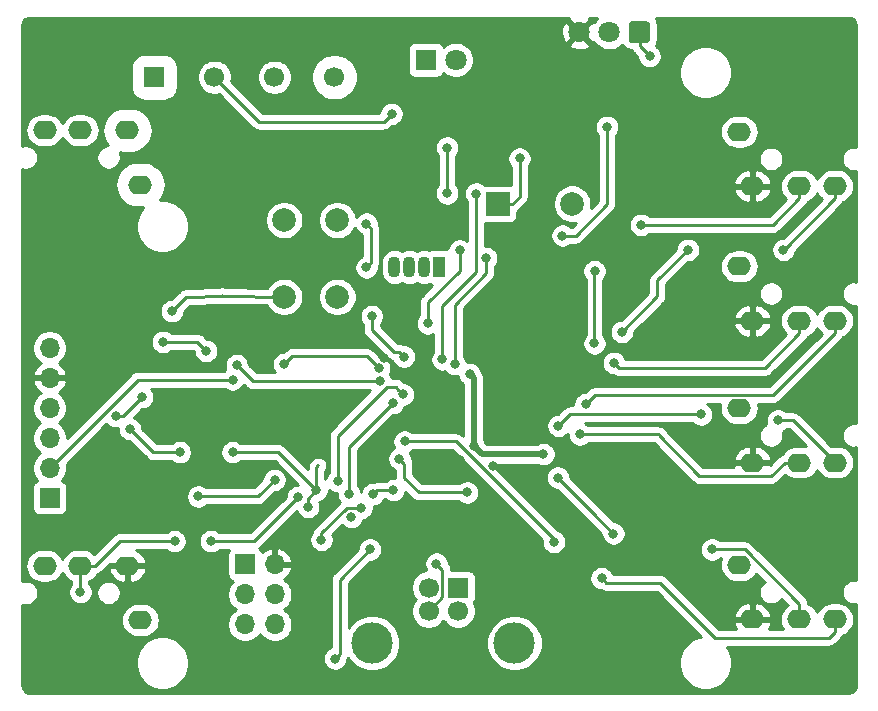
<source format=gtl>
G04 #@! TF.GenerationSoftware,KiCad,Pcbnew,5.1.5-52549c5~86~ubuntu16.04.1*
G04 #@! TF.CreationDate,2020-04-28T17:17:38-04:00*
G04 #@! TF.ProjectId,atmega32u4_hub_pcb_2,61746d65-6761-4333-9275-345f6875625f,1.2*
G04 #@! TF.SameCoordinates,Original*
G04 #@! TF.FileFunction,Copper,L1,Top*
G04 #@! TF.FilePolarity,Positive*
%FSLAX46Y46*%
G04 Gerber Fmt 4.6, Leading zero omitted, Abs format (unit mm)*
G04 Created by KiCad (PCBNEW 5.1.5-52549c5~86~ubuntu16.04.1) date 2020-04-28 17:17:38*
%MOMM*%
%LPD*%
G04 APERTURE LIST*
%ADD10O,1.700000X1.700000*%
%ADD11R,1.700000X1.700000*%
%ADD12C,1.800000*%
%ADD13C,0.100000*%
%ADD14O,2.000000X1.600000*%
%ADD15R,1.800000X1.800000*%
%ADD16C,2.000000*%
%ADD17C,3.500000*%
%ADD18C,1.700000*%
%ADD19O,1.070000X1.800000*%
%ADD20R,1.070000X1.800000*%
%ADD21R,2.000000X2.000000*%
%ADD22C,0.800000*%
%ADD23C,0.500000*%
%ADD24C,0.250000*%
%ADD25C,0.254000*%
G04 APERTURE END LIST*
D10*
X111455200Y-100330000D03*
X111455200Y-102870000D03*
X111455200Y-105410000D03*
X111455200Y-107950000D03*
X111455200Y-110490000D03*
D11*
X111455200Y-113030000D03*
D12*
X156311600Y-73596500D03*
X158851600Y-73596500D03*
G04 #@! TA.AperFunction,ComponentPad*
D13*
G36*
X162067547Y-72697696D02*
G01*
X162091660Y-72701273D01*
X162115307Y-72707196D01*
X162138259Y-72715408D01*
X162160295Y-72725831D01*
X162181204Y-72738363D01*
X162200783Y-72752884D01*
X162218845Y-72769255D01*
X162235216Y-72787317D01*
X162249737Y-72806896D01*
X162262269Y-72827805D01*
X162272692Y-72849841D01*
X162280904Y-72872793D01*
X162286827Y-72896440D01*
X162290404Y-72920553D01*
X162291600Y-72944900D01*
X162291600Y-74248100D01*
X162290404Y-74272447D01*
X162286827Y-74296560D01*
X162280904Y-74320207D01*
X162272692Y-74343159D01*
X162262269Y-74365195D01*
X162249737Y-74386104D01*
X162235216Y-74405683D01*
X162218845Y-74423745D01*
X162200783Y-74440116D01*
X162181204Y-74454637D01*
X162160295Y-74467169D01*
X162138259Y-74477592D01*
X162115307Y-74485804D01*
X162091660Y-74491727D01*
X162067547Y-74495304D01*
X162043200Y-74496500D01*
X160740000Y-74496500D01*
X160715653Y-74495304D01*
X160691540Y-74491727D01*
X160667893Y-74485804D01*
X160644941Y-74477592D01*
X160622905Y-74467169D01*
X160601996Y-74454637D01*
X160582417Y-74440116D01*
X160564355Y-74423745D01*
X160547984Y-74405683D01*
X160533463Y-74386104D01*
X160520931Y-74365195D01*
X160510508Y-74343159D01*
X160502296Y-74320207D01*
X160496373Y-74296560D01*
X160492796Y-74272447D01*
X160491600Y-74248100D01*
X160491600Y-72944900D01*
X160492796Y-72920553D01*
X160496373Y-72896440D01*
X160502296Y-72872793D01*
X160510508Y-72849841D01*
X160520931Y-72827805D01*
X160533463Y-72806896D01*
X160547984Y-72787317D01*
X160564355Y-72769255D01*
X160582417Y-72752884D01*
X160601996Y-72738363D01*
X160622905Y-72725831D01*
X160644941Y-72715408D01*
X160667893Y-72707196D01*
X160691540Y-72701273D01*
X160715653Y-72697696D01*
X160740000Y-72696500D01*
X162043200Y-72696500D01*
X162067547Y-72697696D01*
G37*
G04 #@! TD.AperFunction*
D14*
X169850000Y-118717000D03*
X170950000Y-123317000D03*
X177950000Y-123317000D03*
X174950000Y-123317000D03*
D11*
X128000000Y-118668800D03*
D10*
X130540000Y-118668800D03*
X128000000Y-121208800D03*
X130540000Y-121208800D03*
X128000000Y-123748800D03*
X130540000Y-123748800D03*
D12*
X145859500Y-75946000D03*
D15*
X143319500Y-75946000D03*
D16*
X131318000Y-89512000D03*
X135818000Y-89512000D03*
X131318000Y-96012000D03*
X135818000Y-96012000D03*
D17*
X138780000Y-125334600D03*
X150820000Y-125334600D03*
D18*
X146050000Y-122624600D03*
X143550000Y-122624600D03*
X143550000Y-120624600D03*
D11*
X146050000Y-120624600D03*
D19*
X140652500Y-93472000D03*
X141922500Y-93472000D03*
X143192500Y-93472000D03*
D20*
X144462500Y-93472000D03*
D14*
X169850000Y-105438800D03*
X170950000Y-110038800D03*
X177950000Y-110038800D03*
X174950000Y-110038800D03*
X169850000Y-93437300D03*
X170950000Y-98037300D03*
X177950000Y-98037300D03*
X174950000Y-98037300D03*
X169850000Y-82032700D03*
X170950000Y-86632700D03*
X177950000Y-86632700D03*
X174950000Y-86632700D03*
X119150000Y-123377100D03*
X118050000Y-118777100D03*
X111050000Y-118777100D03*
X114050000Y-118777100D03*
X119150000Y-86509000D03*
X118050000Y-81909000D03*
X111050000Y-81909000D03*
X114050000Y-81909000D03*
D18*
X135572500Y-77406500D03*
X130492500Y-77406500D03*
X125412500Y-77406500D03*
D11*
X120322500Y-77406500D03*
D16*
X155702800Y-88128000D03*
D21*
X149402800Y-88138000D03*
D22*
X153263600Y-109321600D03*
X147370800Y-108661200D03*
X147021091Y-102520940D03*
X144715672Y-101302030D03*
X147574004Y-87274400D03*
X143489467Y-98263847D03*
X146172109Y-92070571D03*
X145116500Y-83381900D03*
X145116500Y-87242700D03*
X130505200Y-111506000D03*
X124046872Y-112902896D03*
X135839200Y-111607600D03*
X141395146Y-104266267D03*
X136818155Y-112726969D03*
X132486400Y-112979200D03*
X125120400Y-116687598D03*
X140512796Y-105003600D03*
X122044500Y-116697000D03*
X114071400Y-121005600D03*
X156845000Y-105105200D03*
X159223338Y-101601854D03*
X154533600Y-106934000D03*
X173126400Y-106476800D03*
X166624000Y-105968800D03*
X156349700Y-107659010D03*
X159905700Y-98971100D03*
X165506400Y-92024200D03*
X173583600Y-92024200D03*
X157593933Y-99952103D03*
X157607000Y-93827600D03*
X161544000Y-89915998D03*
X149733000Y-80200500D03*
X151828500Y-119672100D03*
X151828500Y-120561100D03*
X151828500Y-121577100D03*
X152654000Y-120561100D03*
X152654000Y-119672100D03*
X152654000Y-121577100D03*
X146179005Y-109786209D03*
X135636000Y-93472000D03*
X156133800Y-84747100D03*
X139813765Y-101167061D03*
X141833600Y-83550400D03*
X148072879Y-101335000D03*
X139095144Y-108018388D03*
X142470144Y-109715285D03*
X135585200Y-99720400D03*
X148964628Y-110321909D03*
X123444000Y-101396800D03*
X112496600Y-125272800D03*
X121818400Y-97231200D03*
X122478800Y-109169200D03*
X126949200Y-109169200D03*
X133350000Y-113792000D03*
X134057005Y-112392788D03*
X118262400Y-107200702D03*
X134467600Y-116586000D03*
X137860930Y-113868940D03*
X137007600Y-114655600D03*
X135636000Y-126644400D03*
X138582400Y-117398800D03*
X140563600Y-112369600D03*
X138836404Y-112725200D03*
X141083500Y-109728000D03*
X146812000Y-112572800D03*
X144208500Y-118592600D03*
X140411200Y-80518000D03*
X141465500Y-101079500D03*
X138734800Y-97637600D03*
X138277600Y-89814400D03*
X138277600Y-93522800D03*
X145745200Y-101701600D03*
X148412200Y-92722700D03*
X154879000Y-90827900D03*
X158661100Y-81622900D03*
X162255200Y-75626800D03*
X158191200Y-119837200D03*
X141516100Y-108254800D03*
X154152600Y-116763800D03*
X154495500Y-111315500D03*
X159194500Y-116052600D03*
X167538400Y-117398800D03*
X127304800Y-101803200D03*
X124714000Y-100584000D03*
X121056400Y-99822000D03*
X139438239Y-103167039D03*
X117094000Y-106121200D03*
X119278400Y-104502485D03*
X126949200Y-103022400D03*
X131318000Y-101701600D03*
X139349060Y-102052540D03*
X151257000Y-84289900D03*
D23*
X153263600Y-109321600D02*
X148031200Y-109321600D01*
X148031200Y-109321600D02*
X147370800Y-108661200D01*
X147370800Y-102870649D02*
X147021091Y-102520940D01*
X147370800Y-108661200D02*
X147370800Y-102870649D01*
D24*
X147574004Y-93922994D02*
X147574004Y-87840085D01*
X144715672Y-96781326D02*
X147574004Y-93922994D01*
X144715672Y-101302030D02*
X144715672Y-96781326D01*
X147574004Y-87840085D02*
X147574004Y-87274400D01*
X146172109Y-93782393D02*
X146172109Y-92636256D01*
X143489467Y-96465035D02*
X146172109Y-93782393D01*
X146172109Y-92636256D02*
X146172109Y-92070571D01*
X143489467Y-98263847D02*
X143489467Y-96465035D01*
X145116500Y-83947585D02*
X145116500Y-87242700D01*
X145116500Y-83381900D02*
X145116500Y-83947585D01*
X129108304Y-112902896D02*
X124046872Y-112902896D01*
X130505200Y-111506000D02*
X129108304Y-112902896D01*
X140012399Y-103618195D02*
X140747074Y-103618195D01*
X135839200Y-107791394D02*
X140012399Y-103618195D01*
X135839200Y-111607600D02*
X135839200Y-107791394D01*
X140747074Y-103618195D02*
X140995147Y-103866268D01*
X140995147Y-103866268D02*
X141395146Y-104266267D01*
X128778002Y-116687598D02*
X132486400Y-112979200D01*
X125120400Y-116687598D02*
X128778002Y-116687598D01*
X136818155Y-112726969D02*
X136818155Y-108698241D01*
X140112797Y-105403599D02*
X140512796Y-105003600D01*
X136818155Y-108698241D02*
X140112797Y-105403599D01*
X117380100Y-116697000D02*
X122044500Y-116697000D01*
X115300000Y-118777100D02*
X117380100Y-116697000D01*
X114050000Y-118777100D02*
X115300000Y-118777100D01*
X114050000Y-119827100D02*
X114071400Y-119848500D01*
X114050000Y-118777100D02*
X114050000Y-119827100D01*
X114071400Y-119848500D02*
X114071400Y-121005600D01*
X172723510Y-104313790D02*
X177950000Y-99087300D01*
X177950000Y-99087300D02*
X177950000Y-98037300D01*
X157636410Y-104313790D02*
X172723510Y-104313790D01*
X156845000Y-105105200D02*
X157636410Y-104313790D01*
X174950000Y-99087300D02*
X174950000Y-98037300D01*
X171999938Y-102037362D02*
X174950000Y-99087300D01*
X159658846Y-102037362D02*
X171999938Y-102037362D01*
X159223338Y-101601854D02*
X159658846Y-102037362D01*
X174391600Y-106476800D02*
X173126400Y-106476800D01*
X177950000Y-110035200D02*
X174391600Y-106476800D01*
X177950000Y-110038800D02*
X177950000Y-110035200D01*
X155498800Y-105968800D02*
X166627400Y-105968800D01*
X154533600Y-106934000D02*
X155498800Y-105968800D01*
X166627400Y-105968800D02*
X166624000Y-105968800D01*
X173700000Y-110038800D02*
X174950000Y-110038800D01*
X172574990Y-111163810D02*
X173700000Y-110038800D01*
X156349700Y-107659010D02*
X163017610Y-107659010D01*
X166434210Y-111163810D02*
X172574990Y-111163810D01*
X163017610Y-107659010D02*
X163017610Y-107747210D01*
X163017610Y-107747210D02*
X166434210Y-111163810D01*
X159905700Y-98971100D02*
X162910510Y-95966290D01*
X162910510Y-94620090D02*
X165506400Y-92024200D01*
X162910510Y-95966290D02*
X162910510Y-94620090D01*
X177950000Y-87682700D02*
X173608500Y-92024200D01*
X177950000Y-86632700D02*
X177950000Y-87682700D01*
X157593933Y-99952103D02*
X157593933Y-93853369D01*
X174950000Y-87682700D02*
X172716702Y-89915998D01*
X174950000Y-86632700D02*
X174950000Y-87682700D01*
X172716702Y-89915998D02*
X161544000Y-89915998D01*
X171462700Y-87172600D02*
X170922800Y-86632700D01*
X123037600Y-96012000D02*
X121818400Y-97231200D01*
X131318000Y-96012000D02*
X126339600Y-95910400D01*
X126071999Y-95873201D02*
X126034800Y-95910400D01*
X126339600Y-95910400D02*
X126034800Y-95910400D01*
X126034800Y-95910400D02*
X123037600Y-96012000D01*
X134057005Y-110443395D02*
X134057005Y-111827103D01*
X130833417Y-109169200D02*
X133657006Y-111992789D01*
X133657006Y-111992789D02*
X134057005Y-112392788D01*
X134057005Y-111827103D02*
X134057005Y-112392788D01*
X134213600Y-110286800D02*
X134057005Y-110443395D01*
X126949200Y-109169200D02*
X130833417Y-109169200D01*
X133350000Y-113099793D02*
X134057005Y-112392788D01*
X133350000Y-113792000D02*
X133350000Y-113099793D01*
X122478800Y-109169200D02*
X120230898Y-109169200D01*
X120230898Y-109169200D02*
X118262400Y-107200702D01*
X134467600Y-116020315D02*
X136618975Y-113868940D01*
X137295245Y-113868940D02*
X137860930Y-113868940D01*
X134467600Y-116586000D02*
X134467600Y-116020315D01*
X136618975Y-113868940D02*
X137295245Y-113868940D01*
X136035999Y-126244401D02*
X136035999Y-119945201D01*
X136035999Y-119945201D02*
X138582400Y-117398800D01*
X135636000Y-126644400D02*
X136035999Y-126244401D01*
X138582400Y-117398800D02*
X138582400Y-117398800D01*
X140563600Y-112369600D02*
X139192004Y-112369600D01*
X139192004Y-112369600D02*
X138836404Y-112725200D01*
X141483499Y-110127999D02*
X141483499Y-111359099D01*
X141083500Y-109728000D02*
X141483499Y-110127999D01*
X141483499Y-111359099D02*
X142697200Y-112572800D01*
X142697200Y-112572800D02*
X146812000Y-112572800D01*
X144725001Y-121449599D02*
X144725001Y-119109101D01*
X143550000Y-122624600D02*
X144725001Y-121449599D01*
X144725001Y-119109101D02*
X144208500Y-118592600D01*
X144208500Y-118592600D02*
X144272000Y-118656100D01*
X125412500Y-77406500D02*
X129184400Y-81178400D01*
X139750800Y-81178400D02*
X140411200Y-80518000D01*
X129184400Y-81178400D02*
X139750800Y-81178400D01*
X141065501Y-100679501D02*
X140608301Y-100679501D01*
X141465500Y-101079500D02*
X141065501Y-100679501D01*
X140608301Y-100679501D02*
X138734800Y-98806000D01*
X138734800Y-98806000D02*
X138734800Y-97637600D01*
X138677599Y-93122801D02*
X138277600Y-93522800D01*
X138677599Y-90214399D02*
X138677599Y-93122801D01*
X138277600Y-89814400D02*
X138677599Y-90214399D01*
X161442400Y-74814000D02*
X162255200Y-75626800D01*
X161442400Y-73914000D02*
X161442400Y-74814000D01*
X154879000Y-90827900D02*
X156009300Y-90827900D01*
X162255200Y-75626800D02*
X162255200Y-75626800D01*
X158661100Y-88176100D02*
X158661100Y-81622900D01*
X156009300Y-90827900D02*
X158661100Y-88176100D01*
X145745200Y-96672400D02*
X148412200Y-94005400D01*
X148412200Y-94005400D02*
X148412200Y-92722700D01*
X145745200Y-101701600D02*
X145745200Y-96672400D01*
X141516100Y-108254800D02*
X145872200Y-108254800D01*
X145872200Y-108254800D02*
X154152600Y-116535200D01*
X154152600Y-116535200D02*
X154152600Y-116763800D01*
X154152600Y-116763800D02*
X154152600Y-116763800D01*
X158591199Y-120237199D02*
X158191200Y-119837200D01*
X163163199Y-120237199D02*
X158591199Y-120237199D01*
X167792400Y-124866400D02*
X163163199Y-120237199D01*
X177450600Y-124866400D02*
X167792400Y-124866400D01*
X177950000Y-124367000D02*
X177450600Y-124866400D01*
X177950000Y-123317000D02*
X177950000Y-124367000D01*
X154495500Y-111315500D02*
X157467300Y-114287300D01*
X157467300Y-114287300D02*
X157467300Y-114325400D01*
X157467300Y-114325400D02*
X159194500Y-116052600D01*
X174950000Y-122025996D02*
X170322804Y-117398800D01*
X170322804Y-117398800D02*
X167538400Y-117398800D01*
X174950000Y-123317000D02*
X174950000Y-122025996D01*
X128668639Y-103167039D02*
X139438239Y-103167039D01*
X127304800Y-101803200D02*
X128668639Y-103167039D01*
X121056400Y-99822000D02*
X123952000Y-99822000D01*
X123952000Y-99822000D02*
X124714000Y-100584000D01*
X117659685Y-106121200D02*
X119278400Y-104502485D01*
X117094000Y-106121200D02*
X117659685Y-106121200D01*
X138337720Y-101041200D02*
X139349060Y-102052540D01*
X131318000Y-101701600D02*
X131978400Y-101041200D01*
X131978400Y-101041200D02*
X138337720Y-101041200D01*
X118922800Y-103022400D02*
X111455200Y-110490000D01*
X126949200Y-103022400D02*
X118922800Y-103022400D01*
X150652800Y-88138000D02*
X151257000Y-87533800D01*
X149402800Y-88138000D02*
X150652800Y-88138000D01*
X151257000Y-87533800D02*
X151257000Y-84289900D01*
D25*
G36*
X155461010Y-72429496D02*
G01*
X155427125Y-72532420D01*
X156311600Y-73416895D01*
X157196075Y-72532420D01*
X157162428Y-72430219D01*
X157846773Y-72430510D01*
X157659288Y-72617995D01*
X157556649Y-72771605D01*
X157375680Y-72712025D01*
X156491205Y-73596500D01*
X157375680Y-74480975D01*
X157556649Y-74421395D01*
X157659288Y-74575005D01*
X157873095Y-74788812D01*
X158124505Y-74956799D01*
X158403857Y-75072511D01*
X158700416Y-75131500D01*
X159002784Y-75131500D01*
X159299343Y-75072511D01*
X159578695Y-74956799D01*
X159830105Y-74788812D01*
X159959522Y-74659395D01*
X160002925Y-74740597D01*
X160113170Y-74874930D01*
X160247503Y-74985175D01*
X160400762Y-75067093D01*
X160567058Y-75117539D01*
X160740000Y-75134572D01*
X160751995Y-75134572D01*
X160807426Y-75238276D01*
X160878519Y-75324902D01*
X160902400Y-75354001D01*
X160931398Y-75377799D01*
X161220200Y-75666601D01*
X161220200Y-75728739D01*
X161259974Y-75928698D01*
X161337995Y-76117056D01*
X161451263Y-76286574D01*
X161595426Y-76430737D01*
X161764944Y-76544005D01*
X161953302Y-76622026D01*
X162153261Y-76661800D01*
X162357139Y-76661800D01*
X162557098Y-76622026D01*
X162745456Y-76544005D01*
X162914974Y-76430737D01*
X163059137Y-76286574D01*
X163172405Y-76117056D01*
X163250426Y-75928698D01*
X163290200Y-75728739D01*
X163290200Y-75524861D01*
X163250426Y-75324902D01*
X163172405Y-75136544D01*
X163059137Y-74967026D01*
X162914974Y-74822863D01*
X162783322Y-74734896D01*
X162862193Y-74587338D01*
X162912639Y-74421042D01*
X162929672Y-74248100D01*
X162929672Y-72944900D01*
X162912639Y-72771958D01*
X162862193Y-72605662D01*
X162780275Y-72452403D01*
X162764023Y-72432600D01*
X179283319Y-72439621D01*
X179364822Y-72464399D01*
X179469287Y-72520201D01*
X179560921Y-72595229D01*
X179636240Y-72686630D01*
X179692369Y-72790916D01*
X179727173Y-72904118D01*
X179742507Y-73052756D01*
X179744829Y-83316177D01*
X179651939Y-83297700D01*
X179448061Y-83297700D01*
X179248102Y-83337474D01*
X179059744Y-83415495D01*
X178890226Y-83528763D01*
X178746063Y-83672926D01*
X178632795Y-83842444D01*
X178554774Y-84030802D01*
X178515000Y-84230761D01*
X178515000Y-84434639D01*
X178554774Y-84634598D01*
X178632795Y-84822956D01*
X178746063Y-84992474D01*
X178890226Y-85136637D01*
X179059744Y-85249905D01*
X179248102Y-85327926D01*
X179448061Y-85367700D01*
X179651939Y-85367700D01*
X179745289Y-85349132D01*
X179747410Y-94721290D01*
X179651939Y-94702300D01*
X179448061Y-94702300D01*
X179248102Y-94742074D01*
X179059744Y-94820095D01*
X178890226Y-94933363D01*
X178746063Y-95077526D01*
X178632795Y-95247044D01*
X178554774Y-95435402D01*
X178515000Y-95635361D01*
X178515000Y-95839239D01*
X178554774Y-96039198D01*
X178632795Y-96227556D01*
X178746063Y-96397074D01*
X178890226Y-96541237D01*
X179059744Y-96654505D01*
X179248102Y-96732526D01*
X179448061Y-96772300D01*
X179651939Y-96772300D01*
X179747869Y-96753218D01*
X179750125Y-106723330D01*
X179651939Y-106703800D01*
X179448061Y-106703800D01*
X179248102Y-106743574D01*
X179059744Y-106821595D01*
X178890226Y-106934863D01*
X178746063Y-107079026D01*
X178632795Y-107248544D01*
X178554774Y-107436902D01*
X178515000Y-107636861D01*
X178515000Y-107840739D01*
X178554774Y-108040698D01*
X178632795Y-108229056D01*
X178746063Y-108398574D01*
X178890226Y-108542737D01*
X179059744Y-108656005D01*
X179248102Y-108734026D01*
X179448061Y-108773800D01*
X179651939Y-108773800D01*
X179750585Y-108754178D01*
X179753130Y-120002128D01*
X179651939Y-119982000D01*
X179448061Y-119982000D01*
X179248102Y-120021774D01*
X179059744Y-120099795D01*
X178890226Y-120213063D01*
X178746063Y-120357226D01*
X178632795Y-120526744D01*
X178554774Y-120715102D01*
X178515000Y-120915061D01*
X178515000Y-121118939D01*
X178554774Y-121318898D01*
X178632795Y-121507256D01*
X178746063Y-121676774D01*
X178890226Y-121820937D01*
X179059744Y-121934205D01*
X179248102Y-122012226D01*
X179448061Y-122052000D01*
X179651939Y-122052000D01*
X179753589Y-122031781D01*
X179755178Y-129056030D01*
X179730464Y-129137323D01*
X179674662Y-129241787D01*
X179599632Y-129333423D01*
X179508233Y-129408741D01*
X179403948Y-129464869D01*
X179290746Y-129499673D01*
X179142172Y-129515000D01*
X109619040Y-129515000D01*
X109537677Y-129490264D01*
X109433213Y-129434462D01*
X109341577Y-129359432D01*
X109266259Y-129268033D01*
X109210131Y-129163748D01*
X109175327Y-129050546D01*
X109160000Y-128901972D01*
X109160000Y-126777249D01*
X118738371Y-126777249D01*
X118738371Y-127222751D01*
X118825284Y-127659693D01*
X118995770Y-128071283D01*
X119243278Y-128441704D01*
X119558296Y-128756722D01*
X119928717Y-129004230D01*
X120340307Y-129174716D01*
X120777249Y-129261629D01*
X121222751Y-129261629D01*
X121659693Y-129174716D01*
X122071283Y-129004230D01*
X122441704Y-128756722D01*
X122756722Y-128441704D01*
X123004230Y-128071283D01*
X123174716Y-127659693D01*
X123261629Y-127222751D01*
X123261629Y-126777249D01*
X123214927Y-126542461D01*
X134601000Y-126542461D01*
X134601000Y-126746339D01*
X134640774Y-126946298D01*
X134718795Y-127134656D01*
X134832063Y-127304174D01*
X134976226Y-127448337D01*
X135145744Y-127561605D01*
X135334102Y-127639626D01*
X135534061Y-127679400D01*
X135737939Y-127679400D01*
X135937898Y-127639626D01*
X136126256Y-127561605D01*
X136295774Y-127448337D01*
X136439937Y-127304174D01*
X136553205Y-127134656D01*
X136631226Y-126946298D01*
X136671000Y-126746339D01*
X136671000Y-126668626D01*
X136729644Y-126558913D01*
X136927450Y-126854949D01*
X137259651Y-127187150D01*
X137650279Y-127448160D01*
X138084321Y-127627946D01*
X138545098Y-127719600D01*
X139014902Y-127719600D01*
X139475679Y-127627946D01*
X139909721Y-127448160D01*
X140300349Y-127187150D01*
X140632550Y-126854949D01*
X140893560Y-126464321D01*
X141073346Y-126030279D01*
X141165000Y-125569502D01*
X141165000Y-125099698D01*
X148435000Y-125099698D01*
X148435000Y-125569502D01*
X148526654Y-126030279D01*
X148706440Y-126464321D01*
X148967450Y-126854949D01*
X149299651Y-127187150D01*
X149690279Y-127448160D01*
X150124321Y-127627946D01*
X150585098Y-127719600D01*
X151054902Y-127719600D01*
X151515679Y-127627946D01*
X151949721Y-127448160D01*
X152340349Y-127187150D01*
X152672550Y-126854949D01*
X152933560Y-126464321D01*
X153113346Y-126030279D01*
X153205000Y-125569502D01*
X153205000Y-125099698D01*
X153113346Y-124638921D01*
X152933560Y-124204879D01*
X152672550Y-123814251D01*
X152340349Y-123482050D01*
X151949721Y-123221040D01*
X151515679Y-123041254D01*
X151054902Y-122949600D01*
X150585098Y-122949600D01*
X150124321Y-123041254D01*
X149690279Y-123221040D01*
X149299651Y-123482050D01*
X148967450Y-123814251D01*
X148706440Y-124204879D01*
X148526654Y-124638921D01*
X148435000Y-125099698D01*
X141165000Y-125099698D01*
X141073346Y-124638921D01*
X140893560Y-124204879D01*
X140632550Y-123814251D01*
X140300349Y-123482050D01*
X139909721Y-123221040D01*
X139475679Y-123041254D01*
X139014902Y-122949600D01*
X138545098Y-122949600D01*
X138084321Y-123041254D01*
X137650279Y-123221040D01*
X137259651Y-123482050D01*
X136927450Y-123814251D01*
X136795999Y-124010981D01*
X136795999Y-120478340D01*
X142065000Y-120478340D01*
X142065000Y-120770860D01*
X142122068Y-121057758D01*
X142234010Y-121328011D01*
X142396525Y-121571232D01*
X142449893Y-121624600D01*
X142396525Y-121677968D01*
X142234010Y-121921189D01*
X142122068Y-122191442D01*
X142065000Y-122478340D01*
X142065000Y-122770860D01*
X142122068Y-123057758D01*
X142234010Y-123328011D01*
X142396525Y-123571232D01*
X142603368Y-123778075D01*
X142846589Y-123940590D01*
X143116842Y-124052532D01*
X143403740Y-124109600D01*
X143696260Y-124109600D01*
X143983158Y-124052532D01*
X144253411Y-123940590D01*
X144496632Y-123778075D01*
X144703475Y-123571232D01*
X144800000Y-123426772D01*
X144896525Y-123571232D01*
X145103368Y-123778075D01*
X145346589Y-123940590D01*
X145616842Y-124052532D01*
X145903740Y-124109600D01*
X146196260Y-124109600D01*
X146483158Y-124052532D01*
X146753411Y-123940590D01*
X146996632Y-123778075D01*
X147203475Y-123571232D01*
X147365990Y-123328011D01*
X147477932Y-123057758D01*
X147535000Y-122770860D01*
X147535000Y-122478340D01*
X147477932Y-122191442D01*
X147365990Y-121921189D01*
X147361038Y-121913778D01*
X147430537Y-121829094D01*
X147489502Y-121718780D01*
X147525812Y-121599082D01*
X147538072Y-121474600D01*
X147538072Y-119774600D01*
X147534198Y-119735261D01*
X157156200Y-119735261D01*
X157156200Y-119939139D01*
X157195974Y-120139098D01*
X157273995Y-120327456D01*
X157387263Y-120496974D01*
X157531426Y-120641137D01*
X157700944Y-120754405D01*
X157889302Y-120832426D01*
X158089261Y-120872200D01*
X158166974Y-120872200D01*
X158298952Y-120942745D01*
X158442213Y-120986202D01*
X158553866Y-120997199D01*
X158553876Y-120997199D01*
X158591198Y-121000875D01*
X158628521Y-120997199D01*
X162848398Y-120997199D01*
X166620707Y-124769509D01*
X166340307Y-124825284D01*
X165928717Y-124995770D01*
X165558296Y-125243278D01*
X165243278Y-125558296D01*
X164995770Y-125928717D01*
X164825284Y-126340307D01*
X164738371Y-126777249D01*
X164738371Y-127222751D01*
X164825284Y-127659693D01*
X164995770Y-128071283D01*
X165243278Y-128441704D01*
X165558296Y-128756722D01*
X165928717Y-129004230D01*
X166340307Y-129174716D01*
X166777249Y-129261629D01*
X167222751Y-129261629D01*
X167659693Y-129174716D01*
X168071283Y-129004230D01*
X168441704Y-128756722D01*
X168756722Y-128441704D01*
X169004230Y-128071283D01*
X169174716Y-127659693D01*
X169261629Y-127222751D01*
X169261629Y-126777249D01*
X169174716Y-126340307D01*
X169004230Y-125928717D01*
X168802228Y-125626400D01*
X177413278Y-125626400D01*
X177450600Y-125630076D01*
X177487922Y-125626400D01*
X177487933Y-125626400D01*
X177599586Y-125615403D01*
X177742847Y-125571946D01*
X177874876Y-125501374D01*
X177990601Y-125406401D01*
X178014404Y-125377397D01*
X178460997Y-124930804D01*
X178490001Y-124907001D01*
X178584974Y-124791276D01*
X178653014Y-124663983D01*
X178701808Y-124649182D01*
X178951101Y-124515932D01*
X179169608Y-124336608D01*
X179348932Y-124118101D01*
X179482182Y-123868808D01*
X179564236Y-123598309D01*
X179591943Y-123317000D01*
X179564236Y-123035691D01*
X179482182Y-122765192D01*
X179348932Y-122515899D01*
X179169608Y-122297392D01*
X178951101Y-122118068D01*
X178701808Y-121984818D01*
X178431309Y-121902764D01*
X178220492Y-121882000D01*
X177679508Y-121882000D01*
X177468691Y-121902764D01*
X177198192Y-121984818D01*
X176948899Y-122118068D01*
X176730392Y-122297392D01*
X176551068Y-122515899D01*
X176450000Y-122704984D01*
X176348932Y-122515899D01*
X176169608Y-122297392D01*
X175951101Y-122118068D01*
X175710055Y-121989226D01*
X175710000Y-121988672D01*
X175710000Y-121988663D01*
X175699003Y-121877010D01*
X175655546Y-121733749D01*
X175584974Y-121601720D01*
X175490001Y-121485995D01*
X175461003Y-121462197D01*
X170886608Y-116887803D01*
X170862805Y-116858799D01*
X170747080Y-116763826D01*
X170615051Y-116693254D01*
X170471790Y-116649797D01*
X170360137Y-116638800D01*
X170360126Y-116638800D01*
X170322804Y-116635124D01*
X170285482Y-116638800D01*
X168242111Y-116638800D01*
X168198174Y-116594863D01*
X168028656Y-116481595D01*
X167840298Y-116403574D01*
X167640339Y-116363800D01*
X167436461Y-116363800D01*
X167236502Y-116403574D01*
X167048144Y-116481595D01*
X166878626Y-116594863D01*
X166734463Y-116739026D01*
X166621195Y-116908544D01*
X166543174Y-117096902D01*
X166503400Y-117296861D01*
X166503400Y-117500739D01*
X166543174Y-117700698D01*
X166621195Y-117889056D01*
X166734463Y-118058574D01*
X166878626Y-118202737D01*
X167048144Y-118316005D01*
X167236502Y-118394026D01*
X167436461Y-118433800D01*
X167640339Y-118433800D01*
X167840298Y-118394026D01*
X168028656Y-118316005D01*
X168198174Y-118202737D01*
X168242111Y-118158800D01*
X168321235Y-118158800D01*
X168317818Y-118165192D01*
X168235764Y-118435691D01*
X168208057Y-118717000D01*
X168235764Y-118998309D01*
X168317818Y-119268808D01*
X168451068Y-119518101D01*
X168630392Y-119736608D01*
X168848899Y-119915932D01*
X169098192Y-120049182D01*
X169368691Y-120131236D01*
X169579508Y-120152000D01*
X170120492Y-120152000D01*
X170331309Y-120131236D01*
X170601808Y-120049182D01*
X170851101Y-119915932D01*
X171069608Y-119736608D01*
X171248932Y-119518101D01*
X171290164Y-119440961D01*
X171993356Y-120144154D01*
X171890226Y-120213063D01*
X171746063Y-120357226D01*
X171632795Y-120526744D01*
X171554774Y-120715102D01*
X171515000Y-120915061D01*
X171515000Y-121118939D01*
X171554774Y-121318898D01*
X171632795Y-121507256D01*
X171746063Y-121676774D01*
X171890226Y-121820937D01*
X172059744Y-121934205D01*
X172248102Y-122012226D01*
X172448061Y-122052000D01*
X172651939Y-122052000D01*
X172851898Y-122012226D01*
X173040256Y-121934205D01*
X173209774Y-121820937D01*
X173353937Y-121676774D01*
X173422846Y-121573644D01*
X173960871Y-122111669D01*
X173948899Y-122118068D01*
X173730392Y-122297392D01*
X173551068Y-122515899D01*
X173417818Y-122765192D01*
X173335764Y-123035691D01*
X173308057Y-123317000D01*
X173335764Y-123598309D01*
X173417818Y-123868808D01*
X173544814Y-124106400D01*
X172346141Y-124106400D01*
X172425551Y-123985421D01*
X172531444Y-123723730D01*
X172541904Y-123666039D01*
X172419915Y-123444000D01*
X171077000Y-123444000D01*
X171077000Y-123464000D01*
X170823000Y-123464000D01*
X170823000Y-123444000D01*
X169480085Y-123444000D01*
X169358096Y-123666039D01*
X169368556Y-123723730D01*
X169474449Y-123985421D01*
X169553859Y-124106400D01*
X168107202Y-124106400D01*
X166968763Y-122967961D01*
X169358096Y-122967961D01*
X169480085Y-123190000D01*
X170823000Y-123190000D01*
X170823000Y-122037526D01*
X171077000Y-122037526D01*
X171077000Y-123190000D01*
X172419915Y-123190000D01*
X172541904Y-122967961D01*
X172531444Y-122910270D01*
X172425551Y-122648579D01*
X172270639Y-122412575D01*
X172072662Y-122211327D01*
X171839227Y-122052570D01*
X171579306Y-121942404D01*
X171302887Y-121885063D01*
X171077000Y-122037526D01*
X170823000Y-122037526D01*
X170597113Y-121885063D01*
X170320694Y-121942404D01*
X170060773Y-122052570D01*
X169827338Y-122211327D01*
X169629361Y-122412575D01*
X169474449Y-122648579D01*
X169368556Y-122910270D01*
X169358096Y-122967961D01*
X166968763Y-122967961D01*
X163727003Y-119726202D01*
X163703200Y-119697198D01*
X163587475Y-119602225D01*
X163455446Y-119531653D01*
X163312185Y-119488196D01*
X163200532Y-119477199D01*
X163200521Y-119477199D01*
X163163199Y-119473523D01*
X163125877Y-119477199D01*
X159162359Y-119477199D01*
X159108405Y-119346944D01*
X158995137Y-119177426D01*
X158850974Y-119033263D01*
X158681456Y-118919995D01*
X158493098Y-118841974D01*
X158293139Y-118802200D01*
X158089261Y-118802200D01*
X157889302Y-118841974D01*
X157700944Y-118919995D01*
X157531426Y-119033263D01*
X157387263Y-119177426D01*
X157273995Y-119346944D01*
X157195974Y-119535302D01*
X157156200Y-119735261D01*
X147534198Y-119735261D01*
X147525812Y-119650118D01*
X147489502Y-119530420D01*
X147430537Y-119420106D01*
X147351185Y-119323415D01*
X147254494Y-119244063D01*
X147144180Y-119185098D01*
X147024482Y-119148788D01*
X146900000Y-119136528D01*
X145485976Y-119136528D01*
X145488677Y-119109101D01*
X145485001Y-119071776D01*
X145485001Y-119071768D01*
X145474004Y-118960115D01*
X145430547Y-118816854D01*
X145359975Y-118684825D01*
X145265002Y-118569100D01*
X145243500Y-118551454D01*
X145243500Y-118490661D01*
X145203726Y-118290702D01*
X145125705Y-118102344D01*
X145012437Y-117932826D01*
X144868274Y-117788663D01*
X144698756Y-117675395D01*
X144510398Y-117597374D01*
X144310439Y-117557600D01*
X144106561Y-117557600D01*
X143906602Y-117597374D01*
X143718244Y-117675395D01*
X143548726Y-117788663D01*
X143404563Y-117932826D01*
X143291295Y-118102344D01*
X143213274Y-118290702D01*
X143173500Y-118490661D01*
X143173500Y-118694539D01*
X143213274Y-118894498D01*
X143291295Y-119082856D01*
X143337954Y-119152686D01*
X143116842Y-119196668D01*
X142846589Y-119308610D01*
X142603368Y-119471125D01*
X142396525Y-119677968D01*
X142234010Y-119921189D01*
X142122068Y-120191442D01*
X142065000Y-120478340D01*
X136795999Y-120478340D01*
X136795999Y-120260002D01*
X138622202Y-118433800D01*
X138684339Y-118433800D01*
X138884298Y-118394026D01*
X139072656Y-118316005D01*
X139242174Y-118202737D01*
X139386337Y-118058574D01*
X139499605Y-117889056D01*
X139577626Y-117700698D01*
X139617400Y-117500739D01*
X139617400Y-117296861D01*
X139577626Y-117096902D01*
X139499605Y-116908544D01*
X139386337Y-116739026D01*
X139242174Y-116594863D01*
X139072656Y-116481595D01*
X138884298Y-116403574D01*
X138684339Y-116363800D01*
X138480461Y-116363800D01*
X138280502Y-116403574D01*
X138092144Y-116481595D01*
X137922626Y-116594863D01*
X137778463Y-116739026D01*
X137665195Y-116908544D01*
X137587174Y-117096902D01*
X137547400Y-117296861D01*
X137547400Y-117358998D01*
X135524997Y-119381402D01*
X135495999Y-119405200D01*
X135472201Y-119434198D01*
X135472200Y-119434199D01*
X135401025Y-119520925D01*
X135330453Y-119652955D01*
X135317033Y-119697198D01*
X135286997Y-119796215D01*
X135285524Y-119811167D01*
X135272323Y-119945201D01*
X135276000Y-119982533D01*
X135275999Y-125673241D01*
X135145744Y-125727195D01*
X134976226Y-125840463D01*
X134832063Y-125984626D01*
X134718795Y-126154144D01*
X134640774Y-126342502D01*
X134601000Y-126542461D01*
X123214927Y-126542461D01*
X123174716Y-126340307D01*
X123004230Y-125928717D01*
X122756722Y-125558296D01*
X122441704Y-125243278D01*
X122071283Y-124995770D01*
X121659693Y-124825284D01*
X121222751Y-124738371D01*
X120777249Y-124738371D01*
X120340307Y-124825284D01*
X119928717Y-124995770D01*
X119558296Y-125243278D01*
X119243278Y-125558296D01*
X118995770Y-125928717D01*
X118825284Y-126340307D01*
X118738371Y-126777249D01*
X109160000Y-126777249D01*
X109160000Y-123377100D01*
X117508057Y-123377100D01*
X117535764Y-123658409D01*
X117617818Y-123928908D01*
X117751068Y-124178201D01*
X117930392Y-124396708D01*
X118148899Y-124576032D01*
X118398192Y-124709282D01*
X118668691Y-124791336D01*
X118879508Y-124812100D01*
X119420492Y-124812100D01*
X119631309Y-124791336D01*
X119901808Y-124709282D01*
X120151101Y-124576032D01*
X120369608Y-124396708D01*
X120548932Y-124178201D01*
X120682182Y-123928908D01*
X120764236Y-123658409D01*
X120791943Y-123377100D01*
X120764236Y-123095791D01*
X120682182Y-122825292D01*
X120548932Y-122575999D01*
X120369608Y-122357492D01*
X120151101Y-122178168D01*
X119901808Y-122044918D01*
X119631309Y-121962864D01*
X119420492Y-121942100D01*
X118879508Y-121942100D01*
X118668691Y-121962864D01*
X118398192Y-122044918D01*
X118148899Y-122178168D01*
X117930392Y-122357492D01*
X117751068Y-122575999D01*
X117617818Y-122825292D01*
X117535764Y-123095791D01*
X117508057Y-123377100D01*
X109160000Y-123377100D01*
X109160000Y-122074693D01*
X109348061Y-122112100D01*
X109551939Y-122112100D01*
X109751898Y-122072326D01*
X109940256Y-121994305D01*
X110109774Y-121881037D01*
X110253937Y-121736874D01*
X110367205Y-121567356D01*
X110445226Y-121378998D01*
X110485000Y-121179039D01*
X110485000Y-120975161D01*
X110445226Y-120775202D01*
X110367205Y-120586844D01*
X110253937Y-120417326D01*
X110109774Y-120273163D01*
X109940256Y-120159895D01*
X109751898Y-120081874D01*
X109551939Y-120042100D01*
X109348061Y-120042100D01*
X109160000Y-120079507D01*
X109160000Y-118777100D01*
X109408057Y-118777100D01*
X109435764Y-119058409D01*
X109517818Y-119328908D01*
X109651068Y-119578201D01*
X109830392Y-119796708D01*
X110048899Y-119976032D01*
X110298192Y-120109282D01*
X110568691Y-120191336D01*
X110779508Y-120212100D01*
X111320492Y-120212100D01*
X111531309Y-120191336D01*
X111801808Y-120109282D01*
X112051101Y-119976032D01*
X112269608Y-119796708D01*
X112448932Y-119578201D01*
X112550000Y-119389116D01*
X112651068Y-119578201D01*
X112830392Y-119796708D01*
X113048899Y-119976032D01*
X113298192Y-120109282D01*
X113311400Y-120113289D01*
X113311400Y-120301889D01*
X113267463Y-120345826D01*
X113154195Y-120515344D01*
X113076174Y-120703702D01*
X113036400Y-120903661D01*
X113036400Y-121107539D01*
X113076174Y-121307498D01*
X113154195Y-121495856D01*
X113267463Y-121665374D01*
X113411626Y-121809537D01*
X113581144Y-121922805D01*
X113769502Y-122000826D01*
X113969461Y-122040600D01*
X114173339Y-122040600D01*
X114373298Y-122000826D01*
X114561656Y-121922805D01*
X114731174Y-121809537D01*
X114875337Y-121665374D01*
X114988605Y-121495856D01*
X115066626Y-121307498D01*
X115106400Y-121107539D01*
X115106400Y-120975161D01*
X115415000Y-120975161D01*
X115415000Y-121179039D01*
X115454774Y-121378998D01*
X115532795Y-121567356D01*
X115646063Y-121736874D01*
X115790226Y-121881037D01*
X115959744Y-121994305D01*
X116148102Y-122072326D01*
X116348061Y-122112100D01*
X116551939Y-122112100D01*
X116751898Y-122072326D01*
X116940256Y-121994305D01*
X117109774Y-121881037D01*
X117253937Y-121736874D01*
X117367205Y-121567356D01*
X117445226Y-121378998D01*
X117485000Y-121179039D01*
X117485000Y-120975161D01*
X117445226Y-120775202D01*
X117367205Y-120586844D01*
X117253937Y-120417326D01*
X117109774Y-120273163D01*
X116940256Y-120159895D01*
X116751898Y-120081874D01*
X116551939Y-120042100D01*
X116348061Y-120042100D01*
X116148102Y-120081874D01*
X115959744Y-120159895D01*
X115790226Y-120273163D01*
X115646063Y-120417326D01*
X115532795Y-120586844D01*
X115454774Y-120775202D01*
X115415000Y-120975161D01*
X115106400Y-120975161D01*
X115106400Y-120903661D01*
X115066626Y-120703702D01*
X114988605Y-120515344D01*
X114875337Y-120345826D01*
X114831400Y-120301889D01*
X114831400Y-120093465D01*
X115051101Y-119976032D01*
X115269608Y-119796708D01*
X115448932Y-119578201D01*
X115482157Y-119516041D01*
X115592247Y-119482646D01*
X115724276Y-119412074D01*
X115840001Y-119317101D01*
X115863804Y-119288097D01*
X116025762Y-119126139D01*
X116458096Y-119126139D01*
X116468556Y-119183830D01*
X116574449Y-119445521D01*
X116729361Y-119681525D01*
X116927338Y-119882773D01*
X117160773Y-120041530D01*
X117420694Y-120151696D01*
X117697113Y-120209037D01*
X117923000Y-120056574D01*
X117923000Y-118904100D01*
X118177000Y-118904100D01*
X118177000Y-120056574D01*
X118402887Y-120209037D01*
X118679306Y-120151696D01*
X118939227Y-120041530D01*
X119172662Y-119882773D01*
X119370639Y-119681525D01*
X119525551Y-119445521D01*
X119631444Y-119183830D01*
X119641904Y-119126139D01*
X119519915Y-118904100D01*
X118177000Y-118904100D01*
X117923000Y-118904100D01*
X116580085Y-118904100D01*
X116458096Y-119126139D01*
X116025762Y-119126139D01*
X116552326Y-118599575D01*
X116580085Y-118650100D01*
X117923000Y-118650100D01*
X117923000Y-118630100D01*
X118177000Y-118630100D01*
X118177000Y-118650100D01*
X119519915Y-118650100D01*
X119641904Y-118428061D01*
X119631444Y-118370370D01*
X119525551Y-118108679D01*
X119370639Y-117872675D01*
X119172662Y-117671427D01*
X118939227Y-117512670D01*
X118807882Y-117457000D01*
X121340789Y-117457000D01*
X121384726Y-117500937D01*
X121554244Y-117614205D01*
X121742602Y-117692226D01*
X121942561Y-117732000D01*
X122146439Y-117732000D01*
X122346398Y-117692226D01*
X122534756Y-117614205D01*
X122704274Y-117500937D01*
X122848437Y-117356774D01*
X122961705Y-117187256D01*
X123039726Y-116998898D01*
X123079500Y-116798939D01*
X123079500Y-116595061D01*
X123039726Y-116395102D01*
X122961705Y-116206744D01*
X122848437Y-116037226D01*
X122704274Y-115893063D01*
X122534756Y-115779795D01*
X122346398Y-115701774D01*
X122146439Y-115662000D01*
X121942561Y-115662000D01*
X121742602Y-115701774D01*
X121554244Y-115779795D01*
X121384726Y-115893063D01*
X121340789Y-115937000D01*
X117417425Y-115937000D01*
X117380100Y-115933324D01*
X117342775Y-115937000D01*
X117342767Y-115937000D01*
X117231114Y-115947997D01*
X117087853Y-115991454D01*
X116955824Y-116062026D01*
X116840099Y-116156999D01*
X116816301Y-116185997D01*
X115255986Y-117746313D01*
X115051101Y-117578168D01*
X114801808Y-117444918D01*
X114531309Y-117362864D01*
X114320492Y-117342100D01*
X113779508Y-117342100D01*
X113568691Y-117362864D01*
X113298192Y-117444918D01*
X113048899Y-117578168D01*
X112830392Y-117757492D01*
X112651068Y-117975999D01*
X112550000Y-118165084D01*
X112448932Y-117975999D01*
X112269608Y-117757492D01*
X112051101Y-117578168D01*
X111801808Y-117444918D01*
X111531309Y-117362864D01*
X111320492Y-117342100D01*
X110779508Y-117342100D01*
X110568691Y-117362864D01*
X110298192Y-117444918D01*
X110048899Y-117578168D01*
X109830392Y-117757492D01*
X109651068Y-117975999D01*
X109517818Y-118225292D01*
X109435764Y-118495791D01*
X109408057Y-118777100D01*
X109160000Y-118777100D01*
X109160000Y-112180000D01*
X109967128Y-112180000D01*
X109967128Y-113880000D01*
X109979388Y-114004482D01*
X110015698Y-114124180D01*
X110074663Y-114234494D01*
X110154015Y-114331185D01*
X110250706Y-114410537D01*
X110361020Y-114469502D01*
X110480718Y-114505812D01*
X110605200Y-114518072D01*
X112305200Y-114518072D01*
X112429682Y-114505812D01*
X112549380Y-114469502D01*
X112659694Y-114410537D01*
X112756385Y-114331185D01*
X112835737Y-114234494D01*
X112894702Y-114124180D01*
X112931012Y-114004482D01*
X112943272Y-113880000D01*
X112943272Y-112800957D01*
X123011872Y-112800957D01*
X123011872Y-113004835D01*
X123051646Y-113204794D01*
X123129667Y-113393152D01*
X123242935Y-113562670D01*
X123387098Y-113706833D01*
X123556616Y-113820101D01*
X123744974Y-113898122D01*
X123944933Y-113937896D01*
X124148811Y-113937896D01*
X124348770Y-113898122D01*
X124537128Y-113820101D01*
X124706646Y-113706833D01*
X124750583Y-113662896D01*
X129070982Y-113662896D01*
X129108304Y-113666572D01*
X129145626Y-113662896D01*
X129145637Y-113662896D01*
X129257290Y-113651899D01*
X129400551Y-113608442D01*
X129532580Y-113537870D01*
X129648305Y-113442897D01*
X129672108Y-113413893D01*
X130545002Y-112541000D01*
X130607139Y-112541000D01*
X130807098Y-112501226D01*
X130995456Y-112423205D01*
X131164974Y-112309937D01*
X131309137Y-112165774D01*
X131422405Y-111996256D01*
X131500426Y-111807898D01*
X131540200Y-111607939D01*
X131540200Y-111404061D01*
X131500426Y-111204102D01*
X131422405Y-111015744D01*
X131309137Y-110846226D01*
X131164974Y-110702063D01*
X130995456Y-110588795D01*
X130807098Y-110510774D01*
X130607139Y-110471000D01*
X130403261Y-110471000D01*
X130203302Y-110510774D01*
X130014944Y-110588795D01*
X129845426Y-110702063D01*
X129701263Y-110846226D01*
X129587995Y-111015744D01*
X129509974Y-111204102D01*
X129470200Y-111404061D01*
X129470200Y-111466198D01*
X128793503Y-112142896D01*
X124750583Y-112142896D01*
X124706646Y-112098959D01*
X124537128Y-111985691D01*
X124348770Y-111907670D01*
X124148811Y-111867896D01*
X123944933Y-111867896D01*
X123744974Y-111907670D01*
X123556616Y-111985691D01*
X123387098Y-112098959D01*
X123242935Y-112243122D01*
X123129667Y-112412640D01*
X123051646Y-112600998D01*
X123011872Y-112800957D01*
X112943272Y-112800957D01*
X112943272Y-112180000D01*
X112931012Y-112055518D01*
X112894702Y-111935820D01*
X112835737Y-111825506D01*
X112756385Y-111728815D01*
X112659694Y-111649463D01*
X112549380Y-111590498D01*
X112476820Y-111568487D01*
X112608675Y-111436632D01*
X112771190Y-111193411D01*
X112883132Y-110923158D01*
X112940200Y-110636260D01*
X112940200Y-110343740D01*
X112896409Y-110123592D01*
X116269621Y-106750380D01*
X116290063Y-106780974D01*
X116434226Y-106925137D01*
X116603744Y-107038405D01*
X116792102Y-107116426D01*
X116992061Y-107156200D01*
X117195939Y-107156200D01*
X117227400Y-107149942D01*
X117227400Y-107302641D01*
X117267174Y-107502600D01*
X117345195Y-107690958D01*
X117458463Y-107860476D01*
X117602626Y-108004639D01*
X117772144Y-108117907D01*
X117960502Y-108195928D01*
X118160461Y-108235702D01*
X118222599Y-108235702D01*
X119667098Y-109680202D01*
X119690897Y-109709201D01*
X119719895Y-109732999D01*
X119806622Y-109804174D01*
X119938651Y-109874746D01*
X120081912Y-109918203D01*
X120230898Y-109932877D01*
X120268231Y-109929200D01*
X121775089Y-109929200D01*
X121819026Y-109973137D01*
X121988544Y-110086405D01*
X122176902Y-110164426D01*
X122376861Y-110204200D01*
X122580739Y-110204200D01*
X122780698Y-110164426D01*
X122969056Y-110086405D01*
X123138574Y-109973137D01*
X123282737Y-109828974D01*
X123396005Y-109659456D01*
X123474026Y-109471098D01*
X123513800Y-109271139D01*
X123513800Y-109067261D01*
X123474026Y-108867302D01*
X123396005Y-108678944D01*
X123282737Y-108509426D01*
X123138574Y-108365263D01*
X122969056Y-108251995D01*
X122780698Y-108173974D01*
X122580739Y-108134200D01*
X122376861Y-108134200D01*
X122176902Y-108173974D01*
X121988544Y-108251995D01*
X121819026Y-108365263D01*
X121775089Y-108409200D01*
X120545700Y-108409200D01*
X119297400Y-107160901D01*
X119297400Y-107098763D01*
X119257626Y-106898804D01*
X119179605Y-106710446D01*
X119066337Y-106540928D01*
X118922174Y-106396765D01*
X118752656Y-106283497D01*
X118625047Y-106230639D01*
X119318202Y-105537485D01*
X119380339Y-105537485D01*
X119580298Y-105497711D01*
X119768656Y-105419690D01*
X119938174Y-105306422D01*
X120082337Y-105162259D01*
X120195605Y-104992741D01*
X120273626Y-104804383D01*
X120313400Y-104604424D01*
X120313400Y-104400546D01*
X120273626Y-104200587D01*
X120195605Y-104012229D01*
X120082337Y-103842711D01*
X120022026Y-103782400D01*
X126245489Y-103782400D01*
X126289426Y-103826337D01*
X126458944Y-103939605D01*
X126647302Y-104017626D01*
X126847261Y-104057400D01*
X127051139Y-104057400D01*
X127251098Y-104017626D01*
X127439456Y-103939605D01*
X127608974Y-103826337D01*
X127753137Y-103682174D01*
X127866405Y-103512656D01*
X127887801Y-103461003D01*
X128104840Y-103678042D01*
X128128638Y-103707040D01*
X128157636Y-103730838D01*
X128244363Y-103802013D01*
X128376392Y-103872585D01*
X128519653Y-103916042D01*
X128668639Y-103930716D01*
X128705972Y-103927039D01*
X138628753Y-103927039D01*
X135328198Y-107227595D01*
X135299200Y-107251393D01*
X135275402Y-107280391D01*
X135275401Y-107280392D01*
X135204226Y-107367118D01*
X135133654Y-107499148D01*
X135090198Y-107642409D01*
X135075524Y-107791394D01*
X135079201Y-107828726D01*
X135079200Y-110903889D01*
X135035263Y-110947826D01*
X134921995Y-111117344D01*
X134843974Y-111305702D01*
X134817005Y-111441285D01*
X134817005Y-110749542D01*
X134848574Y-110711075D01*
X134919146Y-110579046D01*
X134962603Y-110435786D01*
X134977276Y-110286800D01*
X134962603Y-110137814D01*
X134919146Y-109994554D01*
X134848574Y-109862524D01*
X134753601Y-109746799D01*
X134637876Y-109651826D01*
X134505846Y-109581254D01*
X134362586Y-109537797D01*
X134213600Y-109523124D01*
X134064614Y-109537797D01*
X133921354Y-109581254D01*
X133789325Y-109651826D01*
X133702598Y-109723001D01*
X133546008Y-109879591D01*
X133517004Y-109903394D01*
X133478414Y-109950417D01*
X133422031Y-110019119D01*
X133399639Y-110061011D01*
X133351459Y-110151149D01*
X133308002Y-110294410D01*
X133297005Y-110406063D01*
X133297005Y-110406073D01*
X133293329Y-110443395D01*
X133297005Y-110480718D01*
X133297005Y-110557986D01*
X131397221Y-108658203D01*
X131373418Y-108629199D01*
X131257693Y-108534226D01*
X131125664Y-108463654D01*
X130982403Y-108420197D01*
X130870750Y-108409200D01*
X130870739Y-108409200D01*
X130833417Y-108405524D01*
X130796095Y-108409200D01*
X127652911Y-108409200D01*
X127608974Y-108365263D01*
X127439456Y-108251995D01*
X127251098Y-108173974D01*
X127051139Y-108134200D01*
X126847261Y-108134200D01*
X126647302Y-108173974D01*
X126458944Y-108251995D01*
X126289426Y-108365263D01*
X126145263Y-108509426D01*
X126031995Y-108678944D01*
X125953974Y-108867302D01*
X125914200Y-109067261D01*
X125914200Y-109271139D01*
X125953974Y-109471098D01*
X126031995Y-109659456D01*
X126145263Y-109828974D01*
X126289426Y-109973137D01*
X126458944Y-110086405D01*
X126647302Y-110164426D01*
X126847261Y-110204200D01*
X127051139Y-110204200D01*
X127251098Y-110164426D01*
X127439456Y-110086405D01*
X127608974Y-109973137D01*
X127652911Y-109929200D01*
X130518616Y-109929200D01*
X132533615Y-111944200D01*
X132384461Y-111944200D01*
X132184502Y-111983974D01*
X131996144Y-112061995D01*
X131826626Y-112175263D01*
X131682463Y-112319426D01*
X131569195Y-112488944D01*
X131491174Y-112677302D01*
X131451400Y-112877261D01*
X131451400Y-112939398D01*
X128463201Y-115927598D01*
X125824111Y-115927598D01*
X125780174Y-115883661D01*
X125610656Y-115770393D01*
X125422298Y-115692372D01*
X125222339Y-115652598D01*
X125018461Y-115652598D01*
X124818502Y-115692372D01*
X124630144Y-115770393D01*
X124460626Y-115883661D01*
X124316463Y-116027824D01*
X124203195Y-116197342D01*
X124125174Y-116385700D01*
X124085400Y-116585659D01*
X124085400Y-116789537D01*
X124125174Y-116989496D01*
X124203195Y-117177854D01*
X124316463Y-117347372D01*
X124460626Y-117491535D01*
X124630144Y-117604803D01*
X124818502Y-117682824D01*
X125018461Y-117722598D01*
X125222339Y-117722598D01*
X125422298Y-117682824D01*
X125610656Y-117604803D01*
X125780174Y-117491535D01*
X125824111Y-117447598D01*
X126633175Y-117447598D01*
X126619463Y-117464306D01*
X126560498Y-117574620D01*
X126524188Y-117694318D01*
X126511928Y-117818800D01*
X126511928Y-119518800D01*
X126524188Y-119643282D01*
X126560498Y-119762980D01*
X126619463Y-119873294D01*
X126698815Y-119969985D01*
X126795506Y-120049337D01*
X126905820Y-120108302D01*
X126978380Y-120130313D01*
X126846525Y-120262168D01*
X126684010Y-120505389D01*
X126572068Y-120775642D01*
X126515000Y-121062540D01*
X126515000Y-121355060D01*
X126572068Y-121641958D01*
X126684010Y-121912211D01*
X126846525Y-122155432D01*
X127053368Y-122362275D01*
X127227760Y-122478800D01*
X127053368Y-122595325D01*
X126846525Y-122802168D01*
X126684010Y-123045389D01*
X126572068Y-123315642D01*
X126515000Y-123602540D01*
X126515000Y-123895060D01*
X126572068Y-124181958D01*
X126684010Y-124452211D01*
X126846525Y-124695432D01*
X127053368Y-124902275D01*
X127296589Y-125064790D01*
X127566842Y-125176732D01*
X127853740Y-125233800D01*
X128146260Y-125233800D01*
X128433158Y-125176732D01*
X128703411Y-125064790D01*
X128946632Y-124902275D01*
X129153475Y-124695432D01*
X129270000Y-124521040D01*
X129386525Y-124695432D01*
X129593368Y-124902275D01*
X129836589Y-125064790D01*
X130106842Y-125176732D01*
X130393740Y-125233800D01*
X130686260Y-125233800D01*
X130973158Y-125176732D01*
X131243411Y-125064790D01*
X131486632Y-124902275D01*
X131693475Y-124695432D01*
X131855990Y-124452211D01*
X131967932Y-124181958D01*
X132025000Y-123895060D01*
X132025000Y-123602540D01*
X131967932Y-123315642D01*
X131855990Y-123045389D01*
X131693475Y-122802168D01*
X131486632Y-122595325D01*
X131312240Y-122478800D01*
X131486632Y-122362275D01*
X131693475Y-122155432D01*
X131855990Y-121912211D01*
X131967932Y-121641958D01*
X132025000Y-121355060D01*
X132025000Y-121062540D01*
X131967932Y-120775642D01*
X131855990Y-120505389D01*
X131693475Y-120262168D01*
X131486632Y-120055325D01*
X131304466Y-119933605D01*
X131421355Y-119863978D01*
X131637588Y-119669069D01*
X131811641Y-119435720D01*
X131936825Y-119172899D01*
X131981476Y-119025690D01*
X131860155Y-118795800D01*
X130667000Y-118795800D01*
X130667000Y-118815800D01*
X130413000Y-118815800D01*
X130413000Y-118795800D01*
X130393000Y-118795800D01*
X130393000Y-118541800D01*
X130413000Y-118541800D01*
X130413000Y-117347986D01*
X130667000Y-117347986D01*
X130667000Y-118541800D01*
X131860155Y-118541800D01*
X131981476Y-118311910D01*
X131936825Y-118164701D01*
X131811641Y-117901880D01*
X131637588Y-117668531D01*
X131421355Y-117473622D01*
X131171252Y-117324643D01*
X130896891Y-117227319D01*
X130667000Y-117347986D01*
X130413000Y-117347986D01*
X130183109Y-117227319D01*
X129908748Y-117324643D01*
X129658645Y-117473622D01*
X129462498Y-117650426D01*
X129439502Y-117574620D01*
X129380537Y-117464306D01*
X129301185Y-117367615D01*
X129224289Y-117304508D01*
X129318003Y-117227599D01*
X129341806Y-117198595D01*
X132381641Y-114158761D01*
X132432795Y-114282256D01*
X132546063Y-114451774D01*
X132690226Y-114595937D01*
X132859744Y-114709205D01*
X133048102Y-114787226D01*
X133248061Y-114827000D01*
X133451939Y-114827000D01*
X133651898Y-114787226D01*
X133840256Y-114709205D01*
X134009774Y-114595937D01*
X134153937Y-114451774D01*
X134267205Y-114282256D01*
X134345226Y-114093898D01*
X134385000Y-113893939D01*
X134385000Y-113690061D01*
X134345226Y-113490102D01*
X134307199Y-113398298D01*
X134358903Y-113388014D01*
X134547261Y-113309993D01*
X134716779Y-113196725D01*
X134860942Y-113052562D01*
X134974210Y-112883044D01*
X135052231Y-112694686D01*
X135092005Y-112494727D01*
X135092005Y-112324116D01*
X135179426Y-112411537D01*
X135348944Y-112524805D01*
X135537302Y-112602826D01*
X135737261Y-112642600D01*
X135783155Y-112642600D01*
X135783155Y-112828908D01*
X135822929Y-113028867D01*
X135900950Y-113217225D01*
X136014218Y-113386743D01*
X136020294Y-113392819D01*
X133956598Y-115456516D01*
X133927600Y-115480314D01*
X133903802Y-115509312D01*
X133903801Y-115509313D01*
X133832626Y-115596039D01*
X133797369Y-115662000D01*
X133762054Y-115728068D01*
X133718613Y-115871276D01*
X133663663Y-115926226D01*
X133550395Y-116095744D01*
X133472374Y-116284102D01*
X133432600Y-116484061D01*
X133432600Y-116687939D01*
X133472374Y-116887898D01*
X133550395Y-117076256D01*
X133663663Y-117245774D01*
X133807826Y-117389937D01*
X133977344Y-117503205D01*
X134165702Y-117581226D01*
X134365661Y-117621000D01*
X134569539Y-117621000D01*
X134769498Y-117581226D01*
X134957856Y-117503205D01*
X135127374Y-117389937D01*
X135271537Y-117245774D01*
X135384805Y-117076256D01*
X135462826Y-116887898D01*
X135502600Y-116687939D01*
X135502600Y-116484061D01*
X135462826Y-116284102D01*
X135408871Y-116153845D01*
X136225503Y-115337214D01*
X136347826Y-115459537D01*
X136517344Y-115572805D01*
X136705702Y-115650826D01*
X136905661Y-115690600D01*
X137109539Y-115690600D01*
X137309498Y-115650826D01*
X137497856Y-115572805D01*
X137667374Y-115459537D01*
X137811537Y-115315374D01*
X137924805Y-115145856D01*
X138002826Y-114957498D01*
X138015564Y-114893458D01*
X138162828Y-114864166D01*
X138351186Y-114786145D01*
X138520704Y-114672877D01*
X138664867Y-114528714D01*
X138778135Y-114359196D01*
X138856156Y-114170838D01*
X138895930Y-113970879D01*
X138895930Y-113767001D01*
X138894577Y-113760200D01*
X138938343Y-113760200D01*
X139138302Y-113720426D01*
X139326660Y-113642405D01*
X139496178Y-113529137D01*
X139640341Y-113384974D01*
X139753609Y-113215456D01*
X139789172Y-113129600D01*
X139859889Y-113129600D01*
X139903826Y-113173537D01*
X140073344Y-113286805D01*
X140261702Y-113364826D01*
X140461661Y-113404600D01*
X140665539Y-113404600D01*
X140865498Y-113364826D01*
X141053856Y-113286805D01*
X141223374Y-113173537D01*
X141367537Y-113029374D01*
X141480805Y-112859856D01*
X141558826Y-112671498D01*
X141585748Y-112536150D01*
X142133405Y-113083808D01*
X142157199Y-113112801D01*
X142186192Y-113136595D01*
X142186196Y-113136599D01*
X142231206Y-113173537D01*
X142272924Y-113207774D01*
X142404953Y-113278346D01*
X142548214Y-113321803D01*
X142659867Y-113332800D01*
X142659876Y-113332800D01*
X142697199Y-113336476D01*
X142734522Y-113332800D01*
X146108289Y-113332800D01*
X146152226Y-113376737D01*
X146321744Y-113490005D01*
X146510102Y-113568026D01*
X146710061Y-113607800D01*
X146913939Y-113607800D01*
X147113898Y-113568026D01*
X147302256Y-113490005D01*
X147471774Y-113376737D01*
X147615937Y-113232574D01*
X147729205Y-113063056D01*
X147807226Y-112874698D01*
X147847000Y-112674739D01*
X147847000Y-112470861D01*
X147807226Y-112270902D01*
X147729205Y-112082544D01*
X147615937Y-111913026D01*
X147471774Y-111768863D01*
X147302256Y-111655595D01*
X147113898Y-111577574D01*
X146913939Y-111537800D01*
X146710061Y-111537800D01*
X146510102Y-111577574D01*
X146321744Y-111655595D01*
X146152226Y-111768863D01*
X146108289Y-111812800D01*
X143012003Y-111812800D01*
X142243499Y-111044298D01*
X142243499Y-110165321D01*
X142247175Y-110127998D01*
X142243499Y-110090676D01*
X142243499Y-110090666D01*
X142232502Y-109979013D01*
X142189045Y-109835752D01*
X142118500Y-109703774D01*
X142118500Y-109626061D01*
X142078726Y-109426102D01*
X142000705Y-109237744D01*
X141967527Y-109188089D01*
X142006356Y-109172005D01*
X142175874Y-109058737D01*
X142219811Y-109014800D01*
X145557399Y-109014800D01*
X153132011Y-116589413D01*
X153117600Y-116661861D01*
X153117600Y-116865739D01*
X153157374Y-117065698D01*
X153235395Y-117254056D01*
X153348663Y-117423574D01*
X153492826Y-117567737D01*
X153662344Y-117681005D01*
X153850702Y-117759026D01*
X154050661Y-117798800D01*
X154254539Y-117798800D01*
X154454498Y-117759026D01*
X154642856Y-117681005D01*
X154812374Y-117567737D01*
X154956537Y-117423574D01*
X155069805Y-117254056D01*
X155147826Y-117065698D01*
X155187600Y-116865739D01*
X155187600Y-116661861D01*
X155147826Y-116461902D01*
X155069805Y-116273544D01*
X154956537Y-116104026D01*
X154812374Y-115959863D01*
X154642856Y-115846595D01*
X154465215Y-115773013D01*
X149905763Y-111213561D01*
X153460500Y-111213561D01*
X153460500Y-111417439D01*
X153500274Y-111617398D01*
X153578295Y-111805756D01*
X153691563Y-111975274D01*
X153835726Y-112119437D01*
X154005244Y-112232705D01*
X154193602Y-112310726D01*
X154393561Y-112350500D01*
X154455699Y-112350500D01*
X156806434Y-114701236D01*
X156832326Y-114749676D01*
X156927299Y-114865401D01*
X156956301Y-114889202D01*
X158159500Y-116092402D01*
X158159500Y-116154539D01*
X158199274Y-116354498D01*
X158277295Y-116542856D01*
X158390563Y-116712374D01*
X158534726Y-116856537D01*
X158704244Y-116969805D01*
X158892602Y-117047826D01*
X159092561Y-117087600D01*
X159296439Y-117087600D01*
X159496398Y-117047826D01*
X159684756Y-116969805D01*
X159854274Y-116856537D01*
X159998437Y-116712374D01*
X160111705Y-116542856D01*
X160189726Y-116354498D01*
X160229500Y-116154539D01*
X160229500Y-115950661D01*
X160189726Y-115750702D01*
X160111705Y-115562344D01*
X159998437Y-115392826D01*
X159854274Y-115248663D01*
X159684756Y-115135395D01*
X159496398Y-115057374D01*
X159296439Y-115017600D01*
X159234302Y-115017600D01*
X158128167Y-113911466D01*
X158102274Y-113863024D01*
X158007301Y-113747299D01*
X157978304Y-113723502D01*
X155530500Y-111275699D01*
X155530500Y-111213561D01*
X155490726Y-111013602D01*
X155412705Y-110825244D01*
X155299437Y-110655726D01*
X155155274Y-110511563D01*
X154985756Y-110398295D01*
X154797398Y-110320274D01*
X154597439Y-110280500D01*
X154393561Y-110280500D01*
X154193602Y-110320274D01*
X154005244Y-110398295D01*
X153835726Y-110511563D01*
X153691563Y-110655726D01*
X153578295Y-110825244D01*
X153500274Y-111013602D01*
X153460500Y-111213561D01*
X149905763Y-111213561D01*
X148898801Y-110206600D01*
X152725146Y-110206600D01*
X152773344Y-110238805D01*
X152961702Y-110316826D01*
X153161661Y-110356600D01*
X153365539Y-110356600D01*
X153565498Y-110316826D01*
X153753856Y-110238805D01*
X153923374Y-110125537D01*
X154067537Y-109981374D01*
X154180805Y-109811856D01*
X154258826Y-109623498D01*
X154298600Y-109423539D01*
X154298600Y-109219661D01*
X154258826Y-109019702D01*
X154180805Y-108831344D01*
X154067537Y-108661826D01*
X153923374Y-108517663D01*
X153753856Y-108404395D01*
X153565498Y-108326374D01*
X153365539Y-108286600D01*
X153161661Y-108286600D01*
X152961702Y-108326374D01*
X152773344Y-108404395D01*
X152725146Y-108436600D01*
X148397779Y-108436600D01*
X148377335Y-108416156D01*
X148366026Y-108359302D01*
X148288005Y-108170944D01*
X148255800Y-108122746D01*
X148255800Y-106832061D01*
X153498600Y-106832061D01*
X153498600Y-107035939D01*
X153538374Y-107235898D01*
X153616395Y-107424256D01*
X153729663Y-107593774D01*
X153873826Y-107737937D01*
X154043344Y-107851205D01*
X154231702Y-107929226D01*
X154431661Y-107969000D01*
X154635539Y-107969000D01*
X154835498Y-107929226D01*
X155023856Y-107851205D01*
X155193374Y-107737937D01*
X155314700Y-107616611D01*
X155314700Y-107760949D01*
X155354474Y-107960908D01*
X155432495Y-108149266D01*
X155545763Y-108318784D01*
X155689926Y-108462947D01*
X155859444Y-108576215D01*
X156047802Y-108654236D01*
X156247761Y-108694010D01*
X156451639Y-108694010D01*
X156651598Y-108654236D01*
X156839956Y-108576215D01*
X157009474Y-108462947D01*
X157053411Y-108419010D01*
X162614609Y-108419010D01*
X165870411Y-111674813D01*
X165894209Y-111703811D01*
X165923207Y-111727609D01*
X166009933Y-111798784D01*
X166094157Y-111843803D01*
X166141963Y-111869356D01*
X166285224Y-111912813D01*
X166396877Y-111923810D01*
X166396886Y-111923810D01*
X166434209Y-111927486D01*
X166471532Y-111923810D01*
X172537668Y-111923810D01*
X172574990Y-111927486D01*
X172612312Y-111923810D01*
X172612323Y-111923810D01*
X172723976Y-111912813D01*
X172867237Y-111869356D01*
X172999266Y-111798784D01*
X173114991Y-111703811D01*
X173138793Y-111674808D01*
X173744014Y-111069588D01*
X173948899Y-111237732D01*
X174198192Y-111370982D01*
X174468691Y-111453036D01*
X174679508Y-111473800D01*
X175220492Y-111473800D01*
X175431309Y-111453036D01*
X175701808Y-111370982D01*
X175951101Y-111237732D01*
X176169608Y-111058408D01*
X176348932Y-110839901D01*
X176450000Y-110650816D01*
X176551068Y-110839901D01*
X176730392Y-111058408D01*
X176948899Y-111237732D01*
X177198192Y-111370982D01*
X177468691Y-111453036D01*
X177679508Y-111473800D01*
X178220492Y-111473800D01*
X178431309Y-111453036D01*
X178701808Y-111370982D01*
X178951101Y-111237732D01*
X179169608Y-111058408D01*
X179348932Y-110839901D01*
X179482182Y-110590608D01*
X179564236Y-110320109D01*
X179591943Y-110038800D01*
X179564236Y-109757491D01*
X179482182Y-109486992D01*
X179348932Y-109237699D01*
X179169608Y-109019192D01*
X178951101Y-108839868D01*
X178701808Y-108706618D01*
X178431309Y-108624564D01*
X178220492Y-108603800D01*
X177679508Y-108603800D01*
X177601122Y-108611520D01*
X174955404Y-105965803D01*
X174931601Y-105936799D01*
X174815876Y-105841826D01*
X174683847Y-105771254D01*
X174540586Y-105727797D01*
X174428933Y-105716800D01*
X174428922Y-105716800D01*
X174391600Y-105713124D01*
X174354278Y-105716800D01*
X173830111Y-105716800D01*
X173786174Y-105672863D01*
X173616656Y-105559595D01*
X173428298Y-105481574D01*
X173228339Y-105441800D01*
X173024461Y-105441800D01*
X172824502Y-105481574D01*
X172636144Y-105559595D01*
X172466626Y-105672863D01*
X172322463Y-105817026D01*
X172209195Y-105986544D01*
X172131174Y-106174902D01*
X172091400Y-106374861D01*
X172091400Y-106578739D01*
X172131174Y-106778698D01*
X172135880Y-106790058D01*
X172059744Y-106821595D01*
X171890226Y-106934863D01*
X171746063Y-107079026D01*
X171632795Y-107248544D01*
X171554774Y-107436902D01*
X171515000Y-107636861D01*
X171515000Y-107840739D01*
X171554774Y-108040698D01*
X171632795Y-108229056D01*
X171746063Y-108398574D01*
X171890226Y-108542737D01*
X172059744Y-108656005D01*
X172248102Y-108734026D01*
X172448061Y-108773800D01*
X172651939Y-108773800D01*
X172851898Y-108734026D01*
X173040256Y-108656005D01*
X173209774Y-108542737D01*
X173353937Y-108398574D01*
X173467205Y-108229056D01*
X173545226Y-108040698D01*
X173585000Y-107840739D01*
X173585000Y-107636861D01*
X173545226Y-107436902D01*
X173540520Y-107425542D01*
X173616656Y-107394005D01*
X173786174Y-107280737D01*
X173830111Y-107236800D01*
X174076799Y-107236800D01*
X175479042Y-108639043D01*
X175431309Y-108624564D01*
X175220492Y-108603800D01*
X174679508Y-108603800D01*
X174468691Y-108624564D01*
X174198192Y-108706618D01*
X173948899Y-108839868D01*
X173730392Y-109019192D01*
X173551068Y-109237699D01*
X173517843Y-109299859D01*
X173407753Y-109333254D01*
X173275724Y-109403826D01*
X173275722Y-109403827D01*
X173275723Y-109403827D01*
X173188996Y-109475001D01*
X173188992Y-109475005D01*
X173159999Y-109498799D01*
X173136205Y-109527792D01*
X172447673Y-110216325D01*
X172419915Y-110165800D01*
X171077000Y-110165800D01*
X171077000Y-110185800D01*
X170823000Y-110185800D01*
X170823000Y-110165800D01*
X169480085Y-110165800D01*
X169358096Y-110387839D01*
X169360992Y-110403810D01*
X166749012Y-110403810D01*
X166034963Y-109689761D01*
X169358096Y-109689761D01*
X169480085Y-109911800D01*
X170823000Y-109911800D01*
X170823000Y-108759326D01*
X171077000Y-108759326D01*
X171077000Y-109911800D01*
X172419915Y-109911800D01*
X172541904Y-109689761D01*
X172531444Y-109632070D01*
X172425551Y-109370379D01*
X172270639Y-109134375D01*
X172072662Y-108933127D01*
X171839227Y-108774370D01*
X171579306Y-108664204D01*
X171302887Y-108606863D01*
X171077000Y-108759326D01*
X170823000Y-108759326D01*
X170597113Y-108606863D01*
X170320694Y-108664204D01*
X170060773Y-108774370D01*
X169827338Y-108933127D01*
X169629361Y-109134375D01*
X169474449Y-109370379D01*
X169368556Y-109632070D01*
X169358096Y-109689761D01*
X166034963Y-109689761D01*
X163728029Y-107382828D01*
X163723156Y-107366763D01*
X163652584Y-107234734D01*
X163557611Y-107119009D01*
X163441886Y-107024036D01*
X163309857Y-106953464D01*
X163166596Y-106910007D01*
X163054943Y-106899010D01*
X163017610Y-106895333D01*
X162980277Y-106899010D01*
X157053411Y-106899010D01*
X157009474Y-106855073D01*
X156839956Y-106741805D01*
X156808559Y-106728800D01*
X165920289Y-106728800D01*
X165964226Y-106772737D01*
X166133744Y-106886005D01*
X166322102Y-106964026D01*
X166522061Y-107003800D01*
X166725939Y-107003800D01*
X166925898Y-106964026D01*
X167114256Y-106886005D01*
X167283774Y-106772737D01*
X167427937Y-106628574D01*
X167541205Y-106459056D01*
X167619226Y-106270698D01*
X167659000Y-106070739D01*
X167659000Y-105866861D01*
X167619226Y-105666902D01*
X167541205Y-105478544D01*
X167427937Y-105309026D01*
X167283774Y-105164863D01*
X167147473Y-105073790D01*
X168261154Y-105073790D01*
X168235764Y-105157491D01*
X168208057Y-105438800D01*
X168235764Y-105720109D01*
X168317818Y-105990608D01*
X168451068Y-106239901D01*
X168630392Y-106458408D01*
X168848899Y-106637732D01*
X169098192Y-106770982D01*
X169368691Y-106853036D01*
X169579508Y-106873800D01*
X170120492Y-106873800D01*
X170331309Y-106853036D01*
X170601808Y-106770982D01*
X170851101Y-106637732D01*
X171069608Y-106458408D01*
X171248932Y-106239901D01*
X171382182Y-105990608D01*
X171464236Y-105720109D01*
X171491943Y-105438800D01*
X171464236Y-105157491D01*
X171438846Y-105073790D01*
X172686188Y-105073790D01*
X172723510Y-105077466D01*
X172760832Y-105073790D01*
X172760843Y-105073790D01*
X172872496Y-105062793D01*
X173015757Y-105019336D01*
X173147786Y-104948764D01*
X173263511Y-104853791D01*
X173287314Y-104824787D01*
X178461004Y-99651098D01*
X178490001Y-99627301D01*
X178537292Y-99569677D01*
X178584974Y-99511577D01*
X178653014Y-99384283D01*
X178701808Y-99369482D01*
X178951101Y-99236232D01*
X179169608Y-99056908D01*
X179348932Y-98838401D01*
X179482182Y-98589108D01*
X179564236Y-98318609D01*
X179591943Y-98037300D01*
X179564236Y-97755991D01*
X179482182Y-97485492D01*
X179348932Y-97236199D01*
X179169608Y-97017692D01*
X178951101Y-96838368D01*
X178701808Y-96705118D01*
X178431309Y-96623064D01*
X178220492Y-96602300D01*
X177679508Y-96602300D01*
X177468691Y-96623064D01*
X177198192Y-96705118D01*
X176948899Y-96838368D01*
X176730392Y-97017692D01*
X176551068Y-97236199D01*
X176450000Y-97425284D01*
X176348932Y-97236199D01*
X176169608Y-97017692D01*
X175951101Y-96838368D01*
X175701808Y-96705118D01*
X175431309Y-96623064D01*
X175220492Y-96602300D01*
X174679508Y-96602300D01*
X174468691Y-96623064D01*
X174198192Y-96705118D01*
X173948899Y-96838368D01*
X173730392Y-97017692D01*
X173551068Y-97236199D01*
X173417818Y-97485492D01*
X173335764Y-97755991D01*
X173308057Y-98037300D01*
X173335764Y-98318609D01*
X173417818Y-98589108D01*
X173551068Y-98838401D01*
X173730392Y-99056908D01*
X173826619Y-99135879D01*
X171685137Y-101277362D01*
X160209205Y-101277362D01*
X160140543Y-101111598D01*
X160027275Y-100942080D01*
X159883112Y-100797917D01*
X159713594Y-100684649D01*
X159525236Y-100606628D01*
X159325277Y-100566854D01*
X159121399Y-100566854D01*
X158921440Y-100606628D01*
X158733082Y-100684649D01*
X158563564Y-100797917D01*
X158419401Y-100942080D01*
X158306133Y-101111598D01*
X158228112Y-101299956D01*
X158188338Y-101499915D01*
X158188338Y-101703793D01*
X158228112Y-101903752D01*
X158306133Y-102092110D01*
X158419401Y-102261628D01*
X158563564Y-102405791D01*
X158733082Y-102519059D01*
X158921440Y-102597080D01*
X159121399Y-102636854D01*
X159191335Y-102636854D01*
X159234570Y-102672336D01*
X159366599Y-102742908D01*
X159509860Y-102786365D01*
X159621513Y-102797362D01*
X159621522Y-102797362D01*
X159658845Y-102801038D01*
X159696168Y-102797362D01*
X171962616Y-102797362D01*
X171999938Y-102801038D01*
X172037260Y-102797362D01*
X172037271Y-102797362D01*
X172148924Y-102786365D01*
X172292185Y-102742908D01*
X172424214Y-102672336D01*
X172539939Y-102577363D01*
X172563742Y-102548359D01*
X175461004Y-99651098D01*
X175490001Y-99627301D01*
X175584974Y-99511576D01*
X175653014Y-99384283D01*
X175701808Y-99369482D01*
X175951101Y-99236232D01*
X176169608Y-99056908D01*
X176348932Y-98838401D01*
X176450000Y-98649316D01*
X176551068Y-98838401D01*
X176730392Y-99056908D01*
X176826619Y-99135879D01*
X172408709Y-103553790D01*
X157673735Y-103553790D01*
X157636410Y-103550114D01*
X157599085Y-103553790D01*
X157599077Y-103553790D01*
X157487424Y-103564787D01*
X157344163Y-103608244D01*
X157212134Y-103678816D01*
X157096409Y-103773789D01*
X157072611Y-103802788D01*
X156805198Y-104070200D01*
X156743061Y-104070200D01*
X156543102Y-104109974D01*
X156354744Y-104187995D01*
X156185226Y-104301263D01*
X156041063Y-104445426D01*
X155927795Y-104614944D01*
X155849774Y-104803302D01*
X155810000Y-105003261D01*
X155810000Y-105207139D01*
X155810330Y-105208800D01*
X155536123Y-105208800D01*
X155498800Y-105205124D01*
X155461477Y-105208800D01*
X155461467Y-105208800D01*
X155349814Y-105219797D01*
X155235036Y-105254614D01*
X155206553Y-105263254D01*
X155074523Y-105333826D01*
X154997003Y-105397446D01*
X154958799Y-105428799D01*
X154935001Y-105457797D01*
X154493798Y-105899000D01*
X154431661Y-105899000D01*
X154231702Y-105938774D01*
X154043344Y-106016795D01*
X153873826Y-106130063D01*
X153729663Y-106274226D01*
X153616395Y-106443744D01*
X153538374Y-106632102D01*
X153498600Y-106832061D01*
X148255800Y-106832061D01*
X148255800Y-102914114D01*
X148260081Y-102870648D01*
X148255800Y-102827182D01*
X148255800Y-102827172D01*
X148242995Y-102697159D01*
X148192389Y-102530336D01*
X148110211Y-102376590D01*
X148027643Y-102275981D01*
X148016317Y-102219042D01*
X147938296Y-102030684D01*
X147825028Y-101861166D01*
X147680865Y-101717003D01*
X147511347Y-101603735D01*
X147322989Y-101525714D01*
X147123030Y-101485940D01*
X146919152Y-101485940D01*
X146763729Y-101516855D01*
X146740426Y-101399702D01*
X146662405Y-101211344D01*
X146549137Y-101041826D01*
X146505200Y-100997889D01*
X146505200Y-99850164D01*
X156558933Y-99850164D01*
X156558933Y-100054042D01*
X156598707Y-100254001D01*
X156676728Y-100442359D01*
X156789996Y-100611877D01*
X156934159Y-100756040D01*
X157103677Y-100869308D01*
X157292035Y-100947329D01*
X157491994Y-100987103D01*
X157695872Y-100987103D01*
X157895831Y-100947329D01*
X158084189Y-100869308D01*
X158253707Y-100756040D01*
X158397870Y-100611877D01*
X158511138Y-100442359D01*
X158589159Y-100254001D01*
X158628933Y-100054042D01*
X158628933Y-99850164D01*
X158589159Y-99650205D01*
X158511138Y-99461847D01*
X158397870Y-99292329D01*
X158353933Y-99248392D01*
X158353933Y-98869161D01*
X158870700Y-98869161D01*
X158870700Y-99073039D01*
X158910474Y-99272998D01*
X158988495Y-99461356D01*
X159101763Y-99630874D01*
X159245926Y-99775037D01*
X159415444Y-99888305D01*
X159603802Y-99966326D01*
X159803761Y-100006100D01*
X160007639Y-100006100D01*
X160207598Y-99966326D01*
X160395956Y-99888305D01*
X160565474Y-99775037D01*
X160709637Y-99630874D01*
X160822905Y-99461356D01*
X160900926Y-99272998D01*
X160940700Y-99073039D01*
X160940700Y-99010901D01*
X161565262Y-98386339D01*
X169358096Y-98386339D01*
X169368556Y-98444030D01*
X169474449Y-98705721D01*
X169629361Y-98941725D01*
X169827338Y-99142973D01*
X170060773Y-99301730D01*
X170320694Y-99411896D01*
X170597113Y-99469237D01*
X170823000Y-99316774D01*
X170823000Y-98164300D01*
X171077000Y-98164300D01*
X171077000Y-99316774D01*
X171302887Y-99469237D01*
X171579306Y-99411896D01*
X171839227Y-99301730D01*
X172072662Y-99142973D01*
X172270639Y-98941725D01*
X172425551Y-98705721D01*
X172531444Y-98444030D01*
X172541904Y-98386339D01*
X172419915Y-98164300D01*
X171077000Y-98164300D01*
X170823000Y-98164300D01*
X169480085Y-98164300D01*
X169358096Y-98386339D01*
X161565262Y-98386339D01*
X162263340Y-97688261D01*
X169358096Y-97688261D01*
X169480085Y-97910300D01*
X170823000Y-97910300D01*
X170823000Y-96757826D01*
X171077000Y-96757826D01*
X171077000Y-97910300D01*
X172419915Y-97910300D01*
X172541904Y-97688261D01*
X172531444Y-97630570D01*
X172425551Y-97368879D01*
X172270639Y-97132875D01*
X172072662Y-96931627D01*
X171839227Y-96772870D01*
X171579306Y-96662704D01*
X171302887Y-96605363D01*
X171077000Y-96757826D01*
X170823000Y-96757826D01*
X170597113Y-96605363D01*
X170320694Y-96662704D01*
X170060773Y-96772870D01*
X169827338Y-96931627D01*
X169629361Y-97132875D01*
X169474449Y-97368879D01*
X169368556Y-97630570D01*
X169358096Y-97688261D01*
X162263340Y-97688261D01*
X163421514Y-96530088D01*
X163450511Y-96506291D01*
X163507970Y-96436277D01*
X163545484Y-96390567D01*
X163616056Y-96258537D01*
X163625454Y-96227556D01*
X163659513Y-96115276D01*
X163670510Y-96003623D01*
X163670510Y-96003614D01*
X163674186Y-95966291D01*
X163670510Y-95928968D01*
X163670510Y-95635361D01*
X171515000Y-95635361D01*
X171515000Y-95839239D01*
X171554774Y-96039198D01*
X171632795Y-96227556D01*
X171746063Y-96397074D01*
X171890226Y-96541237D01*
X172059744Y-96654505D01*
X172248102Y-96732526D01*
X172448061Y-96772300D01*
X172651939Y-96772300D01*
X172851898Y-96732526D01*
X173040256Y-96654505D01*
X173209774Y-96541237D01*
X173353937Y-96397074D01*
X173467205Y-96227556D01*
X173545226Y-96039198D01*
X173585000Y-95839239D01*
X173585000Y-95635361D01*
X173545226Y-95435402D01*
X173467205Y-95247044D01*
X173353937Y-95077526D01*
X173209774Y-94933363D01*
X173040256Y-94820095D01*
X172851898Y-94742074D01*
X172651939Y-94702300D01*
X172448061Y-94702300D01*
X172248102Y-94742074D01*
X172059744Y-94820095D01*
X171890226Y-94933363D01*
X171746063Y-95077526D01*
X171632795Y-95247044D01*
X171554774Y-95435402D01*
X171515000Y-95635361D01*
X163670510Y-95635361D01*
X163670510Y-94934891D01*
X165168101Y-93437300D01*
X168208057Y-93437300D01*
X168235764Y-93718609D01*
X168317818Y-93989108D01*
X168451068Y-94238401D01*
X168630392Y-94456908D01*
X168848899Y-94636232D01*
X169098192Y-94769482D01*
X169368691Y-94851536D01*
X169579508Y-94872300D01*
X170120492Y-94872300D01*
X170331309Y-94851536D01*
X170601808Y-94769482D01*
X170851101Y-94636232D01*
X171069608Y-94456908D01*
X171248932Y-94238401D01*
X171382182Y-93989108D01*
X171464236Y-93718609D01*
X171491943Y-93437300D01*
X171464236Y-93155991D01*
X171382182Y-92885492D01*
X171248932Y-92636199D01*
X171069608Y-92417692D01*
X170851101Y-92238368D01*
X170601808Y-92105118D01*
X170331309Y-92023064D01*
X170120492Y-92002300D01*
X169579508Y-92002300D01*
X169368691Y-92023064D01*
X169098192Y-92105118D01*
X168848899Y-92238368D01*
X168630392Y-92417692D01*
X168451068Y-92636199D01*
X168317818Y-92885492D01*
X168235764Y-93155991D01*
X168208057Y-93437300D01*
X165168101Y-93437300D01*
X165546202Y-93059200D01*
X165608339Y-93059200D01*
X165808298Y-93019426D01*
X165996656Y-92941405D01*
X166166174Y-92828137D01*
X166310337Y-92683974D01*
X166423605Y-92514456D01*
X166501626Y-92326098D01*
X166541400Y-92126139D01*
X166541400Y-91922261D01*
X166501626Y-91722302D01*
X166423605Y-91533944D01*
X166310337Y-91364426D01*
X166166174Y-91220263D01*
X165996656Y-91106995D01*
X165808298Y-91028974D01*
X165608339Y-90989200D01*
X165404461Y-90989200D01*
X165204502Y-91028974D01*
X165016144Y-91106995D01*
X164846626Y-91220263D01*
X164702463Y-91364426D01*
X164589195Y-91533944D01*
X164511174Y-91722302D01*
X164471400Y-91922261D01*
X164471400Y-91984398D01*
X162399508Y-94056291D01*
X162370510Y-94080089D01*
X162346712Y-94109087D01*
X162346711Y-94109088D01*
X162275536Y-94195814D01*
X162204964Y-94327844D01*
X162177809Y-94417367D01*
X162161508Y-94471104D01*
X162157046Y-94516403D01*
X162146834Y-94620090D01*
X162150511Y-94657422D01*
X162150510Y-95651488D01*
X159865899Y-97936100D01*
X159803761Y-97936100D01*
X159603802Y-97975874D01*
X159415444Y-98053895D01*
X159245926Y-98167163D01*
X159101763Y-98311326D01*
X158988495Y-98480844D01*
X158910474Y-98669202D01*
X158870700Y-98869161D01*
X158353933Y-98869161D01*
X158353933Y-94544378D01*
X158410937Y-94487374D01*
X158524205Y-94317856D01*
X158602226Y-94129498D01*
X158642000Y-93929539D01*
X158642000Y-93725661D01*
X158602226Y-93525702D01*
X158524205Y-93337344D01*
X158410937Y-93167826D01*
X158266774Y-93023663D01*
X158097256Y-92910395D01*
X157908898Y-92832374D01*
X157708939Y-92792600D01*
X157505061Y-92792600D01*
X157305102Y-92832374D01*
X157116744Y-92910395D01*
X156947226Y-93023663D01*
X156803063Y-93167826D01*
X156689795Y-93337344D01*
X156611774Y-93525702D01*
X156572000Y-93725661D01*
X156572000Y-93929539D01*
X156611774Y-94129498D01*
X156689795Y-94317856D01*
X156803063Y-94487374D01*
X156833934Y-94518245D01*
X156833933Y-99248392D01*
X156789996Y-99292329D01*
X156676728Y-99461847D01*
X156598707Y-99650205D01*
X156558933Y-99850164D01*
X146505200Y-99850164D01*
X146505200Y-96987201D01*
X148923204Y-94569198D01*
X148952201Y-94545401D01*
X149047174Y-94429676D01*
X149117746Y-94297647D01*
X149161203Y-94154386D01*
X149172200Y-94042733D01*
X149172200Y-94042732D01*
X149175877Y-94005400D01*
X149172200Y-93968067D01*
X149172200Y-93426411D01*
X149216137Y-93382474D01*
X149329405Y-93212956D01*
X149407426Y-93024598D01*
X149447200Y-92824639D01*
X149447200Y-92620761D01*
X149407426Y-92420802D01*
X149329405Y-92232444D01*
X149216137Y-92062926D01*
X149071974Y-91918763D01*
X148902456Y-91805495D01*
X148714098Y-91727474D01*
X148514139Y-91687700D01*
X148334004Y-91687700D01*
X148334004Y-90725961D01*
X153844000Y-90725961D01*
X153844000Y-90929839D01*
X153883774Y-91129798D01*
X153961795Y-91318156D01*
X154075063Y-91487674D01*
X154219226Y-91631837D01*
X154388744Y-91745105D01*
X154577102Y-91823126D01*
X154777061Y-91862900D01*
X154980939Y-91862900D01*
X155180898Y-91823126D01*
X155369256Y-91745105D01*
X155538774Y-91631837D01*
X155582711Y-91587900D01*
X155971978Y-91587900D01*
X156009300Y-91591576D01*
X156046622Y-91587900D01*
X156046633Y-91587900D01*
X156158286Y-91576903D01*
X156301547Y-91533446D01*
X156433576Y-91462874D01*
X156549301Y-91367901D01*
X156573104Y-91338897D01*
X158097942Y-89814059D01*
X160509000Y-89814059D01*
X160509000Y-90017937D01*
X160548774Y-90217896D01*
X160626795Y-90406254D01*
X160740063Y-90575772D01*
X160884226Y-90719935D01*
X161053744Y-90833203D01*
X161242102Y-90911224D01*
X161442061Y-90950998D01*
X161645939Y-90950998D01*
X161845898Y-90911224D01*
X162034256Y-90833203D01*
X162203774Y-90719935D01*
X162247711Y-90675998D01*
X172679380Y-90675998D01*
X172716702Y-90679674D01*
X172754024Y-90675998D01*
X172754035Y-90675998D01*
X172865688Y-90665001D01*
X173008949Y-90621544D01*
X173140978Y-90550972D01*
X173256703Y-90455999D01*
X173280506Y-90426995D01*
X175461003Y-88246499D01*
X175490001Y-88222701D01*
X175584974Y-88106976D01*
X175653014Y-87979683D01*
X175701808Y-87964882D01*
X175951101Y-87831632D01*
X176169608Y-87652308D01*
X176348932Y-87433801D01*
X176450000Y-87244716D01*
X176551068Y-87433801D01*
X176730392Y-87652308D01*
X176826619Y-87731279D01*
X173568699Y-90989200D01*
X173481661Y-90989200D01*
X173281702Y-91028974D01*
X173093344Y-91106995D01*
X172923826Y-91220263D01*
X172779663Y-91364426D01*
X172666395Y-91533944D01*
X172588374Y-91722302D01*
X172548600Y-91922261D01*
X172548600Y-92126139D01*
X172588374Y-92326098D01*
X172666395Y-92514456D01*
X172779663Y-92683974D01*
X172923826Y-92828137D01*
X173093344Y-92941405D01*
X173281702Y-93019426D01*
X173481661Y-93059200D01*
X173685539Y-93059200D01*
X173885498Y-93019426D01*
X174073856Y-92941405D01*
X174243374Y-92828137D01*
X174387537Y-92683974D01*
X174500805Y-92514456D01*
X174578826Y-92326098D01*
X174618600Y-92126139D01*
X174618600Y-92088901D01*
X178461003Y-88246499D01*
X178490001Y-88222701D01*
X178584974Y-88106976D01*
X178653014Y-87979683D01*
X178701808Y-87964882D01*
X178951101Y-87831632D01*
X179169608Y-87652308D01*
X179348932Y-87433801D01*
X179482182Y-87184508D01*
X179564236Y-86914009D01*
X179591943Y-86632700D01*
X179564236Y-86351391D01*
X179482182Y-86080892D01*
X179348932Y-85831599D01*
X179169608Y-85613092D01*
X178951101Y-85433768D01*
X178701808Y-85300518D01*
X178431309Y-85218464D01*
X178220492Y-85197700D01*
X177679508Y-85197700D01*
X177468691Y-85218464D01*
X177198192Y-85300518D01*
X176948899Y-85433768D01*
X176730392Y-85613092D01*
X176551068Y-85831599D01*
X176450000Y-86020684D01*
X176348932Y-85831599D01*
X176169608Y-85613092D01*
X175951101Y-85433768D01*
X175701808Y-85300518D01*
X175431309Y-85218464D01*
X175220492Y-85197700D01*
X174679508Y-85197700D01*
X174468691Y-85218464D01*
X174198192Y-85300518D01*
X173948899Y-85433768D01*
X173730392Y-85613092D01*
X173551068Y-85831599D01*
X173417818Y-86080892D01*
X173335764Y-86351391D01*
X173308057Y-86632700D01*
X173335764Y-86914009D01*
X173417818Y-87184508D01*
X173551068Y-87433801D01*
X173730392Y-87652308D01*
X173826619Y-87731279D01*
X172401901Y-89155998D01*
X162247711Y-89155998D01*
X162203774Y-89112061D01*
X162034256Y-88998793D01*
X161845898Y-88920772D01*
X161645939Y-88880998D01*
X161442061Y-88880998D01*
X161242102Y-88920772D01*
X161053744Y-88998793D01*
X160884226Y-89112061D01*
X160740063Y-89256224D01*
X160626795Y-89425742D01*
X160548774Y-89614100D01*
X160509000Y-89814059D01*
X158097942Y-89814059D01*
X159172104Y-88739898D01*
X159201101Y-88716101D01*
X159296074Y-88600376D01*
X159366646Y-88468347D01*
X159410103Y-88325086D01*
X159421100Y-88213433D01*
X159421100Y-88213432D01*
X159424777Y-88176100D01*
X159421100Y-88138767D01*
X159421100Y-86981739D01*
X169358096Y-86981739D01*
X169368556Y-87039430D01*
X169474449Y-87301121D01*
X169629361Y-87537125D01*
X169827338Y-87738373D01*
X170060773Y-87897130D01*
X170320694Y-88007296D01*
X170597113Y-88064637D01*
X170823000Y-87912174D01*
X170823000Y-86759700D01*
X171077000Y-86759700D01*
X171077000Y-87912174D01*
X171302887Y-88064637D01*
X171579306Y-88007296D01*
X171839227Y-87897130D01*
X172072662Y-87738373D01*
X172270639Y-87537125D01*
X172425551Y-87301121D01*
X172531444Y-87039430D01*
X172541904Y-86981739D01*
X172419915Y-86759700D01*
X171077000Y-86759700D01*
X170823000Y-86759700D01*
X169480085Y-86759700D01*
X169358096Y-86981739D01*
X159421100Y-86981739D01*
X159421100Y-86283661D01*
X169358096Y-86283661D01*
X169480085Y-86505700D01*
X170823000Y-86505700D01*
X170823000Y-85353226D01*
X171077000Y-85353226D01*
X171077000Y-86505700D01*
X172419915Y-86505700D01*
X172541904Y-86283661D01*
X172531444Y-86225970D01*
X172425551Y-85964279D01*
X172270639Y-85728275D01*
X172072662Y-85527027D01*
X171839227Y-85368270D01*
X171579306Y-85258104D01*
X171302887Y-85200763D01*
X171077000Y-85353226D01*
X170823000Y-85353226D01*
X170597113Y-85200763D01*
X170320694Y-85258104D01*
X170060773Y-85368270D01*
X169827338Y-85527027D01*
X169629361Y-85728275D01*
X169474449Y-85964279D01*
X169368556Y-86225970D01*
X169358096Y-86283661D01*
X159421100Y-86283661D01*
X159421100Y-84230761D01*
X171515000Y-84230761D01*
X171515000Y-84434639D01*
X171554774Y-84634598D01*
X171632795Y-84822956D01*
X171746063Y-84992474D01*
X171890226Y-85136637D01*
X172059744Y-85249905D01*
X172248102Y-85327926D01*
X172448061Y-85367700D01*
X172651939Y-85367700D01*
X172851898Y-85327926D01*
X173040256Y-85249905D01*
X173209774Y-85136637D01*
X173353937Y-84992474D01*
X173467205Y-84822956D01*
X173545226Y-84634598D01*
X173585000Y-84434639D01*
X173585000Y-84230761D01*
X173545226Y-84030802D01*
X173467205Y-83842444D01*
X173353937Y-83672926D01*
X173209774Y-83528763D01*
X173040256Y-83415495D01*
X172851898Y-83337474D01*
X172651939Y-83297700D01*
X172448061Y-83297700D01*
X172248102Y-83337474D01*
X172059744Y-83415495D01*
X171890226Y-83528763D01*
X171746063Y-83672926D01*
X171632795Y-83842444D01*
X171554774Y-84030802D01*
X171515000Y-84230761D01*
X159421100Y-84230761D01*
X159421100Y-82326611D01*
X159465037Y-82282674D01*
X159578305Y-82113156D01*
X159611631Y-82032700D01*
X168208057Y-82032700D01*
X168235764Y-82314009D01*
X168317818Y-82584508D01*
X168451068Y-82833801D01*
X168630392Y-83052308D01*
X168848899Y-83231632D01*
X169098192Y-83364882D01*
X169368691Y-83446936D01*
X169579508Y-83467700D01*
X170120492Y-83467700D01*
X170331309Y-83446936D01*
X170601808Y-83364882D01*
X170851101Y-83231632D01*
X171069608Y-83052308D01*
X171248932Y-82833801D01*
X171382182Y-82584508D01*
X171464236Y-82314009D01*
X171491943Y-82032700D01*
X171464236Y-81751391D01*
X171382182Y-81480892D01*
X171248932Y-81231599D01*
X171069608Y-81013092D01*
X170851101Y-80833768D01*
X170601808Y-80700518D01*
X170331309Y-80618464D01*
X170120492Y-80597700D01*
X169579508Y-80597700D01*
X169368691Y-80618464D01*
X169098192Y-80700518D01*
X168848899Y-80833768D01*
X168630392Y-81013092D01*
X168451068Y-81231599D01*
X168317818Y-81480892D01*
X168235764Y-81751391D01*
X168208057Y-82032700D01*
X159611631Y-82032700D01*
X159656326Y-81924798D01*
X159696100Y-81724839D01*
X159696100Y-81520961D01*
X159656326Y-81321002D01*
X159578305Y-81132644D01*
X159465037Y-80963126D01*
X159320874Y-80818963D01*
X159151356Y-80705695D01*
X158962998Y-80627674D01*
X158763039Y-80587900D01*
X158559161Y-80587900D01*
X158359202Y-80627674D01*
X158170844Y-80705695D01*
X158001326Y-80818963D01*
X157857163Y-80963126D01*
X157743895Y-81132644D01*
X157665874Y-81321002D01*
X157626100Y-81520961D01*
X157626100Y-81724839D01*
X157665874Y-81924798D01*
X157743895Y-82113156D01*
X157857163Y-82282674D01*
X157901101Y-82326612D01*
X157901100Y-87861298D01*
X157304139Y-88458259D01*
X157337800Y-88289033D01*
X157337800Y-87966967D01*
X157274968Y-87651088D01*
X157151718Y-87353537D01*
X156972787Y-87085748D01*
X156745052Y-86858013D01*
X156477263Y-86679082D01*
X156179712Y-86555832D01*
X155863833Y-86493000D01*
X155541767Y-86493000D01*
X155225888Y-86555832D01*
X154928337Y-86679082D01*
X154660548Y-86858013D01*
X154432813Y-87085748D01*
X154253882Y-87353537D01*
X154130632Y-87651088D01*
X154067800Y-87966967D01*
X154067800Y-88289033D01*
X154130632Y-88604912D01*
X154253882Y-88902463D01*
X154432813Y-89170252D01*
X154660548Y-89397987D01*
X154928337Y-89576918D01*
X155225888Y-89700168D01*
X155541767Y-89763000D01*
X155863833Y-89763000D01*
X156033060Y-89729339D01*
X155694499Y-90067900D01*
X155582711Y-90067900D01*
X155538774Y-90023963D01*
X155369256Y-89910695D01*
X155180898Y-89832674D01*
X154980939Y-89792900D01*
X154777061Y-89792900D01*
X154577102Y-89832674D01*
X154388744Y-89910695D01*
X154219226Y-90023963D01*
X154075063Y-90168126D01*
X153961795Y-90337644D01*
X153883774Y-90526002D01*
X153844000Y-90725961D01*
X148334004Y-90725961D01*
X148334004Y-89769296D01*
X148402800Y-89776072D01*
X150402800Y-89776072D01*
X150527282Y-89763812D01*
X150646980Y-89727502D01*
X150757294Y-89668537D01*
X150853985Y-89589185D01*
X150933337Y-89492494D01*
X150992302Y-89382180D01*
X151028612Y-89262482D01*
X151040872Y-89138000D01*
X151040872Y-88792326D01*
X151077076Y-88772974D01*
X151192801Y-88678001D01*
X151216603Y-88648998D01*
X151768004Y-88097598D01*
X151797001Y-88073801D01*
X151891974Y-87958076D01*
X151962546Y-87826047D01*
X152006003Y-87682786D01*
X152017000Y-87571133D01*
X152017000Y-87571123D01*
X152020676Y-87533800D01*
X152017000Y-87496477D01*
X152017000Y-84993611D01*
X152060937Y-84949674D01*
X152174205Y-84780156D01*
X152252226Y-84591798D01*
X152292000Y-84391839D01*
X152292000Y-84187961D01*
X152252226Y-83988002D01*
X152174205Y-83799644D01*
X152060937Y-83630126D01*
X151916774Y-83485963D01*
X151747256Y-83372695D01*
X151558898Y-83294674D01*
X151358939Y-83254900D01*
X151155061Y-83254900D01*
X150955102Y-83294674D01*
X150766744Y-83372695D01*
X150597226Y-83485963D01*
X150453063Y-83630126D01*
X150339795Y-83799644D01*
X150261774Y-83988002D01*
X150222000Y-84187961D01*
X150222000Y-84391839D01*
X150261774Y-84591798D01*
X150339795Y-84780156D01*
X150453063Y-84949674D01*
X150497001Y-84993612D01*
X150497000Y-86509206D01*
X150402800Y-86499928D01*
X148402800Y-86499928D01*
X148278318Y-86512188D01*
X148276158Y-86512843D01*
X148233778Y-86470463D01*
X148064260Y-86357195D01*
X147875902Y-86279174D01*
X147675943Y-86239400D01*
X147472065Y-86239400D01*
X147272106Y-86279174D01*
X147083748Y-86357195D01*
X146914230Y-86470463D01*
X146770067Y-86614626D01*
X146656799Y-86784144D01*
X146578778Y-86972502D01*
X146539004Y-87172461D01*
X146539004Y-87376339D01*
X146578778Y-87576298D01*
X146656799Y-87764656D01*
X146770067Y-87934174D01*
X146814005Y-87978112D01*
X146814004Y-91254688D01*
X146662365Y-91153366D01*
X146474007Y-91075345D01*
X146274048Y-91035571D01*
X146070170Y-91035571D01*
X145870211Y-91075345D01*
X145681853Y-91153366D01*
X145512335Y-91266634D01*
X145368172Y-91410797D01*
X145254904Y-91580315D01*
X145176883Y-91768673D01*
X145140459Y-91951793D01*
X145121982Y-91946188D01*
X144997500Y-91933928D01*
X143927500Y-91933928D01*
X143803018Y-91946188D01*
X143683320Y-91982498D01*
X143622757Y-92014870D01*
X143421860Y-91953929D01*
X143192500Y-91931339D01*
X142963141Y-91953929D01*
X142742595Y-92020831D01*
X142557500Y-92119766D01*
X142372406Y-92020831D01*
X142151860Y-91953929D01*
X141922500Y-91931339D01*
X141693141Y-91953929D01*
X141472595Y-92020831D01*
X141287500Y-92119766D01*
X141102406Y-92020831D01*
X140881860Y-91953929D01*
X140652500Y-91931339D01*
X140423141Y-91953929D01*
X140202595Y-92020831D01*
X139999339Y-92129474D01*
X139821183Y-92275682D01*
X139674975Y-92453838D01*
X139566331Y-92657094D01*
X139499429Y-92877640D01*
X139482500Y-93049523D01*
X139482500Y-93894476D01*
X139499429Y-94066359D01*
X139566331Y-94286905D01*
X139674974Y-94490161D01*
X139821182Y-94668318D01*
X139999338Y-94814526D01*
X140202594Y-94923169D01*
X140423140Y-94990071D01*
X140652500Y-95012661D01*
X140881859Y-94990071D01*
X141102405Y-94923169D01*
X141287500Y-94824234D01*
X141472594Y-94923169D01*
X141693140Y-94990071D01*
X141922500Y-95012661D01*
X142151859Y-94990071D01*
X142372405Y-94923169D01*
X142557500Y-94824234D01*
X142742594Y-94923169D01*
X142963140Y-94990071D01*
X143192500Y-95012661D01*
X143421859Y-94990071D01*
X143622756Y-94929129D01*
X143683320Y-94961502D01*
X143803018Y-94997812D01*
X143874817Y-95004883D01*
X142978465Y-95901236D01*
X142949467Y-95925034D01*
X142925669Y-95954032D01*
X142925668Y-95954033D01*
X142854493Y-96040759D01*
X142783921Y-96172789D01*
X142740465Y-96316050D01*
X142725791Y-96465035D01*
X142729468Y-96502367D01*
X142729467Y-97560136D01*
X142685530Y-97604073D01*
X142572262Y-97773591D01*
X142494241Y-97961949D01*
X142454467Y-98161908D01*
X142454467Y-98365786D01*
X142494241Y-98565745D01*
X142572262Y-98754103D01*
X142685530Y-98923621D01*
X142829693Y-99067784D01*
X142999211Y-99181052D01*
X143187569Y-99259073D01*
X143387528Y-99298847D01*
X143591406Y-99298847D01*
X143791365Y-99259073D01*
X143955672Y-99191014D01*
X143955672Y-100598319D01*
X143911735Y-100642256D01*
X143798467Y-100811774D01*
X143720446Y-101000132D01*
X143680672Y-101200091D01*
X143680672Y-101403969D01*
X143720446Y-101603928D01*
X143798467Y-101792286D01*
X143911735Y-101961804D01*
X144055898Y-102105967D01*
X144225416Y-102219235D01*
X144413774Y-102297256D01*
X144613733Y-102337030D01*
X144817611Y-102337030D01*
X144912399Y-102318176D01*
X144941263Y-102361374D01*
X145085426Y-102505537D01*
X145254944Y-102618805D01*
X145443302Y-102696826D01*
X145643261Y-102736600D01*
X145847139Y-102736600D01*
X146002562Y-102705685D01*
X146025865Y-102822838D01*
X146103886Y-103011196D01*
X146217154Y-103180714D01*
X146361317Y-103324877D01*
X146485801Y-103408054D01*
X146485800Y-107793599D01*
X146436004Y-107743803D01*
X146412201Y-107714799D01*
X146296476Y-107619826D01*
X146164447Y-107549254D01*
X146021186Y-107505797D01*
X145909533Y-107494800D01*
X145909522Y-107494800D01*
X145872200Y-107491124D01*
X145834878Y-107494800D01*
X142219811Y-107494800D01*
X142175874Y-107450863D01*
X142006356Y-107337595D01*
X141817998Y-107259574D01*
X141618039Y-107219800D01*
X141414161Y-107219800D01*
X141214202Y-107259574D01*
X141025844Y-107337595D01*
X140856326Y-107450863D01*
X140712163Y-107595026D01*
X140598895Y-107764544D01*
X140520874Y-107952902D01*
X140481100Y-108152861D01*
X140481100Y-108356739D01*
X140520874Y-108556698D01*
X140598895Y-108745056D01*
X140632073Y-108794711D01*
X140593244Y-108810795D01*
X140423726Y-108924063D01*
X140279563Y-109068226D01*
X140166295Y-109237744D01*
X140088274Y-109426102D01*
X140048500Y-109626061D01*
X140048500Y-109829939D01*
X140088274Y-110029898D01*
X140166295Y-110218256D01*
X140279563Y-110387774D01*
X140423726Y-110531937D01*
X140593244Y-110645205D01*
X140723499Y-110699159D01*
X140723500Y-111321767D01*
X140721147Y-111345661D01*
X140665539Y-111334600D01*
X140461661Y-111334600D01*
X140261702Y-111374374D01*
X140073344Y-111452395D01*
X139903826Y-111565663D01*
X139859889Y-111609600D01*
X139229326Y-111609600D01*
X139192003Y-111605924D01*
X139154680Y-111609600D01*
X139154671Y-111609600D01*
X139043018Y-111620597D01*
X138899757Y-111664054D01*
X138850842Y-111690200D01*
X138734465Y-111690200D01*
X138534506Y-111729974D01*
X138346148Y-111807995D01*
X138176630Y-111921263D01*
X138032467Y-112065426D01*
X137919199Y-112234944D01*
X137841178Y-112423302D01*
X137827104Y-112494060D01*
X137813381Y-112425071D01*
X137735360Y-112236713D01*
X137622092Y-112067195D01*
X137578155Y-112023258D01*
X137578155Y-109013042D01*
X140552599Y-106038600D01*
X140614735Y-106038600D01*
X140814694Y-105998826D01*
X141003052Y-105920805D01*
X141172570Y-105807537D01*
X141316733Y-105663374D01*
X141430001Y-105493856D01*
X141508022Y-105305498D01*
X141509349Y-105298828D01*
X141697044Y-105261493D01*
X141885402Y-105183472D01*
X142054920Y-105070204D01*
X142199083Y-104926041D01*
X142312351Y-104756523D01*
X142390372Y-104568165D01*
X142430146Y-104368206D01*
X142430146Y-104164328D01*
X142390372Y-103964369D01*
X142312351Y-103776011D01*
X142199083Y-103606493D01*
X142054920Y-103462330D01*
X141885402Y-103349062D01*
X141697044Y-103271041D01*
X141497085Y-103231267D01*
X141434947Y-103231267D01*
X141310878Y-103107198D01*
X141287075Y-103078194D01*
X141171350Y-102983221D01*
X141039321Y-102912649D01*
X140896060Y-102869192D01*
X140784407Y-102858195D01*
X140784396Y-102858195D01*
X140747074Y-102854519D01*
X140709752Y-102858195D01*
X140430588Y-102858195D01*
X140355444Y-102676783D01*
X140266091Y-102543056D01*
X140266265Y-102542796D01*
X140344286Y-102354438D01*
X140384060Y-102154479D01*
X140384060Y-101950601D01*
X140344286Y-101750642D01*
X140266265Y-101562284D01*
X140152997Y-101392766D01*
X140008834Y-101248603D01*
X139839316Y-101135335D01*
X139650958Y-101057314D01*
X139450999Y-101017540D01*
X139388862Y-101017540D01*
X138901524Y-100530202D01*
X138877721Y-100501199D01*
X138761996Y-100406226D01*
X138629967Y-100335654D01*
X138486706Y-100292197D01*
X138375053Y-100281200D01*
X138375042Y-100281200D01*
X138337720Y-100277524D01*
X138300398Y-100281200D01*
X132015725Y-100281200D01*
X131978400Y-100277524D01*
X131941075Y-100281200D01*
X131941067Y-100281200D01*
X131829414Y-100292197D01*
X131686153Y-100335654D01*
X131554124Y-100406226D01*
X131438399Y-100501199D01*
X131414600Y-100530198D01*
X131278198Y-100666600D01*
X131216061Y-100666600D01*
X131016102Y-100706374D01*
X130827744Y-100784395D01*
X130658226Y-100897663D01*
X130514063Y-101041826D01*
X130400795Y-101211344D01*
X130322774Y-101399702D01*
X130283000Y-101599661D01*
X130283000Y-101803539D01*
X130322774Y-102003498D01*
X130400795Y-102191856D01*
X130514063Y-102361374D01*
X130559728Y-102407039D01*
X128983441Y-102407039D01*
X128339800Y-101763399D01*
X128339800Y-101701261D01*
X128300026Y-101501302D01*
X128222005Y-101312944D01*
X128108737Y-101143426D01*
X127964574Y-100999263D01*
X127795056Y-100885995D01*
X127606698Y-100807974D01*
X127406739Y-100768200D01*
X127202861Y-100768200D01*
X127002902Y-100807974D01*
X126814544Y-100885995D01*
X126645026Y-100999263D01*
X126500863Y-101143426D01*
X126387595Y-101312944D01*
X126309574Y-101501302D01*
X126269800Y-101701261D01*
X126269800Y-101905139D01*
X126309574Y-102105098D01*
X126341985Y-102183344D01*
X126289426Y-102218463D01*
X126245489Y-102262400D01*
X118960122Y-102262400D01*
X118922799Y-102258724D01*
X118885476Y-102262400D01*
X118885467Y-102262400D01*
X118773814Y-102273397D01*
X118630553Y-102316854D01*
X118498524Y-102387426D01*
X118382799Y-102482399D01*
X118359001Y-102511397D01*
X112940200Y-107930199D01*
X112940200Y-107803740D01*
X112883132Y-107516842D01*
X112771190Y-107246589D01*
X112608675Y-107003368D01*
X112401832Y-106796525D01*
X112227440Y-106680000D01*
X112401832Y-106563475D01*
X112608675Y-106356632D01*
X112771190Y-106113411D01*
X112883132Y-105843158D01*
X112940200Y-105556260D01*
X112940200Y-105263740D01*
X112883132Y-104976842D01*
X112771190Y-104706589D01*
X112608675Y-104463368D01*
X112401832Y-104256525D01*
X112219666Y-104134805D01*
X112336555Y-104065178D01*
X112552788Y-103870269D01*
X112726841Y-103636920D01*
X112852025Y-103374099D01*
X112896676Y-103226890D01*
X112775355Y-102997000D01*
X111582200Y-102997000D01*
X111582200Y-103017000D01*
X111328200Y-103017000D01*
X111328200Y-102997000D01*
X110135045Y-102997000D01*
X110013724Y-103226890D01*
X110058375Y-103374099D01*
X110183559Y-103636920D01*
X110357612Y-103870269D01*
X110573845Y-104065178D01*
X110690734Y-104134805D01*
X110508568Y-104256525D01*
X110301725Y-104463368D01*
X110139210Y-104706589D01*
X110027268Y-104976842D01*
X109970200Y-105263740D01*
X109970200Y-105556260D01*
X110027268Y-105843158D01*
X110139210Y-106113411D01*
X110301725Y-106356632D01*
X110508568Y-106563475D01*
X110682960Y-106680000D01*
X110508568Y-106796525D01*
X110301725Y-107003368D01*
X110139210Y-107246589D01*
X110027268Y-107516842D01*
X109970200Y-107803740D01*
X109970200Y-108096260D01*
X110027268Y-108383158D01*
X110139210Y-108653411D01*
X110301725Y-108896632D01*
X110508568Y-109103475D01*
X110682960Y-109220000D01*
X110508568Y-109336525D01*
X110301725Y-109543368D01*
X110139210Y-109786589D01*
X110027268Y-110056842D01*
X109970200Y-110343740D01*
X109970200Y-110636260D01*
X110027268Y-110923158D01*
X110139210Y-111193411D01*
X110301725Y-111436632D01*
X110433580Y-111568487D01*
X110361020Y-111590498D01*
X110250706Y-111649463D01*
X110154015Y-111728815D01*
X110074663Y-111825506D01*
X110015698Y-111935820D01*
X109979388Y-112055518D01*
X109967128Y-112180000D01*
X109160000Y-112180000D01*
X109160000Y-100183740D01*
X109970200Y-100183740D01*
X109970200Y-100476260D01*
X110027268Y-100763158D01*
X110139210Y-101033411D01*
X110301725Y-101276632D01*
X110508568Y-101483475D01*
X110690734Y-101605195D01*
X110573845Y-101674822D01*
X110357612Y-101869731D01*
X110183559Y-102103080D01*
X110058375Y-102365901D01*
X110013724Y-102513110D01*
X110135045Y-102743000D01*
X111328200Y-102743000D01*
X111328200Y-102723000D01*
X111582200Y-102723000D01*
X111582200Y-102743000D01*
X112775355Y-102743000D01*
X112896676Y-102513110D01*
X112852025Y-102365901D01*
X112726841Y-102103080D01*
X112552788Y-101869731D01*
X112336555Y-101674822D01*
X112219666Y-101605195D01*
X112401832Y-101483475D01*
X112608675Y-101276632D01*
X112771190Y-101033411D01*
X112883132Y-100763158D01*
X112940200Y-100476260D01*
X112940200Y-100183740D01*
X112883132Y-99896842D01*
X112809908Y-99720061D01*
X120021400Y-99720061D01*
X120021400Y-99923939D01*
X120061174Y-100123898D01*
X120139195Y-100312256D01*
X120252463Y-100481774D01*
X120396626Y-100625937D01*
X120566144Y-100739205D01*
X120754502Y-100817226D01*
X120954461Y-100857000D01*
X121158339Y-100857000D01*
X121358298Y-100817226D01*
X121546656Y-100739205D01*
X121716174Y-100625937D01*
X121760111Y-100582000D01*
X123637199Y-100582000D01*
X123679000Y-100623801D01*
X123679000Y-100685939D01*
X123718774Y-100885898D01*
X123796795Y-101074256D01*
X123910063Y-101243774D01*
X124054226Y-101387937D01*
X124223744Y-101501205D01*
X124412102Y-101579226D01*
X124612061Y-101619000D01*
X124815939Y-101619000D01*
X125015898Y-101579226D01*
X125204256Y-101501205D01*
X125373774Y-101387937D01*
X125517937Y-101243774D01*
X125631205Y-101074256D01*
X125709226Y-100885898D01*
X125749000Y-100685939D01*
X125749000Y-100482061D01*
X125709226Y-100282102D01*
X125631205Y-100093744D01*
X125517937Y-99924226D01*
X125373774Y-99780063D01*
X125204256Y-99666795D01*
X125015898Y-99588774D01*
X124815939Y-99549000D01*
X124753801Y-99549000D01*
X124515803Y-99311002D01*
X124492001Y-99281999D01*
X124376276Y-99187026D01*
X124244247Y-99116454D01*
X124100986Y-99072997D01*
X123989333Y-99062000D01*
X123989322Y-99062000D01*
X123952000Y-99058324D01*
X123914678Y-99062000D01*
X121760111Y-99062000D01*
X121716174Y-99018063D01*
X121546656Y-98904795D01*
X121358298Y-98826774D01*
X121158339Y-98787000D01*
X120954461Y-98787000D01*
X120754502Y-98826774D01*
X120566144Y-98904795D01*
X120396626Y-99018063D01*
X120252463Y-99162226D01*
X120139195Y-99331744D01*
X120061174Y-99520102D01*
X120021400Y-99720061D01*
X112809908Y-99720061D01*
X112771190Y-99626589D01*
X112608675Y-99383368D01*
X112401832Y-99176525D01*
X112158611Y-99014010D01*
X111888358Y-98902068D01*
X111601460Y-98845000D01*
X111308940Y-98845000D01*
X111022042Y-98902068D01*
X110751789Y-99014010D01*
X110508568Y-99176525D01*
X110301725Y-99383368D01*
X110139210Y-99626589D01*
X110027268Y-99896842D01*
X109970200Y-100183740D01*
X109160000Y-100183740D01*
X109160000Y-97129261D01*
X120783400Y-97129261D01*
X120783400Y-97333139D01*
X120823174Y-97533098D01*
X120901195Y-97721456D01*
X121014463Y-97890974D01*
X121158626Y-98035137D01*
X121328144Y-98148405D01*
X121516502Y-98226426D01*
X121716461Y-98266200D01*
X121920339Y-98266200D01*
X122120298Y-98226426D01*
X122308656Y-98148405D01*
X122478174Y-98035137D01*
X122622337Y-97890974D01*
X122735605Y-97721456D01*
X122813626Y-97533098D01*
X122853400Y-97333139D01*
X122853400Y-97271001D01*
X123362996Y-96761406D01*
X126010324Y-96671665D01*
X126034800Y-96674076D01*
X126072122Y-96670400D01*
X126331848Y-96670400D01*
X129850753Y-96742214D01*
X129869082Y-96786463D01*
X130048013Y-97054252D01*
X130275748Y-97281987D01*
X130543537Y-97460918D01*
X130841088Y-97584168D01*
X131156967Y-97647000D01*
X131479033Y-97647000D01*
X131794912Y-97584168D01*
X132092463Y-97460918D01*
X132360252Y-97281987D01*
X132587987Y-97054252D01*
X132766918Y-96786463D01*
X132890168Y-96488912D01*
X132953000Y-96173033D01*
X132953000Y-95850967D01*
X134183000Y-95850967D01*
X134183000Y-96173033D01*
X134245832Y-96488912D01*
X134369082Y-96786463D01*
X134548013Y-97054252D01*
X134775748Y-97281987D01*
X135043537Y-97460918D01*
X135341088Y-97584168D01*
X135656967Y-97647000D01*
X135979033Y-97647000D01*
X136294912Y-97584168D01*
X136412017Y-97535661D01*
X137699800Y-97535661D01*
X137699800Y-97739539D01*
X137739574Y-97939498D01*
X137817595Y-98127856D01*
X137930863Y-98297374D01*
X137974800Y-98341311D01*
X137974800Y-98768677D01*
X137971124Y-98806000D01*
X137974800Y-98843322D01*
X137974800Y-98843332D01*
X137985797Y-98954985D01*
X138017144Y-99058324D01*
X138029254Y-99098246D01*
X138099826Y-99230276D01*
X138139671Y-99278826D01*
X138194799Y-99346001D01*
X138223803Y-99369804D01*
X140044501Y-101190503D01*
X140068300Y-101219502D01*
X140097298Y-101243300D01*
X140184025Y-101314475D01*
X140316054Y-101385047D01*
X140459315Y-101428504D01*
X140491082Y-101431633D01*
X140548295Y-101569756D01*
X140661563Y-101739274D01*
X140805726Y-101883437D01*
X140975244Y-101996705D01*
X141163602Y-102074726D01*
X141363561Y-102114500D01*
X141567439Y-102114500D01*
X141767398Y-102074726D01*
X141955756Y-101996705D01*
X142125274Y-101883437D01*
X142269437Y-101739274D01*
X142382705Y-101569756D01*
X142460726Y-101381398D01*
X142500500Y-101181439D01*
X142500500Y-100977561D01*
X142460726Y-100777602D01*
X142382705Y-100589244D01*
X142269437Y-100419726D01*
X142125274Y-100275563D01*
X141955756Y-100162295D01*
X141767398Y-100084274D01*
X141567439Y-100044500D01*
X141489726Y-100044500D01*
X141357748Y-99973955D01*
X141214487Y-99930498D01*
X141102834Y-99919501D01*
X141102823Y-99919501D01*
X141065501Y-99915825D01*
X141028179Y-99919501D01*
X140923103Y-99919501D01*
X139494800Y-98491199D01*
X139494800Y-98341311D01*
X139538737Y-98297374D01*
X139652005Y-98127856D01*
X139730026Y-97939498D01*
X139769800Y-97739539D01*
X139769800Y-97535661D01*
X139730026Y-97335702D01*
X139652005Y-97147344D01*
X139538737Y-96977826D01*
X139394574Y-96833663D01*
X139225056Y-96720395D01*
X139036698Y-96642374D01*
X138836739Y-96602600D01*
X138632861Y-96602600D01*
X138432902Y-96642374D01*
X138244544Y-96720395D01*
X138075026Y-96833663D01*
X137930863Y-96977826D01*
X137817595Y-97147344D01*
X137739574Y-97335702D01*
X137699800Y-97535661D01*
X136412017Y-97535661D01*
X136592463Y-97460918D01*
X136860252Y-97281987D01*
X137087987Y-97054252D01*
X137266918Y-96786463D01*
X137390168Y-96488912D01*
X137453000Y-96173033D01*
X137453000Y-95850967D01*
X137390168Y-95535088D01*
X137266918Y-95237537D01*
X137087987Y-94969748D01*
X136860252Y-94742013D01*
X136592463Y-94563082D01*
X136294912Y-94439832D01*
X135979033Y-94377000D01*
X135656967Y-94377000D01*
X135341088Y-94439832D01*
X135043537Y-94563082D01*
X134775748Y-94742013D01*
X134548013Y-94969748D01*
X134369082Y-95237537D01*
X134245832Y-95535088D01*
X134183000Y-95850967D01*
X132953000Y-95850967D01*
X132890168Y-95535088D01*
X132766918Y-95237537D01*
X132587987Y-94969748D01*
X132360252Y-94742013D01*
X132092463Y-94563082D01*
X131794912Y-94439832D01*
X131479033Y-94377000D01*
X131156967Y-94377000D01*
X130841088Y-94439832D01*
X130543537Y-94563082D01*
X130275748Y-94742013D01*
X130048013Y-94969748D01*
X129879144Y-95222478D01*
X126384670Y-95151162D01*
X126376933Y-95150400D01*
X126347329Y-95150400D01*
X126317782Y-95149797D01*
X126310044Y-95150400D01*
X126307359Y-95150400D01*
X126220984Y-95124199D01*
X126071998Y-95109525D01*
X125923013Y-95124199D01*
X125813327Y-95157472D01*
X123062075Y-95250735D01*
X123037599Y-95248324D01*
X122987433Y-95253265D01*
X122974541Y-95253702D01*
X122950291Y-95256923D01*
X122888613Y-95262998D01*
X122876191Y-95266766D01*
X122863325Y-95268475D01*
X122804682Y-95288457D01*
X122745353Y-95306454D01*
X122733900Y-95312576D01*
X122721618Y-95316761D01*
X122667995Y-95347804D01*
X122613323Y-95377027D01*
X122603287Y-95385263D01*
X122592056Y-95391765D01*
X122545523Y-95432669D01*
X122526597Y-95448201D01*
X122517467Y-95457331D01*
X122479615Y-95490604D01*
X122464668Y-95510130D01*
X121778599Y-96196200D01*
X121716461Y-96196200D01*
X121516502Y-96235974D01*
X121328144Y-96313995D01*
X121158626Y-96427263D01*
X121014463Y-96571426D01*
X120901195Y-96740944D01*
X120823174Y-96929302D01*
X120783400Y-97129261D01*
X109160000Y-97129261D01*
X109160000Y-86509000D01*
X117013677Y-86509000D01*
X117050883Y-86886758D01*
X117161071Y-87249999D01*
X117340006Y-87584763D01*
X117580813Y-87878187D01*
X117874237Y-88118994D01*
X118209001Y-88297929D01*
X118572242Y-88408117D01*
X118855342Y-88436000D01*
X119408574Y-88436000D01*
X119243278Y-88601296D01*
X118995770Y-88971717D01*
X118825284Y-89383307D01*
X118738371Y-89820249D01*
X118738371Y-90265751D01*
X118825284Y-90702693D01*
X118995770Y-91114283D01*
X119243278Y-91484704D01*
X119558296Y-91799722D01*
X119928717Y-92047230D01*
X120340307Y-92217716D01*
X120777249Y-92304629D01*
X121222751Y-92304629D01*
X121659693Y-92217716D01*
X122071283Y-92047230D01*
X122441704Y-91799722D01*
X122756722Y-91484704D01*
X123004230Y-91114283D01*
X123174716Y-90702693D01*
X123261629Y-90265751D01*
X123261629Y-89820249D01*
X123174716Y-89383307D01*
X123161321Y-89350967D01*
X129683000Y-89350967D01*
X129683000Y-89673033D01*
X129745832Y-89988912D01*
X129869082Y-90286463D01*
X130048013Y-90554252D01*
X130275748Y-90781987D01*
X130543537Y-90960918D01*
X130841088Y-91084168D01*
X131156967Y-91147000D01*
X131479033Y-91147000D01*
X131794912Y-91084168D01*
X132092463Y-90960918D01*
X132360252Y-90781987D01*
X132587987Y-90554252D01*
X132766918Y-90286463D01*
X132890168Y-89988912D01*
X132953000Y-89673033D01*
X132953000Y-89350967D01*
X134183000Y-89350967D01*
X134183000Y-89673033D01*
X134245832Y-89988912D01*
X134369082Y-90286463D01*
X134548013Y-90554252D01*
X134775748Y-90781987D01*
X135043537Y-90960918D01*
X135341088Y-91084168D01*
X135656967Y-91147000D01*
X135979033Y-91147000D01*
X136294912Y-91084168D01*
X136592463Y-90960918D01*
X136860252Y-90781987D01*
X137087987Y-90554252D01*
X137266918Y-90286463D01*
X137309888Y-90182723D01*
X137360395Y-90304656D01*
X137473663Y-90474174D01*
X137617826Y-90618337D01*
X137787344Y-90731605D01*
X137917599Y-90785559D01*
X137917600Y-92551641D01*
X137787344Y-92605595D01*
X137617826Y-92718863D01*
X137473663Y-92863026D01*
X137360395Y-93032544D01*
X137282374Y-93220902D01*
X137242600Y-93420861D01*
X137242600Y-93624739D01*
X137282374Y-93824698D01*
X137360395Y-94013056D01*
X137473663Y-94182574D01*
X137617826Y-94326737D01*
X137787344Y-94440005D01*
X137975702Y-94518026D01*
X138175661Y-94557800D01*
X138379539Y-94557800D01*
X138579498Y-94518026D01*
X138767856Y-94440005D01*
X138937374Y-94326737D01*
X139081537Y-94182574D01*
X139194805Y-94013056D01*
X139272826Y-93824698D01*
X139312600Y-93624739D01*
X139312600Y-93547026D01*
X139383145Y-93415048D01*
X139426602Y-93271787D01*
X139437599Y-93160134D01*
X139437599Y-93160124D01*
X139441275Y-93122802D01*
X139437599Y-93085479D01*
X139437599Y-90251721D01*
X139441275Y-90214398D01*
X139437599Y-90177076D01*
X139437599Y-90177066D01*
X139426602Y-90065413D01*
X139383145Y-89922152D01*
X139312600Y-89790174D01*
X139312600Y-89712461D01*
X139272826Y-89512502D01*
X139194805Y-89324144D01*
X139081537Y-89154626D01*
X138937374Y-89010463D01*
X138767856Y-88897195D01*
X138579498Y-88819174D01*
X138379539Y-88779400D01*
X138175661Y-88779400D01*
X137975702Y-88819174D01*
X137787344Y-88897195D01*
X137617826Y-89010463D01*
X137473663Y-89154626D01*
X137427645Y-89223497D01*
X137390168Y-89035088D01*
X137266918Y-88737537D01*
X137087987Y-88469748D01*
X136860252Y-88242013D01*
X136592463Y-88063082D01*
X136294912Y-87939832D01*
X135979033Y-87877000D01*
X135656967Y-87877000D01*
X135341088Y-87939832D01*
X135043537Y-88063082D01*
X134775748Y-88242013D01*
X134548013Y-88469748D01*
X134369082Y-88737537D01*
X134245832Y-89035088D01*
X134183000Y-89350967D01*
X132953000Y-89350967D01*
X132890168Y-89035088D01*
X132766918Y-88737537D01*
X132587987Y-88469748D01*
X132360252Y-88242013D01*
X132092463Y-88063082D01*
X131794912Y-87939832D01*
X131479033Y-87877000D01*
X131156967Y-87877000D01*
X130841088Y-87939832D01*
X130543537Y-88063082D01*
X130275748Y-88242013D01*
X130048013Y-88469748D01*
X129869082Y-88737537D01*
X129745832Y-89035088D01*
X129683000Y-89350967D01*
X123161321Y-89350967D01*
X123004230Y-88971717D01*
X122756722Y-88601296D01*
X122441704Y-88286278D01*
X122071283Y-88038770D01*
X121659693Y-87868284D01*
X121222751Y-87781371D01*
X120798642Y-87781371D01*
X120959994Y-87584763D01*
X121138929Y-87249999D01*
X121249117Y-86886758D01*
X121286323Y-86509000D01*
X121249117Y-86131242D01*
X121138929Y-85768001D01*
X120959994Y-85433237D01*
X120719187Y-85139813D01*
X120425763Y-84899006D01*
X120090999Y-84720071D01*
X119727758Y-84609883D01*
X119444658Y-84582000D01*
X118855342Y-84582000D01*
X118572242Y-84609883D01*
X118209001Y-84720071D01*
X117874237Y-84899006D01*
X117580813Y-85139813D01*
X117340006Y-85433237D01*
X117161071Y-85768001D01*
X117050883Y-86131242D01*
X117013677Y-86509000D01*
X109160000Y-86509000D01*
X109160000Y-85206593D01*
X109348061Y-85244000D01*
X109551939Y-85244000D01*
X109751898Y-85204226D01*
X109940256Y-85126205D01*
X110109774Y-85012937D01*
X110253937Y-84868774D01*
X110367205Y-84699256D01*
X110445226Y-84510898D01*
X110485000Y-84310939D01*
X110485000Y-84107061D01*
X115415000Y-84107061D01*
X115415000Y-84310939D01*
X115454774Y-84510898D01*
X115532795Y-84699256D01*
X115646063Y-84868774D01*
X115790226Y-85012937D01*
X115959744Y-85126205D01*
X116148102Y-85204226D01*
X116348061Y-85244000D01*
X116551939Y-85244000D01*
X116751898Y-85204226D01*
X116940256Y-85126205D01*
X117109774Y-85012937D01*
X117253937Y-84868774D01*
X117367205Y-84699256D01*
X117445226Y-84510898D01*
X117485000Y-84310939D01*
X117485000Y-84107061D01*
X117445226Y-83907102D01*
X117394450Y-83784519D01*
X117472242Y-83808117D01*
X117755342Y-83836000D01*
X118344658Y-83836000D01*
X118627758Y-83808117D01*
X118990999Y-83697929D01*
X119325763Y-83518994D01*
X119617025Y-83279961D01*
X144081500Y-83279961D01*
X144081500Y-83483839D01*
X144121274Y-83683798D01*
X144199295Y-83872156D01*
X144312563Y-84041674D01*
X144356500Y-84085611D01*
X144356501Y-86538988D01*
X144312563Y-86582926D01*
X144199295Y-86752444D01*
X144121274Y-86940802D01*
X144081500Y-87140761D01*
X144081500Y-87344639D01*
X144121274Y-87544598D01*
X144199295Y-87732956D01*
X144312563Y-87902474D01*
X144456726Y-88046637D01*
X144626244Y-88159905D01*
X144814602Y-88237926D01*
X145014561Y-88277700D01*
X145218439Y-88277700D01*
X145418398Y-88237926D01*
X145606756Y-88159905D01*
X145776274Y-88046637D01*
X145920437Y-87902474D01*
X146033705Y-87732956D01*
X146111726Y-87544598D01*
X146151500Y-87344639D01*
X146151500Y-87140761D01*
X146111726Y-86940802D01*
X146033705Y-86752444D01*
X145920437Y-86582926D01*
X145876500Y-86538989D01*
X145876500Y-84085611D01*
X145920437Y-84041674D01*
X146033705Y-83872156D01*
X146111726Y-83683798D01*
X146151500Y-83483839D01*
X146151500Y-83279961D01*
X146111726Y-83080002D01*
X146033705Y-82891644D01*
X145920437Y-82722126D01*
X145776274Y-82577963D01*
X145606756Y-82464695D01*
X145418398Y-82386674D01*
X145218439Y-82346900D01*
X145014561Y-82346900D01*
X144814602Y-82386674D01*
X144626244Y-82464695D01*
X144456726Y-82577963D01*
X144312563Y-82722126D01*
X144199295Y-82891644D01*
X144121274Y-83080002D01*
X144081500Y-83279961D01*
X119617025Y-83279961D01*
X119619187Y-83278187D01*
X119859994Y-82984763D01*
X120038929Y-82649999D01*
X120149117Y-82286758D01*
X120186323Y-81909000D01*
X120149117Y-81531242D01*
X120038929Y-81168001D01*
X119859994Y-80833237D01*
X119619187Y-80539813D01*
X119325763Y-80299006D01*
X118990999Y-80120071D01*
X118627758Y-80009883D01*
X118344658Y-79982000D01*
X117755342Y-79982000D01*
X117472242Y-80009883D01*
X117109001Y-80120071D01*
X116774237Y-80299006D01*
X116480813Y-80539813D01*
X116240006Y-80833237D01*
X116061071Y-81168001D01*
X115950883Y-81531242D01*
X115913677Y-81909000D01*
X115950883Y-82286758D01*
X116061071Y-82649999D01*
X116240006Y-82984763D01*
X116395309Y-83174000D01*
X116348061Y-83174000D01*
X116148102Y-83213774D01*
X115959744Y-83291795D01*
X115790226Y-83405063D01*
X115646063Y-83549226D01*
X115532795Y-83718744D01*
X115454774Y-83907102D01*
X115415000Y-84107061D01*
X110485000Y-84107061D01*
X110445226Y-83907102D01*
X110367205Y-83718744D01*
X110253937Y-83549226D01*
X110109774Y-83405063D01*
X109940256Y-83291795D01*
X109751898Y-83213774D01*
X109551939Y-83174000D01*
X109348061Y-83174000D01*
X109160000Y-83211407D01*
X109160000Y-81909000D01*
X109408057Y-81909000D01*
X109435764Y-82190309D01*
X109517818Y-82460808D01*
X109651068Y-82710101D01*
X109830392Y-82928608D01*
X110048899Y-83107932D01*
X110298192Y-83241182D01*
X110568691Y-83323236D01*
X110779508Y-83344000D01*
X111320492Y-83344000D01*
X111531309Y-83323236D01*
X111801808Y-83241182D01*
X112051101Y-83107932D01*
X112269608Y-82928608D01*
X112448932Y-82710101D01*
X112550000Y-82521016D01*
X112651068Y-82710101D01*
X112830392Y-82928608D01*
X113048899Y-83107932D01*
X113298192Y-83241182D01*
X113568691Y-83323236D01*
X113779508Y-83344000D01*
X114320492Y-83344000D01*
X114531309Y-83323236D01*
X114801808Y-83241182D01*
X115051101Y-83107932D01*
X115269608Y-82928608D01*
X115448932Y-82710101D01*
X115582182Y-82460808D01*
X115664236Y-82190309D01*
X115691943Y-81909000D01*
X115664236Y-81627691D01*
X115582182Y-81357192D01*
X115448932Y-81107899D01*
X115269608Y-80889392D01*
X115051101Y-80710068D01*
X114801808Y-80576818D01*
X114531309Y-80494764D01*
X114320492Y-80474000D01*
X113779508Y-80474000D01*
X113568691Y-80494764D01*
X113298192Y-80576818D01*
X113048899Y-80710068D01*
X112830392Y-80889392D01*
X112651068Y-81107899D01*
X112550000Y-81296984D01*
X112448932Y-81107899D01*
X112269608Y-80889392D01*
X112051101Y-80710068D01*
X111801808Y-80576818D01*
X111531309Y-80494764D01*
X111320492Y-80474000D01*
X110779508Y-80474000D01*
X110568691Y-80494764D01*
X110298192Y-80576818D01*
X110048899Y-80710068D01*
X109830392Y-80889392D01*
X109651068Y-81107899D01*
X109517818Y-81357192D01*
X109435764Y-81627691D01*
X109408057Y-81909000D01*
X109160000Y-81909000D01*
X109160000Y-76556500D01*
X118340047Y-76556500D01*
X118340047Y-78256500D01*
X118361807Y-78477431D01*
X118426250Y-78689871D01*
X118530900Y-78885657D01*
X118671735Y-79057265D01*
X118843343Y-79198100D01*
X119039129Y-79302750D01*
X119251569Y-79367193D01*
X119472500Y-79388953D01*
X121172500Y-79388953D01*
X121393431Y-79367193D01*
X121605871Y-79302750D01*
X121801657Y-79198100D01*
X121973265Y-79057265D01*
X122114100Y-78885657D01*
X122218750Y-78689871D01*
X122283193Y-78477431D01*
X122304953Y-78256500D01*
X122304953Y-77260240D01*
X123927500Y-77260240D01*
X123927500Y-77552760D01*
X123984568Y-77839658D01*
X124096510Y-78109911D01*
X124259025Y-78353132D01*
X124465868Y-78559975D01*
X124709089Y-78722490D01*
X124979342Y-78834432D01*
X125266240Y-78891500D01*
X125558760Y-78891500D01*
X125778908Y-78847709D01*
X128620601Y-81689403D01*
X128644399Y-81718401D01*
X128673397Y-81742199D01*
X128760123Y-81813374D01*
X128892153Y-81883946D01*
X129035414Y-81927403D01*
X129147067Y-81938400D01*
X129147076Y-81938400D01*
X129184399Y-81942076D01*
X129221722Y-81938400D01*
X139713478Y-81938400D01*
X139750800Y-81942076D01*
X139788122Y-81938400D01*
X139788133Y-81938400D01*
X139899786Y-81927403D01*
X140043047Y-81883946D01*
X140175076Y-81813374D01*
X140290801Y-81718401D01*
X140314603Y-81689398D01*
X140451001Y-81553000D01*
X140513139Y-81553000D01*
X140713098Y-81513226D01*
X140901456Y-81435205D01*
X141070974Y-81321937D01*
X141215137Y-81177774D01*
X141328405Y-81008256D01*
X141406426Y-80819898D01*
X141446200Y-80619939D01*
X141446200Y-80416061D01*
X141406426Y-80216102D01*
X141328405Y-80027744D01*
X141215137Y-79858226D01*
X141070974Y-79714063D01*
X140901456Y-79600795D01*
X140713098Y-79522774D01*
X140513139Y-79483000D01*
X140309261Y-79483000D01*
X140109302Y-79522774D01*
X139920944Y-79600795D01*
X139751426Y-79714063D01*
X139607263Y-79858226D01*
X139493995Y-80027744D01*
X139415974Y-80216102D01*
X139376200Y-80416061D01*
X139376200Y-80418400D01*
X129499202Y-80418400D01*
X126853709Y-77772908D01*
X126897500Y-77552760D01*
X126897500Y-77260240D01*
X129007500Y-77260240D01*
X129007500Y-77552760D01*
X129064568Y-77839658D01*
X129176510Y-78109911D01*
X129339025Y-78353132D01*
X129545868Y-78559975D01*
X129789089Y-78722490D01*
X130059342Y-78834432D01*
X130346240Y-78891500D01*
X130638760Y-78891500D01*
X130925658Y-78834432D01*
X131195911Y-78722490D01*
X131439132Y-78559975D01*
X131645975Y-78353132D01*
X131808490Y-78109911D01*
X131920432Y-77839658D01*
X131977500Y-77552760D01*
X131977500Y-77260240D01*
X131967862Y-77211782D01*
X133595500Y-77211782D01*
X133595500Y-77601218D01*
X133671475Y-77983170D01*
X133820505Y-78342961D01*
X134036864Y-78666764D01*
X134312236Y-78942136D01*
X134636039Y-79158495D01*
X134995830Y-79307525D01*
X135377782Y-79383500D01*
X135767218Y-79383500D01*
X136149170Y-79307525D01*
X136508961Y-79158495D01*
X136832764Y-78942136D01*
X137108136Y-78666764D01*
X137324495Y-78342961D01*
X137473525Y-77983170D01*
X137549500Y-77601218D01*
X137549500Y-77211782D01*
X137473525Y-76829830D01*
X137324495Y-76470039D01*
X137108136Y-76146236D01*
X136832764Y-75870864D01*
X136508961Y-75654505D01*
X136149170Y-75505475D01*
X135767218Y-75429500D01*
X135377782Y-75429500D01*
X134995830Y-75505475D01*
X134636039Y-75654505D01*
X134312236Y-75870864D01*
X134036864Y-76146236D01*
X133820505Y-76470039D01*
X133671475Y-76829830D01*
X133595500Y-77211782D01*
X131967862Y-77211782D01*
X131920432Y-76973342D01*
X131808490Y-76703089D01*
X131645975Y-76459868D01*
X131439132Y-76253025D01*
X131195911Y-76090510D01*
X130925658Y-75978568D01*
X130638760Y-75921500D01*
X130346240Y-75921500D01*
X130059342Y-75978568D01*
X129789089Y-76090510D01*
X129545868Y-76253025D01*
X129339025Y-76459868D01*
X129176510Y-76703089D01*
X129064568Y-76973342D01*
X129007500Y-77260240D01*
X126897500Y-77260240D01*
X126840432Y-76973342D01*
X126728490Y-76703089D01*
X126565975Y-76459868D01*
X126359132Y-76253025D01*
X126115911Y-76090510D01*
X125845658Y-75978568D01*
X125558760Y-75921500D01*
X125266240Y-75921500D01*
X124979342Y-75978568D01*
X124709089Y-76090510D01*
X124465868Y-76253025D01*
X124259025Y-76459868D01*
X124096510Y-76703089D01*
X123984568Y-76973342D01*
X123927500Y-77260240D01*
X122304953Y-77260240D01*
X122304953Y-76556500D01*
X122283193Y-76335569D01*
X122218750Y-76123129D01*
X122114100Y-75927343D01*
X121973265Y-75755735D01*
X121801657Y-75614900D01*
X121605871Y-75510250D01*
X121393431Y-75445807D01*
X121172500Y-75424047D01*
X119472500Y-75424047D01*
X119251569Y-75445807D01*
X119039129Y-75510250D01*
X118843343Y-75614900D01*
X118671735Y-75755735D01*
X118530900Y-75927343D01*
X118426250Y-76123129D01*
X118361807Y-76335569D01*
X118340047Y-76556500D01*
X109160000Y-76556500D01*
X109160000Y-75046000D01*
X141781428Y-75046000D01*
X141781428Y-76846000D01*
X141793688Y-76970482D01*
X141829998Y-77090180D01*
X141888963Y-77200494D01*
X141968315Y-77297185D01*
X142065006Y-77376537D01*
X142175320Y-77435502D01*
X142295018Y-77471812D01*
X142419500Y-77484072D01*
X144219500Y-77484072D01*
X144343982Y-77471812D01*
X144463680Y-77435502D01*
X144573994Y-77376537D01*
X144670685Y-77297185D01*
X144750037Y-77200494D01*
X144809002Y-77090180D01*
X144814556Y-77071873D01*
X144880995Y-77138312D01*
X145132405Y-77306299D01*
X145411757Y-77422011D01*
X145708316Y-77481000D01*
X146010684Y-77481000D01*
X146307243Y-77422011D01*
X146586595Y-77306299D01*
X146838005Y-77138312D01*
X147051812Y-76924505D01*
X147150205Y-76777249D01*
X164738371Y-76777249D01*
X164738371Y-77222751D01*
X164825284Y-77659693D01*
X164995770Y-78071283D01*
X165243278Y-78441704D01*
X165558296Y-78756722D01*
X165928717Y-79004230D01*
X166340307Y-79174716D01*
X166777249Y-79261629D01*
X167222751Y-79261629D01*
X167659693Y-79174716D01*
X168071283Y-79004230D01*
X168441704Y-78756722D01*
X168756722Y-78441704D01*
X169004230Y-78071283D01*
X169174716Y-77659693D01*
X169261629Y-77222751D01*
X169261629Y-76777249D01*
X169174716Y-76340307D01*
X169004230Y-75928717D01*
X168756722Y-75558296D01*
X168441704Y-75243278D01*
X168071283Y-74995770D01*
X167659693Y-74825284D01*
X167222751Y-74738371D01*
X166777249Y-74738371D01*
X166340307Y-74825284D01*
X165928717Y-74995770D01*
X165558296Y-75243278D01*
X165243278Y-75558296D01*
X164995770Y-75928717D01*
X164825284Y-76340307D01*
X164738371Y-76777249D01*
X147150205Y-76777249D01*
X147219799Y-76673095D01*
X147335511Y-76393743D01*
X147394500Y-76097184D01*
X147394500Y-75794816D01*
X147335511Y-75498257D01*
X147219799Y-75218905D01*
X147051812Y-74967495D01*
X146838005Y-74753688D01*
X146698660Y-74660580D01*
X155427125Y-74660580D01*
X155510808Y-74914761D01*
X155783375Y-75045658D01*
X156076242Y-75120865D01*
X156378153Y-75137491D01*
X156677507Y-75094897D01*
X156962799Y-74994722D01*
X157112392Y-74914761D01*
X157196075Y-74660580D01*
X156311600Y-73776105D01*
X155427125Y-74660580D01*
X146698660Y-74660580D01*
X146586595Y-74585701D01*
X146307243Y-74469989D01*
X146010684Y-74411000D01*
X145708316Y-74411000D01*
X145411757Y-74469989D01*
X145132405Y-74585701D01*
X144880995Y-74753688D01*
X144814556Y-74820127D01*
X144809002Y-74801820D01*
X144750037Y-74691506D01*
X144670685Y-74594815D01*
X144573994Y-74515463D01*
X144463680Y-74456498D01*
X144343982Y-74420188D01*
X144219500Y-74407928D01*
X142419500Y-74407928D01*
X142295018Y-74420188D01*
X142175320Y-74456498D01*
X142065006Y-74515463D01*
X141968315Y-74594815D01*
X141888963Y-74691506D01*
X141829998Y-74801820D01*
X141793688Y-74921518D01*
X141781428Y-75046000D01*
X109160000Y-75046000D01*
X109160000Y-73663053D01*
X154770609Y-73663053D01*
X154813203Y-73962407D01*
X154913378Y-74247699D01*
X154993339Y-74397292D01*
X155247520Y-74480975D01*
X156131995Y-73596500D01*
X155247520Y-72712025D01*
X154993339Y-72795708D01*
X154862442Y-73068275D01*
X154787235Y-73361142D01*
X154770609Y-73663053D01*
X109160000Y-73663053D01*
X109160000Y-72869109D01*
X109184736Y-72787745D01*
X109240538Y-72683280D01*
X109315566Y-72591646D01*
X109406967Y-72516327D01*
X109511253Y-72460198D01*
X109624455Y-72425394D01*
X109772916Y-72410079D01*
X155461010Y-72429496D01*
G37*
X155461010Y-72429496D02*
X155427125Y-72532420D01*
X156311600Y-73416895D01*
X157196075Y-72532420D01*
X157162428Y-72430219D01*
X157846773Y-72430510D01*
X157659288Y-72617995D01*
X157556649Y-72771605D01*
X157375680Y-72712025D01*
X156491205Y-73596500D01*
X157375680Y-74480975D01*
X157556649Y-74421395D01*
X157659288Y-74575005D01*
X157873095Y-74788812D01*
X158124505Y-74956799D01*
X158403857Y-75072511D01*
X158700416Y-75131500D01*
X159002784Y-75131500D01*
X159299343Y-75072511D01*
X159578695Y-74956799D01*
X159830105Y-74788812D01*
X159959522Y-74659395D01*
X160002925Y-74740597D01*
X160113170Y-74874930D01*
X160247503Y-74985175D01*
X160400762Y-75067093D01*
X160567058Y-75117539D01*
X160740000Y-75134572D01*
X160751995Y-75134572D01*
X160807426Y-75238276D01*
X160878519Y-75324902D01*
X160902400Y-75354001D01*
X160931398Y-75377799D01*
X161220200Y-75666601D01*
X161220200Y-75728739D01*
X161259974Y-75928698D01*
X161337995Y-76117056D01*
X161451263Y-76286574D01*
X161595426Y-76430737D01*
X161764944Y-76544005D01*
X161953302Y-76622026D01*
X162153261Y-76661800D01*
X162357139Y-76661800D01*
X162557098Y-76622026D01*
X162745456Y-76544005D01*
X162914974Y-76430737D01*
X163059137Y-76286574D01*
X163172405Y-76117056D01*
X163250426Y-75928698D01*
X163290200Y-75728739D01*
X163290200Y-75524861D01*
X163250426Y-75324902D01*
X163172405Y-75136544D01*
X163059137Y-74967026D01*
X162914974Y-74822863D01*
X162783322Y-74734896D01*
X162862193Y-74587338D01*
X162912639Y-74421042D01*
X162929672Y-74248100D01*
X162929672Y-72944900D01*
X162912639Y-72771958D01*
X162862193Y-72605662D01*
X162780275Y-72452403D01*
X162764023Y-72432600D01*
X179283319Y-72439621D01*
X179364822Y-72464399D01*
X179469287Y-72520201D01*
X179560921Y-72595229D01*
X179636240Y-72686630D01*
X179692369Y-72790916D01*
X179727173Y-72904118D01*
X179742507Y-73052756D01*
X179744829Y-83316177D01*
X179651939Y-83297700D01*
X179448061Y-83297700D01*
X179248102Y-83337474D01*
X179059744Y-83415495D01*
X178890226Y-83528763D01*
X178746063Y-83672926D01*
X178632795Y-83842444D01*
X178554774Y-84030802D01*
X178515000Y-84230761D01*
X178515000Y-84434639D01*
X178554774Y-84634598D01*
X178632795Y-84822956D01*
X178746063Y-84992474D01*
X178890226Y-85136637D01*
X179059744Y-85249905D01*
X179248102Y-85327926D01*
X179448061Y-85367700D01*
X179651939Y-85367700D01*
X179745289Y-85349132D01*
X179747410Y-94721290D01*
X179651939Y-94702300D01*
X179448061Y-94702300D01*
X179248102Y-94742074D01*
X179059744Y-94820095D01*
X178890226Y-94933363D01*
X178746063Y-95077526D01*
X178632795Y-95247044D01*
X178554774Y-95435402D01*
X178515000Y-95635361D01*
X178515000Y-95839239D01*
X178554774Y-96039198D01*
X178632795Y-96227556D01*
X178746063Y-96397074D01*
X178890226Y-96541237D01*
X179059744Y-96654505D01*
X179248102Y-96732526D01*
X179448061Y-96772300D01*
X179651939Y-96772300D01*
X179747869Y-96753218D01*
X179750125Y-106723330D01*
X179651939Y-106703800D01*
X179448061Y-106703800D01*
X179248102Y-106743574D01*
X179059744Y-106821595D01*
X178890226Y-106934863D01*
X178746063Y-107079026D01*
X178632795Y-107248544D01*
X178554774Y-107436902D01*
X178515000Y-107636861D01*
X178515000Y-107840739D01*
X178554774Y-108040698D01*
X178632795Y-108229056D01*
X178746063Y-108398574D01*
X178890226Y-108542737D01*
X179059744Y-108656005D01*
X179248102Y-108734026D01*
X179448061Y-108773800D01*
X179651939Y-108773800D01*
X179750585Y-108754178D01*
X179753130Y-120002128D01*
X179651939Y-119982000D01*
X179448061Y-119982000D01*
X179248102Y-120021774D01*
X179059744Y-120099795D01*
X178890226Y-120213063D01*
X178746063Y-120357226D01*
X178632795Y-120526744D01*
X178554774Y-120715102D01*
X178515000Y-120915061D01*
X178515000Y-121118939D01*
X178554774Y-121318898D01*
X178632795Y-121507256D01*
X178746063Y-121676774D01*
X178890226Y-121820937D01*
X179059744Y-121934205D01*
X179248102Y-122012226D01*
X179448061Y-122052000D01*
X179651939Y-122052000D01*
X179753589Y-122031781D01*
X179755178Y-129056030D01*
X179730464Y-129137323D01*
X179674662Y-129241787D01*
X179599632Y-129333423D01*
X179508233Y-129408741D01*
X179403948Y-129464869D01*
X179290746Y-129499673D01*
X179142172Y-129515000D01*
X109619040Y-129515000D01*
X109537677Y-129490264D01*
X109433213Y-129434462D01*
X109341577Y-129359432D01*
X109266259Y-129268033D01*
X109210131Y-129163748D01*
X109175327Y-129050546D01*
X109160000Y-128901972D01*
X109160000Y-126777249D01*
X118738371Y-126777249D01*
X118738371Y-127222751D01*
X118825284Y-127659693D01*
X118995770Y-128071283D01*
X119243278Y-128441704D01*
X119558296Y-128756722D01*
X119928717Y-129004230D01*
X120340307Y-129174716D01*
X120777249Y-129261629D01*
X121222751Y-129261629D01*
X121659693Y-129174716D01*
X122071283Y-129004230D01*
X122441704Y-128756722D01*
X122756722Y-128441704D01*
X123004230Y-128071283D01*
X123174716Y-127659693D01*
X123261629Y-127222751D01*
X123261629Y-126777249D01*
X123214927Y-126542461D01*
X134601000Y-126542461D01*
X134601000Y-126746339D01*
X134640774Y-126946298D01*
X134718795Y-127134656D01*
X134832063Y-127304174D01*
X134976226Y-127448337D01*
X135145744Y-127561605D01*
X135334102Y-127639626D01*
X135534061Y-127679400D01*
X135737939Y-127679400D01*
X135937898Y-127639626D01*
X136126256Y-127561605D01*
X136295774Y-127448337D01*
X136439937Y-127304174D01*
X136553205Y-127134656D01*
X136631226Y-126946298D01*
X136671000Y-126746339D01*
X136671000Y-126668626D01*
X136729644Y-126558913D01*
X136927450Y-126854949D01*
X137259651Y-127187150D01*
X137650279Y-127448160D01*
X138084321Y-127627946D01*
X138545098Y-127719600D01*
X139014902Y-127719600D01*
X139475679Y-127627946D01*
X139909721Y-127448160D01*
X140300349Y-127187150D01*
X140632550Y-126854949D01*
X140893560Y-126464321D01*
X141073346Y-126030279D01*
X141165000Y-125569502D01*
X141165000Y-125099698D01*
X148435000Y-125099698D01*
X148435000Y-125569502D01*
X148526654Y-126030279D01*
X148706440Y-126464321D01*
X148967450Y-126854949D01*
X149299651Y-127187150D01*
X149690279Y-127448160D01*
X150124321Y-127627946D01*
X150585098Y-127719600D01*
X151054902Y-127719600D01*
X151515679Y-127627946D01*
X151949721Y-127448160D01*
X152340349Y-127187150D01*
X152672550Y-126854949D01*
X152933560Y-126464321D01*
X153113346Y-126030279D01*
X153205000Y-125569502D01*
X153205000Y-125099698D01*
X153113346Y-124638921D01*
X152933560Y-124204879D01*
X152672550Y-123814251D01*
X152340349Y-123482050D01*
X151949721Y-123221040D01*
X151515679Y-123041254D01*
X151054902Y-122949600D01*
X150585098Y-122949600D01*
X150124321Y-123041254D01*
X149690279Y-123221040D01*
X149299651Y-123482050D01*
X148967450Y-123814251D01*
X148706440Y-124204879D01*
X148526654Y-124638921D01*
X148435000Y-125099698D01*
X141165000Y-125099698D01*
X141073346Y-124638921D01*
X140893560Y-124204879D01*
X140632550Y-123814251D01*
X140300349Y-123482050D01*
X139909721Y-123221040D01*
X139475679Y-123041254D01*
X139014902Y-122949600D01*
X138545098Y-122949600D01*
X138084321Y-123041254D01*
X137650279Y-123221040D01*
X137259651Y-123482050D01*
X136927450Y-123814251D01*
X136795999Y-124010981D01*
X136795999Y-120478340D01*
X142065000Y-120478340D01*
X142065000Y-120770860D01*
X142122068Y-121057758D01*
X142234010Y-121328011D01*
X142396525Y-121571232D01*
X142449893Y-121624600D01*
X142396525Y-121677968D01*
X142234010Y-121921189D01*
X142122068Y-122191442D01*
X142065000Y-122478340D01*
X142065000Y-122770860D01*
X142122068Y-123057758D01*
X142234010Y-123328011D01*
X142396525Y-123571232D01*
X142603368Y-123778075D01*
X142846589Y-123940590D01*
X143116842Y-124052532D01*
X143403740Y-124109600D01*
X143696260Y-124109600D01*
X143983158Y-124052532D01*
X144253411Y-123940590D01*
X144496632Y-123778075D01*
X144703475Y-123571232D01*
X144800000Y-123426772D01*
X144896525Y-123571232D01*
X145103368Y-123778075D01*
X145346589Y-123940590D01*
X145616842Y-124052532D01*
X145903740Y-124109600D01*
X146196260Y-124109600D01*
X146483158Y-124052532D01*
X146753411Y-123940590D01*
X146996632Y-123778075D01*
X147203475Y-123571232D01*
X147365990Y-123328011D01*
X147477932Y-123057758D01*
X147535000Y-122770860D01*
X147535000Y-122478340D01*
X147477932Y-122191442D01*
X147365990Y-121921189D01*
X147361038Y-121913778D01*
X147430537Y-121829094D01*
X147489502Y-121718780D01*
X147525812Y-121599082D01*
X147538072Y-121474600D01*
X147538072Y-119774600D01*
X147534198Y-119735261D01*
X157156200Y-119735261D01*
X157156200Y-119939139D01*
X157195974Y-120139098D01*
X157273995Y-120327456D01*
X157387263Y-120496974D01*
X157531426Y-120641137D01*
X157700944Y-120754405D01*
X157889302Y-120832426D01*
X158089261Y-120872200D01*
X158166974Y-120872200D01*
X158298952Y-120942745D01*
X158442213Y-120986202D01*
X158553866Y-120997199D01*
X158553876Y-120997199D01*
X158591198Y-121000875D01*
X158628521Y-120997199D01*
X162848398Y-120997199D01*
X166620707Y-124769509D01*
X166340307Y-124825284D01*
X165928717Y-124995770D01*
X165558296Y-125243278D01*
X165243278Y-125558296D01*
X164995770Y-125928717D01*
X164825284Y-126340307D01*
X164738371Y-126777249D01*
X164738371Y-127222751D01*
X164825284Y-127659693D01*
X164995770Y-128071283D01*
X165243278Y-128441704D01*
X165558296Y-128756722D01*
X165928717Y-129004230D01*
X166340307Y-129174716D01*
X166777249Y-129261629D01*
X167222751Y-129261629D01*
X167659693Y-129174716D01*
X168071283Y-129004230D01*
X168441704Y-128756722D01*
X168756722Y-128441704D01*
X169004230Y-128071283D01*
X169174716Y-127659693D01*
X169261629Y-127222751D01*
X169261629Y-126777249D01*
X169174716Y-126340307D01*
X169004230Y-125928717D01*
X168802228Y-125626400D01*
X177413278Y-125626400D01*
X177450600Y-125630076D01*
X177487922Y-125626400D01*
X177487933Y-125626400D01*
X177599586Y-125615403D01*
X177742847Y-125571946D01*
X177874876Y-125501374D01*
X177990601Y-125406401D01*
X178014404Y-125377397D01*
X178460997Y-124930804D01*
X178490001Y-124907001D01*
X178584974Y-124791276D01*
X178653014Y-124663983D01*
X178701808Y-124649182D01*
X178951101Y-124515932D01*
X179169608Y-124336608D01*
X179348932Y-124118101D01*
X179482182Y-123868808D01*
X179564236Y-123598309D01*
X179591943Y-123317000D01*
X179564236Y-123035691D01*
X179482182Y-122765192D01*
X179348932Y-122515899D01*
X179169608Y-122297392D01*
X178951101Y-122118068D01*
X178701808Y-121984818D01*
X178431309Y-121902764D01*
X178220492Y-121882000D01*
X177679508Y-121882000D01*
X177468691Y-121902764D01*
X177198192Y-121984818D01*
X176948899Y-122118068D01*
X176730392Y-122297392D01*
X176551068Y-122515899D01*
X176450000Y-122704984D01*
X176348932Y-122515899D01*
X176169608Y-122297392D01*
X175951101Y-122118068D01*
X175710055Y-121989226D01*
X175710000Y-121988672D01*
X175710000Y-121988663D01*
X175699003Y-121877010D01*
X175655546Y-121733749D01*
X175584974Y-121601720D01*
X175490001Y-121485995D01*
X175461003Y-121462197D01*
X170886608Y-116887803D01*
X170862805Y-116858799D01*
X170747080Y-116763826D01*
X170615051Y-116693254D01*
X170471790Y-116649797D01*
X170360137Y-116638800D01*
X170360126Y-116638800D01*
X170322804Y-116635124D01*
X170285482Y-116638800D01*
X168242111Y-116638800D01*
X168198174Y-116594863D01*
X168028656Y-116481595D01*
X167840298Y-116403574D01*
X167640339Y-116363800D01*
X167436461Y-116363800D01*
X167236502Y-116403574D01*
X167048144Y-116481595D01*
X166878626Y-116594863D01*
X166734463Y-116739026D01*
X166621195Y-116908544D01*
X166543174Y-117096902D01*
X166503400Y-117296861D01*
X166503400Y-117500739D01*
X166543174Y-117700698D01*
X166621195Y-117889056D01*
X166734463Y-118058574D01*
X166878626Y-118202737D01*
X167048144Y-118316005D01*
X167236502Y-118394026D01*
X167436461Y-118433800D01*
X167640339Y-118433800D01*
X167840298Y-118394026D01*
X168028656Y-118316005D01*
X168198174Y-118202737D01*
X168242111Y-118158800D01*
X168321235Y-118158800D01*
X168317818Y-118165192D01*
X168235764Y-118435691D01*
X168208057Y-118717000D01*
X168235764Y-118998309D01*
X168317818Y-119268808D01*
X168451068Y-119518101D01*
X168630392Y-119736608D01*
X168848899Y-119915932D01*
X169098192Y-120049182D01*
X169368691Y-120131236D01*
X169579508Y-120152000D01*
X170120492Y-120152000D01*
X170331309Y-120131236D01*
X170601808Y-120049182D01*
X170851101Y-119915932D01*
X171069608Y-119736608D01*
X171248932Y-119518101D01*
X171290164Y-119440961D01*
X171993356Y-120144154D01*
X171890226Y-120213063D01*
X171746063Y-120357226D01*
X171632795Y-120526744D01*
X171554774Y-120715102D01*
X171515000Y-120915061D01*
X171515000Y-121118939D01*
X171554774Y-121318898D01*
X171632795Y-121507256D01*
X171746063Y-121676774D01*
X171890226Y-121820937D01*
X172059744Y-121934205D01*
X172248102Y-122012226D01*
X172448061Y-122052000D01*
X172651939Y-122052000D01*
X172851898Y-122012226D01*
X173040256Y-121934205D01*
X173209774Y-121820937D01*
X173353937Y-121676774D01*
X173422846Y-121573644D01*
X173960871Y-122111669D01*
X173948899Y-122118068D01*
X173730392Y-122297392D01*
X173551068Y-122515899D01*
X173417818Y-122765192D01*
X173335764Y-123035691D01*
X173308057Y-123317000D01*
X173335764Y-123598309D01*
X173417818Y-123868808D01*
X173544814Y-124106400D01*
X172346141Y-124106400D01*
X172425551Y-123985421D01*
X172531444Y-123723730D01*
X172541904Y-123666039D01*
X172419915Y-123444000D01*
X171077000Y-123444000D01*
X171077000Y-123464000D01*
X170823000Y-123464000D01*
X170823000Y-123444000D01*
X169480085Y-123444000D01*
X169358096Y-123666039D01*
X169368556Y-123723730D01*
X169474449Y-123985421D01*
X169553859Y-124106400D01*
X168107202Y-124106400D01*
X166968763Y-122967961D01*
X169358096Y-122967961D01*
X169480085Y-123190000D01*
X170823000Y-123190000D01*
X170823000Y-122037526D01*
X171077000Y-122037526D01*
X171077000Y-123190000D01*
X172419915Y-123190000D01*
X172541904Y-122967961D01*
X172531444Y-122910270D01*
X172425551Y-122648579D01*
X172270639Y-122412575D01*
X172072662Y-122211327D01*
X171839227Y-122052570D01*
X171579306Y-121942404D01*
X171302887Y-121885063D01*
X171077000Y-122037526D01*
X170823000Y-122037526D01*
X170597113Y-121885063D01*
X170320694Y-121942404D01*
X170060773Y-122052570D01*
X169827338Y-122211327D01*
X169629361Y-122412575D01*
X169474449Y-122648579D01*
X169368556Y-122910270D01*
X169358096Y-122967961D01*
X166968763Y-122967961D01*
X163727003Y-119726202D01*
X163703200Y-119697198D01*
X163587475Y-119602225D01*
X163455446Y-119531653D01*
X163312185Y-119488196D01*
X163200532Y-119477199D01*
X163200521Y-119477199D01*
X163163199Y-119473523D01*
X163125877Y-119477199D01*
X159162359Y-119477199D01*
X159108405Y-119346944D01*
X158995137Y-119177426D01*
X158850974Y-119033263D01*
X158681456Y-118919995D01*
X158493098Y-118841974D01*
X158293139Y-118802200D01*
X158089261Y-118802200D01*
X157889302Y-118841974D01*
X157700944Y-118919995D01*
X157531426Y-119033263D01*
X157387263Y-119177426D01*
X157273995Y-119346944D01*
X157195974Y-119535302D01*
X157156200Y-119735261D01*
X147534198Y-119735261D01*
X147525812Y-119650118D01*
X147489502Y-119530420D01*
X147430537Y-119420106D01*
X147351185Y-119323415D01*
X147254494Y-119244063D01*
X147144180Y-119185098D01*
X147024482Y-119148788D01*
X146900000Y-119136528D01*
X145485976Y-119136528D01*
X145488677Y-119109101D01*
X145485001Y-119071776D01*
X145485001Y-119071768D01*
X145474004Y-118960115D01*
X145430547Y-118816854D01*
X145359975Y-118684825D01*
X145265002Y-118569100D01*
X145243500Y-118551454D01*
X145243500Y-118490661D01*
X145203726Y-118290702D01*
X145125705Y-118102344D01*
X145012437Y-117932826D01*
X144868274Y-117788663D01*
X144698756Y-117675395D01*
X144510398Y-117597374D01*
X144310439Y-117557600D01*
X144106561Y-117557600D01*
X143906602Y-117597374D01*
X143718244Y-117675395D01*
X143548726Y-117788663D01*
X143404563Y-117932826D01*
X143291295Y-118102344D01*
X143213274Y-118290702D01*
X143173500Y-118490661D01*
X143173500Y-118694539D01*
X143213274Y-118894498D01*
X143291295Y-119082856D01*
X143337954Y-119152686D01*
X143116842Y-119196668D01*
X142846589Y-119308610D01*
X142603368Y-119471125D01*
X142396525Y-119677968D01*
X142234010Y-119921189D01*
X142122068Y-120191442D01*
X142065000Y-120478340D01*
X136795999Y-120478340D01*
X136795999Y-120260002D01*
X138622202Y-118433800D01*
X138684339Y-118433800D01*
X138884298Y-118394026D01*
X139072656Y-118316005D01*
X139242174Y-118202737D01*
X139386337Y-118058574D01*
X139499605Y-117889056D01*
X139577626Y-117700698D01*
X139617400Y-117500739D01*
X139617400Y-117296861D01*
X139577626Y-117096902D01*
X139499605Y-116908544D01*
X139386337Y-116739026D01*
X139242174Y-116594863D01*
X139072656Y-116481595D01*
X138884298Y-116403574D01*
X138684339Y-116363800D01*
X138480461Y-116363800D01*
X138280502Y-116403574D01*
X138092144Y-116481595D01*
X137922626Y-116594863D01*
X137778463Y-116739026D01*
X137665195Y-116908544D01*
X137587174Y-117096902D01*
X137547400Y-117296861D01*
X137547400Y-117358998D01*
X135524997Y-119381402D01*
X135495999Y-119405200D01*
X135472201Y-119434198D01*
X135472200Y-119434199D01*
X135401025Y-119520925D01*
X135330453Y-119652955D01*
X135317033Y-119697198D01*
X135286997Y-119796215D01*
X135285524Y-119811167D01*
X135272323Y-119945201D01*
X135276000Y-119982533D01*
X135275999Y-125673241D01*
X135145744Y-125727195D01*
X134976226Y-125840463D01*
X134832063Y-125984626D01*
X134718795Y-126154144D01*
X134640774Y-126342502D01*
X134601000Y-126542461D01*
X123214927Y-126542461D01*
X123174716Y-126340307D01*
X123004230Y-125928717D01*
X122756722Y-125558296D01*
X122441704Y-125243278D01*
X122071283Y-124995770D01*
X121659693Y-124825284D01*
X121222751Y-124738371D01*
X120777249Y-124738371D01*
X120340307Y-124825284D01*
X119928717Y-124995770D01*
X119558296Y-125243278D01*
X119243278Y-125558296D01*
X118995770Y-125928717D01*
X118825284Y-126340307D01*
X118738371Y-126777249D01*
X109160000Y-126777249D01*
X109160000Y-123377100D01*
X117508057Y-123377100D01*
X117535764Y-123658409D01*
X117617818Y-123928908D01*
X117751068Y-124178201D01*
X117930392Y-124396708D01*
X118148899Y-124576032D01*
X118398192Y-124709282D01*
X118668691Y-124791336D01*
X118879508Y-124812100D01*
X119420492Y-124812100D01*
X119631309Y-124791336D01*
X119901808Y-124709282D01*
X120151101Y-124576032D01*
X120369608Y-124396708D01*
X120548932Y-124178201D01*
X120682182Y-123928908D01*
X120764236Y-123658409D01*
X120791943Y-123377100D01*
X120764236Y-123095791D01*
X120682182Y-122825292D01*
X120548932Y-122575999D01*
X120369608Y-122357492D01*
X120151101Y-122178168D01*
X119901808Y-122044918D01*
X119631309Y-121962864D01*
X119420492Y-121942100D01*
X118879508Y-121942100D01*
X118668691Y-121962864D01*
X118398192Y-122044918D01*
X118148899Y-122178168D01*
X117930392Y-122357492D01*
X117751068Y-122575999D01*
X117617818Y-122825292D01*
X117535764Y-123095791D01*
X117508057Y-123377100D01*
X109160000Y-123377100D01*
X109160000Y-122074693D01*
X109348061Y-122112100D01*
X109551939Y-122112100D01*
X109751898Y-122072326D01*
X109940256Y-121994305D01*
X110109774Y-121881037D01*
X110253937Y-121736874D01*
X110367205Y-121567356D01*
X110445226Y-121378998D01*
X110485000Y-121179039D01*
X110485000Y-120975161D01*
X110445226Y-120775202D01*
X110367205Y-120586844D01*
X110253937Y-120417326D01*
X110109774Y-120273163D01*
X109940256Y-120159895D01*
X109751898Y-120081874D01*
X109551939Y-120042100D01*
X109348061Y-120042100D01*
X109160000Y-120079507D01*
X109160000Y-118777100D01*
X109408057Y-118777100D01*
X109435764Y-119058409D01*
X109517818Y-119328908D01*
X109651068Y-119578201D01*
X109830392Y-119796708D01*
X110048899Y-119976032D01*
X110298192Y-120109282D01*
X110568691Y-120191336D01*
X110779508Y-120212100D01*
X111320492Y-120212100D01*
X111531309Y-120191336D01*
X111801808Y-120109282D01*
X112051101Y-119976032D01*
X112269608Y-119796708D01*
X112448932Y-119578201D01*
X112550000Y-119389116D01*
X112651068Y-119578201D01*
X112830392Y-119796708D01*
X113048899Y-119976032D01*
X113298192Y-120109282D01*
X113311400Y-120113289D01*
X113311400Y-120301889D01*
X113267463Y-120345826D01*
X113154195Y-120515344D01*
X113076174Y-120703702D01*
X113036400Y-120903661D01*
X113036400Y-121107539D01*
X113076174Y-121307498D01*
X113154195Y-121495856D01*
X113267463Y-121665374D01*
X113411626Y-121809537D01*
X113581144Y-121922805D01*
X113769502Y-122000826D01*
X113969461Y-122040600D01*
X114173339Y-122040600D01*
X114373298Y-122000826D01*
X114561656Y-121922805D01*
X114731174Y-121809537D01*
X114875337Y-121665374D01*
X114988605Y-121495856D01*
X115066626Y-121307498D01*
X115106400Y-121107539D01*
X115106400Y-120975161D01*
X115415000Y-120975161D01*
X115415000Y-121179039D01*
X115454774Y-121378998D01*
X115532795Y-121567356D01*
X115646063Y-121736874D01*
X115790226Y-121881037D01*
X115959744Y-121994305D01*
X116148102Y-122072326D01*
X116348061Y-122112100D01*
X116551939Y-122112100D01*
X116751898Y-122072326D01*
X116940256Y-121994305D01*
X117109774Y-121881037D01*
X117253937Y-121736874D01*
X117367205Y-121567356D01*
X117445226Y-121378998D01*
X117485000Y-121179039D01*
X117485000Y-120975161D01*
X117445226Y-120775202D01*
X117367205Y-120586844D01*
X117253937Y-120417326D01*
X117109774Y-120273163D01*
X116940256Y-120159895D01*
X116751898Y-120081874D01*
X116551939Y-120042100D01*
X116348061Y-120042100D01*
X116148102Y-120081874D01*
X115959744Y-120159895D01*
X115790226Y-120273163D01*
X115646063Y-120417326D01*
X115532795Y-120586844D01*
X115454774Y-120775202D01*
X115415000Y-120975161D01*
X115106400Y-120975161D01*
X115106400Y-120903661D01*
X115066626Y-120703702D01*
X114988605Y-120515344D01*
X114875337Y-120345826D01*
X114831400Y-120301889D01*
X114831400Y-120093465D01*
X115051101Y-119976032D01*
X115269608Y-119796708D01*
X115448932Y-119578201D01*
X115482157Y-119516041D01*
X115592247Y-119482646D01*
X115724276Y-119412074D01*
X115840001Y-119317101D01*
X115863804Y-119288097D01*
X116025762Y-119126139D01*
X116458096Y-119126139D01*
X116468556Y-119183830D01*
X116574449Y-119445521D01*
X116729361Y-119681525D01*
X116927338Y-119882773D01*
X117160773Y-120041530D01*
X117420694Y-120151696D01*
X117697113Y-120209037D01*
X117923000Y-120056574D01*
X117923000Y-118904100D01*
X118177000Y-118904100D01*
X118177000Y-120056574D01*
X118402887Y-120209037D01*
X118679306Y-120151696D01*
X118939227Y-120041530D01*
X119172662Y-119882773D01*
X119370639Y-119681525D01*
X119525551Y-119445521D01*
X119631444Y-119183830D01*
X119641904Y-119126139D01*
X119519915Y-118904100D01*
X118177000Y-118904100D01*
X117923000Y-118904100D01*
X116580085Y-118904100D01*
X116458096Y-119126139D01*
X116025762Y-119126139D01*
X116552326Y-118599575D01*
X116580085Y-118650100D01*
X117923000Y-118650100D01*
X117923000Y-118630100D01*
X118177000Y-118630100D01*
X118177000Y-118650100D01*
X119519915Y-118650100D01*
X119641904Y-118428061D01*
X119631444Y-118370370D01*
X119525551Y-118108679D01*
X119370639Y-117872675D01*
X119172662Y-117671427D01*
X118939227Y-117512670D01*
X118807882Y-117457000D01*
X121340789Y-117457000D01*
X121384726Y-117500937D01*
X121554244Y-117614205D01*
X121742602Y-117692226D01*
X121942561Y-117732000D01*
X122146439Y-117732000D01*
X122346398Y-117692226D01*
X122534756Y-117614205D01*
X122704274Y-117500937D01*
X122848437Y-117356774D01*
X122961705Y-117187256D01*
X123039726Y-116998898D01*
X123079500Y-116798939D01*
X123079500Y-116595061D01*
X123039726Y-116395102D01*
X122961705Y-116206744D01*
X122848437Y-116037226D01*
X122704274Y-115893063D01*
X122534756Y-115779795D01*
X122346398Y-115701774D01*
X122146439Y-115662000D01*
X121942561Y-115662000D01*
X121742602Y-115701774D01*
X121554244Y-115779795D01*
X121384726Y-115893063D01*
X121340789Y-115937000D01*
X117417425Y-115937000D01*
X117380100Y-115933324D01*
X117342775Y-115937000D01*
X117342767Y-115937000D01*
X117231114Y-115947997D01*
X117087853Y-115991454D01*
X116955824Y-116062026D01*
X116840099Y-116156999D01*
X116816301Y-116185997D01*
X115255986Y-117746313D01*
X115051101Y-117578168D01*
X114801808Y-117444918D01*
X114531309Y-117362864D01*
X114320492Y-117342100D01*
X113779508Y-117342100D01*
X113568691Y-117362864D01*
X113298192Y-117444918D01*
X113048899Y-117578168D01*
X112830392Y-117757492D01*
X112651068Y-117975999D01*
X112550000Y-118165084D01*
X112448932Y-117975999D01*
X112269608Y-117757492D01*
X112051101Y-117578168D01*
X111801808Y-117444918D01*
X111531309Y-117362864D01*
X111320492Y-117342100D01*
X110779508Y-117342100D01*
X110568691Y-117362864D01*
X110298192Y-117444918D01*
X110048899Y-117578168D01*
X109830392Y-117757492D01*
X109651068Y-117975999D01*
X109517818Y-118225292D01*
X109435764Y-118495791D01*
X109408057Y-118777100D01*
X109160000Y-118777100D01*
X109160000Y-112180000D01*
X109967128Y-112180000D01*
X109967128Y-113880000D01*
X109979388Y-114004482D01*
X110015698Y-114124180D01*
X110074663Y-114234494D01*
X110154015Y-114331185D01*
X110250706Y-114410537D01*
X110361020Y-114469502D01*
X110480718Y-114505812D01*
X110605200Y-114518072D01*
X112305200Y-114518072D01*
X112429682Y-114505812D01*
X112549380Y-114469502D01*
X112659694Y-114410537D01*
X112756385Y-114331185D01*
X112835737Y-114234494D01*
X112894702Y-114124180D01*
X112931012Y-114004482D01*
X112943272Y-113880000D01*
X112943272Y-112800957D01*
X123011872Y-112800957D01*
X123011872Y-113004835D01*
X123051646Y-113204794D01*
X123129667Y-113393152D01*
X123242935Y-113562670D01*
X123387098Y-113706833D01*
X123556616Y-113820101D01*
X123744974Y-113898122D01*
X123944933Y-113937896D01*
X124148811Y-113937896D01*
X124348770Y-113898122D01*
X124537128Y-113820101D01*
X124706646Y-113706833D01*
X124750583Y-113662896D01*
X129070982Y-113662896D01*
X129108304Y-113666572D01*
X129145626Y-113662896D01*
X129145637Y-113662896D01*
X129257290Y-113651899D01*
X129400551Y-113608442D01*
X129532580Y-113537870D01*
X129648305Y-113442897D01*
X129672108Y-113413893D01*
X130545002Y-112541000D01*
X130607139Y-112541000D01*
X130807098Y-112501226D01*
X130995456Y-112423205D01*
X131164974Y-112309937D01*
X131309137Y-112165774D01*
X131422405Y-111996256D01*
X131500426Y-111807898D01*
X131540200Y-111607939D01*
X131540200Y-111404061D01*
X131500426Y-111204102D01*
X131422405Y-111015744D01*
X131309137Y-110846226D01*
X131164974Y-110702063D01*
X130995456Y-110588795D01*
X130807098Y-110510774D01*
X130607139Y-110471000D01*
X130403261Y-110471000D01*
X130203302Y-110510774D01*
X130014944Y-110588795D01*
X129845426Y-110702063D01*
X129701263Y-110846226D01*
X129587995Y-111015744D01*
X129509974Y-111204102D01*
X129470200Y-111404061D01*
X129470200Y-111466198D01*
X128793503Y-112142896D01*
X124750583Y-112142896D01*
X124706646Y-112098959D01*
X124537128Y-111985691D01*
X124348770Y-111907670D01*
X124148811Y-111867896D01*
X123944933Y-111867896D01*
X123744974Y-111907670D01*
X123556616Y-111985691D01*
X123387098Y-112098959D01*
X123242935Y-112243122D01*
X123129667Y-112412640D01*
X123051646Y-112600998D01*
X123011872Y-112800957D01*
X112943272Y-112800957D01*
X112943272Y-112180000D01*
X112931012Y-112055518D01*
X112894702Y-111935820D01*
X112835737Y-111825506D01*
X112756385Y-111728815D01*
X112659694Y-111649463D01*
X112549380Y-111590498D01*
X112476820Y-111568487D01*
X112608675Y-111436632D01*
X112771190Y-111193411D01*
X112883132Y-110923158D01*
X112940200Y-110636260D01*
X112940200Y-110343740D01*
X112896409Y-110123592D01*
X116269621Y-106750380D01*
X116290063Y-106780974D01*
X116434226Y-106925137D01*
X116603744Y-107038405D01*
X116792102Y-107116426D01*
X116992061Y-107156200D01*
X117195939Y-107156200D01*
X117227400Y-107149942D01*
X117227400Y-107302641D01*
X117267174Y-107502600D01*
X117345195Y-107690958D01*
X117458463Y-107860476D01*
X117602626Y-108004639D01*
X117772144Y-108117907D01*
X117960502Y-108195928D01*
X118160461Y-108235702D01*
X118222599Y-108235702D01*
X119667098Y-109680202D01*
X119690897Y-109709201D01*
X119719895Y-109732999D01*
X119806622Y-109804174D01*
X119938651Y-109874746D01*
X120081912Y-109918203D01*
X120230898Y-109932877D01*
X120268231Y-109929200D01*
X121775089Y-109929200D01*
X121819026Y-109973137D01*
X121988544Y-110086405D01*
X122176902Y-110164426D01*
X122376861Y-110204200D01*
X122580739Y-110204200D01*
X122780698Y-110164426D01*
X122969056Y-110086405D01*
X123138574Y-109973137D01*
X123282737Y-109828974D01*
X123396005Y-109659456D01*
X123474026Y-109471098D01*
X123513800Y-109271139D01*
X123513800Y-109067261D01*
X123474026Y-108867302D01*
X123396005Y-108678944D01*
X123282737Y-108509426D01*
X123138574Y-108365263D01*
X122969056Y-108251995D01*
X122780698Y-108173974D01*
X122580739Y-108134200D01*
X122376861Y-108134200D01*
X122176902Y-108173974D01*
X121988544Y-108251995D01*
X121819026Y-108365263D01*
X121775089Y-108409200D01*
X120545700Y-108409200D01*
X119297400Y-107160901D01*
X119297400Y-107098763D01*
X119257626Y-106898804D01*
X119179605Y-106710446D01*
X119066337Y-106540928D01*
X118922174Y-106396765D01*
X118752656Y-106283497D01*
X118625047Y-106230639D01*
X119318202Y-105537485D01*
X119380339Y-105537485D01*
X119580298Y-105497711D01*
X119768656Y-105419690D01*
X119938174Y-105306422D01*
X120082337Y-105162259D01*
X120195605Y-104992741D01*
X120273626Y-104804383D01*
X120313400Y-104604424D01*
X120313400Y-104400546D01*
X120273626Y-104200587D01*
X120195605Y-104012229D01*
X120082337Y-103842711D01*
X120022026Y-103782400D01*
X126245489Y-103782400D01*
X126289426Y-103826337D01*
X126458944Y-103939605D01*
X126647302Y-104017626D01*
X126847261Y-104057400D01*
X127051139Y-104057400D01*
X127251098Y-104017626D01*
X127439456Y-103939605D01*
X127608974Y-103826337D01*
X127753137Y-103682174D01*
X127866405Y-103512656D01*
X127887801Y-103461003D01*
X128104840Y-103678042D01*
X128128638Y-103707040D01*
X128157636Y-103730838D01*
X128244363Y-103802013D01*
X128376392Y-103872585D01*
X128519653Y-103916042D01*
X128668639Y-103930716D01*
X128705972Y-103927039D01*
X138628753Y-103927039D01*
X135328198Y-107227595D01*
X135299200Y-107251393D01*
X135275402Y-107280391D01*
X135275401Y-107280392D01*
X135204226Y-107367118D01*
X135133654Y-107499148D01*
X135090198Y-107642409D01*
X135075524Y-107791394D01*
X135079201Y-107828726D01*
X135079200Y-110903889D01*
X135035263Y-110947826D01*
X134921995Y-111117344D01*
X134843974Y-111305702D01*
X134817005Y-111441285D01*
X134817005Y-110749542D01*
X134848574Y-110711075D01*
X134919146Y-110579046D01*
X134962603Y-110435786D01*
X134977276Y-110286800D01*
X134962603Y-110137814D01*
X134919146Y-109994554D01*
X134848574Y-109862524D01*
X134753601Y-109746799D01*
X134637876Y-109651826D01*
X134505846Y-109581254D01*
X134362586Y-109537797D01*
X134213600Y-109523124D01*
X134064614Y-109537797D01*
X133921354Y-109581254D01*
X133789325Y-109651826D01*
X133702598Y-109723001D01*
X133546008Y-109879591D01*
X133517004Y-109903394D01*
X133478414Y-109950417D01*
X133422031Y-110019119D01*
X133399639Y-110061011D01*
X133351459Y-110151149D01*
X133308002Y-110294410D01*
X133297005Y-110406063D01*
X133297005Y-110406073D01*
X133293329Y-110443395D01*
X133297005Y-110480718D01*
X133297005Y-110557986D01*
X131397221Y-108658203D01*
X131373418Y-108629199D01*
X131257693Y-108534226D01*
X131125664Y-108463654D01*
X130982403Y-108420197D01*
X130870750Y-108409200D01*
X130870739Y-108409200D01*
X130833417Y-108405524D01*
X130796095Y-108409200D01*
X127652911Y-108409200D01*
X127608974Y-108365263D01*
X127439456Y-108251995D01*
X127251098Y-108173974D01*
X127051139Y-108134200D01*
X126847261Y-108134200D01*
X126647302Y-108173974D01*
X126458944Y-108251995D01*
X126289426Y-108365263D01*
X126145263Y-108509426D01*
X126031995Y-108678944D01*
X125953974Y-108867302D01*
X125914200Y-109067261D01*
X125914200Y-109271139D01*
X125953974Y-109471098D01*
X126031995Y-109659456D01*
X126145263Y-109828974D01*
X126289426Y-109973137D01*
X126458944Y-110086405D01*
X126647302Y-110164426D01*
X126847261Y-110204200D01*
X127051139Y-110204200D01*
X127251098Y-110164426D01*
X127439456Y-110086405D01*
X127608974Y-109973137D01*
X127652911Y-109929200D01*
X130518616Y-109929200D01*
X132533615Y-111944200D01*
X132384461Y-111944200D01*
X132184502Y-111983974D01*
X131996144Y-112061995D01*
X131826626Y-112175263D01*
X131682463Y-112319426D01*
X131569195Y-112488944D01*
X131491174Y-112677302D01*
X131451400Y-112877261D01*
X131451400Y-112939398D01*
X128463201Y-115927598D01*
X125824111Y-115927598D01*
X125780174Y-115883661D01*
X125610656Y-115770393D01*
X125422298Y-115692372D01*
X125222339Y-115652598D01*
X125018461Y-115652598D01*
X124818502Y-115692372D01*
X124630144Y-115770393D01*
X124460626Y-115883661D01*
X124316463Y-116027824D01*
X124203195Y-116197342D01*
X124125174Y-116385700D01*
X124085400Y-116585659D01*
X124085400Y-116789537D01*
X124125174Y-116989496D01*
X124203195Y-117177854D01*
X124316463Y-117347372D01*
X124460626Y-117491535D01*
X124630144Y-117604803D01*
X124818502Y-117682824D01*
X125018461Y-117722598D01*
X125222339Y-117722598D01*
X125422298Y-117682824D01*
X125610656Y-117604803D01*
X125780174Y-117491535D01*
X125824111Y-117447598D01*
X126633175Y-117447598D01*
X126619463Y-117464306D01*
X126560498Y-117574620D01*
X126524188Y-117694318D01*
X126511928Y-117818800D01*
X126511928Y-119518800D01*
X126524188Y-119643282D01*
X126560498Y-119762980D01*
X126619463Y-119873294D01*
X126698815Y-119969985D01*
X126795506Y-120049337D01*
X126905820Y-120108302D01*
X126978380Y-120130313D01*
X126846525Y-120262168D01*
X126684010Y-120505389D01*
X126572068Y-120775642D01*
X126515000Y-121062540D01*
X126515000Y-121355060D01*
X126572068Y-121641958D01*
X126684010Y-121912211D01*
X126846525Y-122155432D01*
X127053368Y-122362275D01*
X127227760Y-122478800D01*
X127053368Y-122595325D01*
X126846525Y-122802168D01*
X126684010Y-123045389D01*
X126572068Y-123315642D01*
X126515000Y-123602540D01*
X126515000Y-123895060D01*
X126572068Y-124181958D01*
X126684010Y-124452211D01*
X126846525Y-124695432D01*
X127053368Y-124902275D01*
X127296589Y-125064790D01*
X127566842Y-125176732D01*
X127853740Y-125233800D01*
X128146260Y-125233800D01*
X128433158Y-125176732D01*
X128703411Y-125064790D01*
X128946632Y-124902275D01*
X129153475Y-124695432D01*
X129270000Y-124521040D01*
X129386525Y-124695432D01*
X129593368Y-124902275D01*
X129836589Y-125064790D01*
X130106842Y-125176732D01*
X130393740Y-125233800D01*
X130686260Y-125233800D01*
X130973158Y-125176732D01*
X131243411Y-125064790D01*
X131486632Y-124902275D01*
X131693475Y-124695432D01*
X131855990Y-124452211D01*
X131967932Y-124181958D01*
X132025000Y-123895060D01*
X132025000Y-123602540D01*
X131967932Y-123315642D01*
X131855990Y-123045389D01*
X131693475Y-122802168D01*
X131486632Y-122595325D01*
X131312240Y-122478800D01*
X131486632Y-122362275D01*
X131693475Y-122155432D01*
X131855990Y-121912211D01*
X131967932Y-121641958D01*
X132025000Y-121355060D01*
X132025000Y-121062540D01*
X131967932Y-120775642D01*
X131855990Y-120505389D01*
X131693475Y-120262168D01*
X131486632Y-120055325D01*
X131304466Y-119933605D01*
X131421355Y-119863978D01*
X131637588Y-119669069D01*
X131811641Y-119435720D01*
X131936825Y-119172899D01*
X131981476Y-119025690D01*
X131860155Y-118795800D01*
X130667000Y-118795800D01*
X130667000Y-118815800D01*
X130413000Y-118815800D01*
X130413000Y-118795800D01*
X130393000Y-118795800D01*
X130393000Y-118541800D01*
X130413000Y-118541800D01*
X130413000Y-117347986D01*
X130667000Y-117347986D01*
X130667000Y-118541800D01*
X131860155Y-118541800D01*
X131981476Y-118311910D01*
X131936825Y-118164701D01*
X131811641Y-117901880D01*
X131637588Y-117668531D01*
X131421355Y-117473622D01*
X131171252Y-117324643D01*
X130896891Y-117227319D01*
X130667000Y-117347986D01*
X130413000Y-117347986D01*
X130183109Y-117227319D01*
X129908748Y-117324643D01*
X129658645Y-117473622D01*
X129462498Y-117650426D01*
X129439502Y-117574620D01*
X129380537Y-117464306D01*
X129301185Y-117367615D01*
X129224289Y-117304508D01*
X129318003Y-117227599D01*
X129341806Y-117198595D01*
X132381641Y-114158761D01*
X132432795Y-114282256D01*
X132546063Y-114451774D01*
X132690226Y-114595937D01*
X132859744Y-114709205D01*
X133048102Y-114787226D01*
X133248061Y-114827000D01*
X133451939Y-114827000D01*
X133651898Y-114787226D01*
X133840256Y-114709205D01*
X134009774Y-114595937D01*
X134153937Y-114451774D01*
X134267205Y-114282256D01*
X134345226Y-114093898D01*
X134385000Y-113893939D01*
X134385000Y-113690061D01*
X134345226Y-113490102D01*
X134307199Y-113398298D01*
X134358903Y-113388014D01*
X134547261Y-113309993D01*
X134716779Y-113196725D01*
X134860942Y-113052562D01*
X134974210Y-112883044D01*
X135052231Y-112694686D01*
X135092005Y-112494727D01*
X135092005Y-112324116D01*
X135179426Y-112411537D01*
X135348944Y-112524805D01*
X135537302Y-112602826D01*
X135737261Y-112642600D01*
X135783155Y-112642600D01*
X135783155Y-112828908D01*
X135822929Y-113028867D01*
X135900950Y-113217225D01*
X136014218Y-113386743D01*
X136020294Y-113392819D01*
X133956598Y-115456516D01*
X133927600Y-115480314D01*
X133903802Y-115509312D01*
X133903801Y-115509313D01*
X133832626Y-115596039D01*
X133797369Y-115662000D01*
X133762054Y-115728068D01*
X133718613Y-115871276D01*
X133663663Y-115926226D01*
X133550395Y-116095744D01*
X133472374Y-116284102D01*
X133432600Y-116484061D01*
X133432600Y-116687939D01*
X133472374Y-116887898D01*
X133550395Y-117076256D01*
X133663663Y-117245774D01*
X133807826Y-117389937D01*
X133977344Y-117503205D01*
X134165702Y-117581226D01*
X134365661Y-117621000D01*
X134569539Y-117621000D01*
X134769498Y-117581226D01*
X134957856Y-117503205D01*
X135127374Y-117389937D01*
X135271537Y-117245774D01*
X135384805Y-117076256D01*
X135462826Y-116887898D01*
X135502600Y-116687939D01*
X135502600Y-116484061D01*
X135462826Y-116284102D01*
X135408871Y-116153845D01*
X136225503Y-115337214D01*
X136347826Y-115459537D01*
X136517344Y-115572805D01*
X136705702Y-115650826D01*
X136905661Y-115690600D01*
X137109539Y-115690600D01*
X137309498Y-115650826D01*
X137497856Y-115572805D01*
X137667374Y-115459537D01*
X137811537Y-115315374D01*
X137924805Y-115145856D01*
X138002826Y-114957498D01*
X138015564Y-114893458D01*
X138162828Y-114864166D01*
X138351186Y-114786145D01*
X138520704Y-114672877D01*
X138664867Y-114528714D01*
X138778135Y-114359196D01*
X138856156Y-114170838D01*
X138895930Y-113970879D01*
X138895930Y-113767001D01*
X138894577Y-113760200D01*
X138938343Y-113760200D01*
X139138302Y-113720426D01*
X139326660Y-113642405D01*
X139496178Y-113529137D01*
X139640341Y-113384974D01*
X139753609Y-113215456D01*
X139789172Y-113129600D01*
X139859889Y-113129600D01*
X139903826Y-113173537D01*
X140073344Y-113286805D01*
X140261702Y-113364826D01*
X140461661Y-113404600D01*
X140665539Y-113404600D01*
X140865498Y-113364826D01*
X141053856Y-113286805D01*
X141223374Y-113173537D01*
X141367537Y-113029374D01*
X141480805Y-112859856D01*
X141558826Y-112671498D01*
X141585748Y-112536150D01*
X142133405Y-113083808D01*
X142157199Y-113112801D01*
X142186192Y-113136595D01*
X142186196Y-113136599D01*
X142231206Y-113173537D01*
X142272924Y-113207774D01*
X142404953Y-113278346D01*
X142548214Y-113321803D01*
X142659867Y-113332800D01*
X142659876Y-113332800D01*
X142697199Y-113336476D01*
X142734522Y-113332800D01*
X146108289Y-113332800D01*
X146152226Y-113376737D01*
X146321744Y-113490005D01*
X146510102Y-113568026D01*
X146710061Y-113607800D01*
X146913939Y-113607800D01*
X147113898Y-113568026D01*
X147302256Y-113490005D01*
X147471774Y-113376737D01*
X147615937Y-113232574D01*
X147729205Y-113063056D01*
X147807226Y-112874698D01*
X147847000Y-112674739D01*
X147847000Y-112470861D01*
X147807226Y-112270902D01*
X147729205Y-112082544D01*
X147615937Y-111913026D01*
X147471774Y-111768863D01*
X147302256Y-111655595D01*
X147113898Y-111577574D01*
X146913939Y-111537800D01*
X146710061Y-111537800D01*
X146510102Y-111577574D01*
X146321744Y-111655595D01*
X146152226Y-111768863D01*
X146108289Y-111812800D01*
X143012003Y-111812800D01*
X142243499Y-111044298D01*
X142243499Y-110165321D01*
X142247175Y-110127998D01*
X142243499Y-110090676D01*
X142243499Y-110090666D01*
X142232502Y-109979013D01*
X142189045Y-109835752D01*
X142118500Y-109703774D01*
X142118500Y-109626061D01*
X142078726Y-109426102D01*
X142000705Y-109237744D01*
X141967527Y-109188089D01*
X142006356Y-109172005D01*
X142175874Y-109058737D01*
X142219811Y-109014800D01*
X145557399Y-109014800D01*
X153132011Y-116589413D01*
X153117600Y-116661861D01*
X153117600Y-116865739D01*
X153157374Y-117065698D01*
X153235395Y-117254056D01*
X153348663Y-117423574D01*
X153492826Y-117567737D01*
X153662344Y-117681005D01*
X153850702Y-117759026D01*
X154050661Y-117798800D01*
X154254539Y-117798800D01*
X154454498Y-117759026D01*
X154642856Y-117681005D01*
X154812374Y-117567737D01*
X154956537Y-117423574D01*
X155069805Y-117254056D01*
X155147826Y-117065698D01*
X155187600Y-116865739D01*
X155187600Y-116661861D01*
X155147826Y-116461902D01*
X155069805Y-116273544D01*
X154956537Y-116104026D01*
X154812374Y-115959863D01*
X154642856Y-115846595D01*
X154465215Y-115773013D01*
X149905763Y-111213561D01*
X153460500Y-111213561D01*
X153460500Y-111417439D01*
X153500274Y-111617398D01*
X153578295Y-111805756D01*
X153691563Y-111975274D01*
X153835726Y-112119437D01*
X154005244Y-112232705D01*
X154193602Y-112310726D01*
X154393561Y-112350500D01*
X154455699Y-112350500D01*
X156806434Y-114701236D01*
X156832326Y-114749676D01*
X156927299Y-114865401D01*
X156956301Y-114889202D01*
X158159500Y-116092402D01*
X158159500Y-116154539D01*
X158199274Y-116354498D01*
X158277295Y-116542856D01*
X158390563Y-116712374D01*
X158534726Y-116856537D01*
X158704244Y-116969805D01*
X158892602Y-117047826D01*
X159092561Y-117087600D01*
X159296439Y-117087600D01*
X159496398Y-117047826D01*
X159684756Y-116969805D01*
X159854274Y-116856537D01*
X159998437Y-116712374D01*
X160111705Y-116542856D01*
X160189726Y-116354498D01*
X160229500Y-116154539D01*
X160229500Y-115950661D01*
X160189726Y-115750702D01*
X160111705Y-115562344D01*
X159998437Y-115392826D01*
X159854274Y-115248663D01*
X159684756Y-115135395D01*
X159496398Y-115057374D01*
X159296439Y-115017600D01*
X159234302Y-115017600D01*
X158128167Y-113911466D01*
X158102274Y-113863024D01*
X158007301Y-113747299D01*
X157978304Y-113723502D01*
X155530500Y-111275699D01*
X155530500Y-111213561D01*
X155490726Y-111013602D01*
X155412705Y-110825244D01*
X155299437Y-110655726D01*
X155155274Y-110511563D01*
X154985756Y-110398295D01*
X154797398Y-110320274D01*
X154597439Y-110280500D01*
X154393561Y-110280500D01*
X154193602Y-110320274D01*
X154005244Y-110398295D01*
X153835726Y-110511563D01*
X153691563Y-110655726D01*
X153578295Y-110825244D01*
X153500274Y-111013602D01*
X153460500Y-111213561D01*
X149905763Y-111213561D01*
X148898801Y-110206600D01*
X152725146Y-110206600D01*
X152773344Y-110238805D01*
X152961702Y-110316826D01*
X153161661Y-110356600D01*
X153365539Y-110356600D01*
X153565498Y-110316826D01*
X153753856Y-110238805D01*
X153923374Y-110125537D01*
X154067537Y-109981374D01*
X154180805Y-109811856D01*
X154258826Y-109623498D01*
X154298600Y-109423539D01*
X154298600Y-109219661D01*
X154258826Y-109019702D01*
X154180805Y-108831344D01*
X154067537Y-108661826D01*
X153923374Y-108517663D01*
X153753856Y-108404395D01*
X153565498Y-108326374D01*
X153365539Y-108286600D01*
X153161661Y-108286600D01*
X152961702Y-108326374D01*
X152773344Y-108404395D01*
X152725146Y-108436600D01*
X148397779Y-108436600D01*
X148377335Y-108416156D01*
X148366026Y-108359302D01*
X148288005Y-108170944D01*
X148255800Y-108122746D01*
X148255800Y-106832061D01*
X153498600Y-106832061D01*
X153498600Y-107035939D01*
X153538374Y-107235898D01*
X153616395Y-107424256D01*
X153729663Y-107593774D01*
X153873826Y-107737937D01*
X154043344Y-107851205D01*
X154231702Y-107929226D01*
X154431661Y-107969000D01*
X154635539Y-107969000D01*
X154835498Y-107929226D01*
X155023856Y-107851205D01*
X155193374Y-107737937D01*
X155314700Y-107616611D01*
X155314700Y-107760949D01*
X155354474Y-107960908D01*
X155432495Y-108149266D01*
X155545763Y-108318784D01*
X155689926Y-108462947D01*
X155859444Y-108576215D01*
X156047802Y-108654236D01*
X156247761Y-108694010D01*
X156451639Y-108694010D01*
X156651598Y-108654236D01*
X156839956Y-108576215D01*
X157009474Y-108462947D01*
X157053411Y-108419010D01*
X162614609Y-108419010D01*
X165870411Y-111674813D01*
X165894209Y-111703811D01*
X165923207Y-111727609D01*
X166009933Y-111798784D01*
X166094157Y-111843803D01*
X166141963Y-111869356D01*
X166285224Y-111912813D01*
X166396877Y-111923810D01*
X166396886Y-111923810D01*
X166434209Y-111927486D01*
X166471532Y-111923810D01*
X172537668Y-111923810D01*
X172574990Y-111927486D01*
X172612312Y-111923810D01*
X172612323Y-111923810D01*
X172723976Y-111912813D01*
X172867237Y-111869356D01*
X172999266Y-111798784D01*
X173114991Y-111703811D01*
X173138793Y-111674808D01*
X173744014Y-111069588D01*
X173948899Y-111237732D01*
X174198192Y-111370982D01*
X174468691Y-111453036D01*
X174679508Y-111473800D01*
X175220492Y-111473800D01*
X175431309Y-111453036D01*
X175701808Y-111370982D01*
X175951101Y-111237732D01*
X176169608Y-111058408D01*
X176348932Y-110839901D01*
X176450000Y-110650816D01*
X176551068Y-110839901D01*
X176730392Y-111058408D01*
X176948899Y-111237732D01*
X177198192Y-111370982D01*
X177468691Y-111453036D01*
X177679508Y-111473800D01*
X178220492Y-111473800D01*
X178431309Y-111453036D01*
X178701808Y-111370982D01*
X178951101Y-111237732D01*
X179169608Y-111058408D01*
X179348932Y-110839901D01*
X179482182Y-110590608D01*
X179564236Y-110320109D01*
X179591943Y-110038800D01*
X179564236Y-109757491D01*
X179482182Y-109486992D01*
X179348932Y-109237699D01*
X179169608Y-109019192D01*
X178951101Y-108839868D01*
X178701808Y-108706618D01*
X178431309Y-108624564D01*
X178220492Y-108603800D01*
X177679508Y-108603800D01*
X177601122Y-108611520D01*
X174955404Y-105965803D01*
X174931601Y-105936799D01*
X174815876Y-105841826D01*
X174683847Y-105771254D01*
X174540586Y-105727797D01*
X174428933Y-105716800D01*
X174428922Y-105716800D01*
X174391600Y-105713124D01*
X174354278Y-105716800D01*
X173830111Y-105716800D01*
X173786174Y-105672863D01*
X173616656Y-105559595D01*
X173428298Y-105481574D01*
X173228339Y-105441800D01*
X173024461Y-105441800D01*
X172824502Y-105481574D01*
X172636144Y-105559595D01*
X172466626Y-105672863D01*
X172322463Y-105817026D01*
X172209195Y-105986544D01*
X172131174Y-106174902D01*
X172091400Y-106374861D01*
X172091400Y-106578739D01*
X172131174Y-106778698D01*
X172135880Y-106790058D01*
X172059744Y-106821595D01*
X171890226Y-106934863D01*
X171746063Y-107079026D01*
X171632795Y-107248544D01*
X171554774Y-107436902D01*
X171515000Y-107636861D01*
X171515000Y-107840739D01*
X171554774Y-108040698D01*
X171632795Y-108229056D01*
X171746063Y-108398574D01*
X171890226Y-108542737D01*
X172059744Y-108656005D01*
X172248102Y-108734026D01*
X172448061Y-108773800D01*
X172651939Y-108773800D01*
X172851898Y-108734026D01*
X173040256Y-108656005D01*
X173209774Y-108542737D01*
X173353937Y-108398574D01*
X173467205Y-108229056D01*
X173545226Y-108040698D01*
X173585000Y-107840739D01*
X173585000Y-107636861D01*
X173545226Y-107436902D01*
X173540520Y-107425542D01*
X173616656Y-107394005D01*
X173786174Y-107280737D01*
X173830111Y-107236800D01*
X174076799Y-107236800D01*
X175479042Y-108639043D01*
X175431309Y-108624564D01*
X175220492Y-108603800D01*
X174679508Y-108603800D01*
X174468691Y-108624564D01*
X174198192Y-108706618D01*
X173948899Y-108839868D01*
X173730392Y-109019192D01*
X173551068Y-109237699D01*
X173517843Y-109299859D01*
X173407753Y-109333254D01*
X173275724Y-109403826D01*
X173275722Y-109403827D01*
X173275723Y-109403827D01*
X173188996Y-109475001D01*
X173188992Y-109475005D01*
X173159999Y-109498799D01*
X173136205Y-109527792D01*
X172447673Y-110216325D01*
X172419915Y-110165800D01*
X171077000Y-110165800D01*
X171077000Y-110185800D01*
X170823000Y-110185800D01*
X170823000Y-110165800D01*
X169480085Y-110165800D01*
X169358096Y-110387839D01*
X169360992Y-110403810D01*
X166749012Y-110403810D01*
X166034963Y-109689761D01*
X169358096Y-109689761D01*
X169480085Y-109911800D01*
X170823000Y-109911800D01*
X170823000Y-108759326D01*
X171077000Y-108759326D01*
X171077000Y-109911800D01*
X172419915Y-109911800D01*
X172541904Y-109689761D01*
X172531444Y-109632070D01*
X172425551Y-109370379D01*
X172270639Y-109134375D01*
X172072662Y-108933127D01*
X171839227Y-108774370D01*
X171579306Y-108664204D01*
X171302887Y-108606863D01*
X171077000Y-108759326D01*
X170823000Y-108759326D01*
X170597113Y-108606863D01*
X170320694Y-108664204D01*
X170060773Y-108774370D01*
X169827338Y-108933127D01*
X169629361Y-109134375D01*
X169474449Y-109370379D01*
X169368556Y-109632070D01*
X169358096Y-109689761D01*
X166034963Y-109689761D01*
X163728029Y-107382828D01*
X163723156Y-107366763D01*
X163652584Y-107234734D01*
X163557611Y-107119009D01*
X163441886Y-107024036D01*
X163309857Y-106953464D01*
X163166596Y-106910007D01*
X163054943Y-106899010D01*
X163017610Y-106895333D01*
X162980277Y-106899010D01*
X157053411Y-106899010D01*
X157009474Y-106855073D01*
X156839956Y-106741805D01*
X156808559Y-106728800D01*
X165920289Y-106728800D01*
X165964226Y-106772737D01*
X166133744Y-106886005D01*
X166322102Y-106964026D01*
X166522061Y-107003800D01*
X166725939Y-107003800D01*
X166925898Y-106964026D01*
X167114256Y-106886005D01*
X167283774Y-106772737D01*
X167427937Y-106628574D01*
X167541205Y-106459056D01*
X167619226Y-106270698D01*
X167659000Y-106070739D01*
X167659000Y-105866861D01*
X167619226Y-105666902D01*
X167541205Y-105478544D01*
X167427937Y-105309026D01*
X167283774Y-105164863D01*
X167147473Y-105073790D01*
X168261154Y-105073790D01*
X168235764Y-105157491D01*
X168208057Y-105438800D01*
X168235764Y-105720109D01*
X168317818Y-105990608D01*
X168451068Y-106239901D01*
X168630392Y-106458408D01*
X168848899Y-106637732D01*
X169098192Y-106770982D01*
X169368691Y-106853036D01*
X169579508Y-106873800D01*
X170120492Y-106873800D01*
X170331309Y-106853036D01*
X170601808Y-106770982D01*
X170851101Y-106637732D01*
X171069608Y-106458408D01*
X171248932Y-106239901D01*
X171382182Y-105990608D01*
X171464236Y-105720109D01*
X171491943Y-105438800D01*
X171464236Y-105157491D01*
X171438846Y-105073790D01*
X172686188Y-105073790D01*
X172723510Y-105077466D01*
X172760832Y-105073790D01*
X172760843Y-105073790D01*
X172872496Y-105062793D01*
X173015757Y-105019336D01*
X173147786Y-104948764D01*
X173263511Y-104853791D01*
X173287314Y-104824787D01*
X178461004Y-99651098D01*
X178490001Y-99627301D01*
X178537292Y-99569677D01*
X178584974Y-99511577D01*
X178653014Y-99384283D01*
X178701808Y-99369482D01*
X178951101Y-99236232D01*
X179169608Y-99056908D01*
X179348932Y-98838401D01*
X179482182Y-98589108D01*
X179564236Y-98318609D01*
X179591943Y-98037300D01*
X179564236Y-97755991D01*
X179482182Y-97485492D01*
X179348932Y-97236199D01*
X179169608Y-97017692D01*
X178951101Y-96838368D01*
X178701808Y-96705118D01*
X178431309Y-96623064D01*
X178220492Y-96602300D01*
X177679508Y-96602300D01*
X177468691Y-96623064D01*
X177198192Y-96705118D01*
X176948899Y-96838368D01*
X176730392Y-97017692D01*
X176551068Y-97236199D01*
X176450000Y-97425284D01*
X176348932Y-97236199D01*
X176169608Y-97017692D01*
X175951101Y-96838368D01*
X175701808Y-96705118D01*
X175431309Y-96623064D01*
X175220492Y-96602300D01*
X174679508Y-96602300D01*
X174468691Y-96623064D01*
X174198192Y-96705118D01*
X173948899Y-96838368D01*
X173730392Y-97017692D01*
X173551068Y-97236199D01*
X173417818Y-97485492D01*
X173335764Y-97755991D01*
X173308057Y-98037300D01*
X173335764Y-98318609D01*
X173417818Y-98589108D01*
X173551068Y-98838401D01*
X173730392Y-99056908D01*
X173826619Y-99135879D01*
X171685137Y-101277362D01*
X160209205Y-101277362D01*
X160140543Y-101111598D01*
X160027275Y-100942080D01*
X159883112Y-100797917D01*
X159713594Y-100684649D01*
X159525236Y-100606628D01*
X159325277Y-100566854D01*
X159121399Y-100566854D01*
X158921440Y-100606628D01*
X158733082Y-100684649D01*
X158563564Y-100797917D01*
X158419401Y-100942080D01*
X158306133Y-101111598D01*
X158228112Y-101299956D01*
X158188338Y-101499915D01*
X158188338Y-101703793D01*
X158228112Y-101903752D01*
X158306133Y-102092110D01*
X158419401Y-102261628D01*
X158563564Y-102405791D01*
X158733082Y-102519059D01*
X158921440Y-102597080D01*
X159121399Y-102636854D01*
X159191335Y-102636854D01*
X159234570Y-102672336D01*
X159366599Y-102742908D01*
X159509860Y-102786365D01*
X159621513Y-102797362D01*
X159621522Y-102797362D01*
X159658845Y-102801038D01*
X159696168Y-102797362D01*
X171962616Y-102797362D01*
X171999938Y-102801038D01*
X172037260Y-102797362D01*
X172037271Y-102797362D01*
X172148924Y-102786365D01*
X172292185Y-102742908D01*
X172424214Y-102672336D01*
X172539939Y-102577363D01*
X172563742Y-102548359D01*
X175461004Y-99651098D01*
X175490001Y-99627301D01*
X175584974Y-99511576D01*
X175653014Y-99384283D01*
X175701808Y-99369482D01*
X175951101Y-99236232D01*
X176169608Y-99056908D01*
X176348932Y-98838401D01*
X176450000Y-98649316D01*
X176551068Y-98838401D01*
X176730392Y-99056908D01*
X176826619Y-99135879D01*
X172408709Y-103553790D01*
X157673735Y-103553790D01*
X157636410Y-103550114D01*
X157599085Y-103553790D01*
X157599077Y-103553790D01*
X157487424Y-103564787D01*
X157344163Y-103608244D01*
X157212134Y-103678816D01*
X157096409Y-103773789D01*
X157072611Y-103802788D01*
X156805198Y-104070200D01*
X156743061Y-104070200D01*
X156543102Y-104109974D01*
X156354744Y-104187995D01*
X156185226Y-104301263D01*
X156041063Y-104445426D01*
X155927795Y-104614944D01*
X155849774Y-104803302D01*
X155810000Y-105003261D01*
X155810000Y-105207139D01*
X155810330Y-105208800D01*
X155536123Y-105208800D01*
X155498800Y-105205124D01*
X155461477Y-105208800D01*
X155461467Y-105208800D01*
X155349814Y-105219797D01*
X155235036Y-105254614D01*
X155206553Y-105263254D01*
X155074523Y-105333826D01*
X154997003Y-105397446D01*
X154958799Y-105428799D01*
X154935001Y-105457797D01*
X154493798Y-105899000D01*
X154431661Y-105899000D01*
X154231702Y-105938774D01*
X154043344Y-106016795D01*
X153873826Y-106130063D01*
X153729663Y-106274226D01*
X153616395Y-106443744D01*
X153538374Y-106632102D01*
X153498600Y-106832061D01*
X148255800Y-106832061D01*
X148255800Y-102914114D01*
X148260081Y-102870648D01*
X148255800Y-102827182D01*
X148255800Y-102827172D01*
X148242995Y-102697159D01*
X148192389Y-102530336D01*
X148110211Y-102376590D01*
X148027643Y-102275981D01*
X148016317Y-102219042D01*
X147938296Y-102030684D01*
X147825028Y-101861166D01*
X147680865Y-101717003D01*
X147511347Y-101603735D01*
X147322989Y-101525714D01*
X147123030Y-101485940D01*
X146919152Y-101485940D01*
X146763729Y-101516855D01*
X146740426Y-101399702D01*
X146662405Y-101211344D01*
X146549137Y-101041826D01*
X146505200Y-100997889D01*
X146505200Y-99850164D01*
X156558933Y-99850164D01*
X156558933Y-100054042D01*
X156598707Y-100254001D01*
X156676728Y-100442359D01*
X156789996Y-100611877D01*
X156934159Y-100756040D01*
X157103677Y-100869308D01*
X157292035Y-100947329D01*
X157491994Y-100987103D01*
X157695872Y-100987103D01*
X157895831Y-100947329D01*
X158084189Y-100869308D01*
X158253707Y-100756040D01*
X158397870Y-100611877D01*
X158511138Y-100442359D01*
X158589159Y-100254001D01*
X158628933Y-100054042D01*
X158628933Y-99850164D01*
X158589159Y-99650205D01*
X158511138Y-99461847D01*
X158397870Y-99292329D01*
X158353933Y-99248392D01*
X158353933Y-98869161D01*
X158870700Y-98869161D01*
X158870700Y-99073039D01*
X158910474Y-99272998D01*
X158988495Y-99461356D01*
X159101763Y-99630874D01*
X159245926Y-99775037D01*
X159415444Y-99888305D01*
X159603802Y-99966326D01*
X159803761Y-100006100D01*
X160007639Y-100006100D01*
X160207598Y-99966326D01*
X160395956Y-99888305D01*
X160565474Y-99775037D01*
X160709637Y-99630874D01*
X160822905Y-99461356D01*
X160900926Y-99272998D01*
X160940700Y-99073039D01*
X160940700Y-99010901D01*
X161565262Y-98386339D01*
X169358096Y-98386339D01*
X169368556Y-98444030D01*
X169474449Y-98705721D01*
X169629361Y-98941725D01*
X169827338Y-99142973D01*
X170060773Y-99301730D01*
X170320694Y-99411896D01*
X170597113Y-99469237D01*
X170823000Y-99316774D01*
X170823000Y-98164300D01*
X171077000Y-98164300D01*
X171077000Y-99316774D01*
X171302887Y-99469237D01*
X171579306Y-99411896D01*
X171839227Y-99301730D01*
X172072662Y-99142973D01*
X172270639Y-98941725D01*
X172425551Y-98705721D01*
X172531444Y-98444030D01*
X172541904Y-98386339D01*
X172419915Y-98164300D01*
X171077000Y-98164300D01*
X170823000Y-98164300D01*
X169480085Y-98164300D01*
X169358096Y-98386339D01*
X161565262Y-98386339D01*
X162263340Y-97688261D01*
X169358096Y-97688261D01*
X169480085Y-97910300D01*
X170823000Y-97910300D01*
X170823000Y-96757826D01*
X171077000Y-96757826D01*
X171077000Y-97910300D01*
X172419915Y-97910300D01*
X172541904Y-97688261D01*
X172531444Y-97630570D01*
X172425551Y-97368879D01*
X172270639Y-97132875D01*
X172072662Y-96931627D01*
X171839227Y-96772870D01*
X171579306Y-96662704D01*
X171302887Y-96605363D01*
X171077000Y-96757826D01*
X170823000Y-96757826D01*
X170597113Y-96605363D01*
X170320694Y-96662704D01*
X170060773Y-96772870D01*
X169827338Y-96931627D01*
X169629361Y-97132875D01*
X169474449Y-97368879D01*
X169368556Y-97630570D01*
X169358096Y-97688261D01*
X162263340Y-97688261D01*
X163421514Y-96530088D01*
X163450511Y-96506291D01*
X163507970Y-96436277D01*
X163545484Y-96390567D01*
X163616056Y-96258537D01*
X163625454Y-96227556D01*
X163659513Y-96115276D01*
X163670510Y-96003623D01*
X163670510Y-96003614D01*
X163674186Y-95966291D01*
X163670510Y-95928968D01*
X163670510Y-95635361D01*
X171515000Y-95635361D01*
X171515000Y-95839239D01*
X171554774Y-96039198D01*
X171632795Y-96227556D01*
X171746063Y-96397074D01*
X171890226Y-96541237D01*
X172059744Y-96654505D01*
X172248102Y-96732526D01*
X172448061Y-96772300D01*
X172651939Y-96772300D01*
X172851898Y-96732526D01*
X173040256Y-96654505D01*
X173209774Y-96541237D01*
X173353937Y-96397074D01*
X173467205Y-96227556D01*
X173545226Y-96039198D01*
X173585000Y-95839239D01*
X173585000Y-95635361D01*
X173545226Y-95435402D01*
X173467205Y-95247044D01*
X173353937Y-95077526D01*
X173209774Y-94933363D01*
X173040256Y-94820095D01*
X172851898Y-94742074D01*
X172651939Y-94702300D01*
X172448061Y-94702300D01*
X172248102Y-94742074D01*
X172059744Y-94820095D01*
X171890226Y-94933363D01*
X171746063Y-95077526D01*
X171632795Y-95247044D01*
X171554774Y-95435402D01*
X171515000Y-95635361D01*
X163670510Y-95635361D01*
X163670510Y-94934891D01*
X165168101Y-93437300D01*
X168208057Y-93437300D01*
X168235764Y-93718609D01*
X168317818Y-93989108D01*
X168451068Y-94238401D01*
X168630392Y-94456908D01*
X168848899Y-94636232D01*
X169098192Y-94769482D01*
X169368691Y-94851536D01*
X169579508Y-94872300D01*
X170120492Y-94872300D01*
X170331309Y-94851536D01*
X170601808Y-94769482D01*
X170851101Y-94636232D01*
X171069608Y-94456908D01*
X171248932Y-94238401D01*
X171382182Y-93989108D01*
X171464236Y-93718609D01*
X171491943Y-93437300D01*
X171464236Y-93155991D01*
X171382182Y-92885492D01*
X171248932Y-92636199D01*
X171069608Y-92417692D01*
X170851101Y-92238368D01*
X170601808Y-92105118D01*
X170331309Y-92023064D01*
X170120492Y-92002300D01*
X169579508Y-92002300D01*
X169368691Y-92023064D01*
X169098192Y-92105118D01*
X168848899Y-92238368D01*
X168630392Y-92417692D01*
X168451068Y-92636199D01*
X168317818Y-92885492D01*
X168235764Y-93155991D01*
X168208057Y-93437300D01*
X165168101Y-93437300D01*
X165546202Y-93059200D01*
X165608339Y-93059200D01*
X165808298Y-93019426D01*
X165996656Y-92941405D01*
X166166174Y-92828137D01*
X166310337Y-92683974D01*
X166423605Y-92514456D01*
X166501626Y-92326098D01*
X166541400Y-92126139D01*
X166541400Y-91922261D01*
X166501626Y-91722302D01*
X166423605Y-91533944D01*
X166310337Y-91364426D01*
X166166174Y-91220263D01*
X165996656Y-91106995D01*
X165808298Y-91028974D01*
X165608339Y-90989200D01*
X165404461Y-90989200D01*
X165204502Y-91028974D01*
X165016144Y-91106995D01*
X164846626Y-91220263D01*
X164702463Y-91364426D01*
X164589195Y-91533944D01*
X164511174Y-91722302D01*
X164471400Y-91922261D01*
X164471400Y-91984398D01*
X162399508Y-94056291D01*
X162370510Y-94080089D01*
X162346712Y-94109087D01*
X162346711Y-94109088D01*
X162275536Y-94195814D01*
X162204964Y-94327844D01*
X162177809Y-94417367D01*
X162161508Y-94471104D01*
X162157046Y-94516403D01*
X162146834Y-94620090D01*
X162150511Y-94657422D01*
X162150510Y-95651488D01*
X159865899Y-97936100D01*
X159803761Y-97936100D01*
X159603802Y-97975874D01*
X159415444Y-98053895D01*
X159245926Y-98167163D01*
X159101763Y-98311326D01*
X158988495Y-98480844D01*
X158910474Y-98669202D01*
X158870700Y-98869161D01*
X158353933Y-98869161D01*
X158353933Y-94544378D01*
X158410937Y-94487374D01*
X158524205Y-94317856D01*
X158602226Y-94129498D01*
X158642000Y-93929539D01*
X158642000Y-93725661D01*
X158602226Y-93525702D01*
X158524205Y-93337344D01*
X158410937Y-93167826D01*
X158266774Y-93023663D01*
X158097256Y-92910395D01*
X157908898Y-92832374D01*
X157708939Y-92792600D01*
X157505061Y-92792600D01*
X157305102Y-92832374D01*
X157116744Y-92910395D01*
X156947226Y-93023663D01*
X156803063Y-93167826D01*
X156689795Y-93337344D01*
X156611774Y-93525702D01*
X156572000Y-93725661D01*
X156572000Y-93929539D01*
X156611774Y-94129498D01*
X156689795Y-94317856D01*
X156803063Y-94487374D01*
X156833934Y-94518245D01*
X156833933Y-99248392D01*
X156789996Y-99292329D01*
X156676728Y-99461847D01*
X156598707Y-99650205D01*
X156558933Y-99850164D01*
X146505200Y-99850164D01*
X146505200Y-96987201D01*
X148923204Y-94569198D01*
X148952201Y-94545401D01*
X149047174Y-94429676D01*
X149117746Y-94297647D01*
X149161203Y-94154386D01*
X149172200Y-94042733D01*
X149172200Y-94042732D01*
X149175877Y-94005400D01*
X149172200Y-93968067D01*
X149172200Y-93426411D01*
X149216137Y-93382474D01*
X149329405Y-93212956D01*
X149407426Y-93024598D01*
X149447200Y-92824639D01*
X149447200Y-92620761D01*
X149407426Y-92420802D01*
X149329405Y-92232444D01*
X149216137Y-92062926D01*
X149071974Y-91918763D01*
X148902456Y-91805495D01*
X148714098Y-91727474D01*
X148514139Y-91687700D01*
X148334004Y-91687700D01*
X148334004Y-90725961D01*
X153844000Y-90725961D01*
X153844000Y-90929839D01*
X153883774Y-91129798D01*
X153961795Y-91318156D01*
X154075063Y-91487674D01*
X154219226Y-91631837D01*
X154388744Y-91745105D01*
X154577102Y-91823126D01*
X154777061Y-91862900D01*
X154980939Y-91862900D01*
X155180898Y-91823126D01*
X155369256Y-91745105D01*
X155538774Y-91631837D01*
X155582711Y-91587900D01*
X155971978Y-91587900D01*
X156009300Y-91591576D01*
X156046622Y-91587900D01*
X156046633Y-91587900D01*
X156158286Y-91576903D01*
X156301547Y-91533446D01*
X156433576Y-91462874D01*
X156549301Y-91367901D01*
X156573104Y-91338897D01*
X158097942Y-89814059D01*
X160509000Y-89814059D01*
X160509000Y-90017937D01*
X160548774Y-90217896D01*
X160626795Y-90406254D01*
X160740063Y-90575772D01*
X160884226Y-90719935D01*
X161053744Y-90833203D01*
X161242102Y-90911224D01*
X161442061Y-90950998D01*
X161645939Y-90950998D01*
X161845898Y-90911224D01*
X162034256Y-90833203D01*
X162203774Y-90719935D01*
X162247711Y-90675998D01*
X172679380Y-90675998D01*
X172716702Y-90679674D01*
X172754024Y-90675998D01*
X172754035Y-90675998D01*
X172865688Y-90665001D01*
X173008949Y-90621544D01*
X173140978Y-90550972D01*
X173256703Y-90455999D01*
X173280506Y-90426995D01*
X175461003Y-88246499D01*
X175490001Y-88222701D01*
X175584974Y-88106976D01*
X175653014Y-87979683D01*
X175701808Y-87964882D01*
X175951101Y-87831632D01*
X176169608Y-87652308D01*
X176348932Y-87433801D01*
X176450000Y-87244716D01*
X176551068Y-87433801D01*
X176730392Y-87652308D01*
X176826619Y-87731279D01*
X173568699Y-90989200D01*
X173481661Y-90989200D01*
X173281702Y-91028974D01*
X173093344Y-91106995D01*
X172923826Y-91220263D01*
X172779663Y-91364426D01*
X172666395Y-91533944D01*
X172588374Y-91722302D01*
X172548600Y-91922261D01*
X172548600Y-92126139D01*
X172588374Y-92326098D01*
X172666395Y-92514456D01*
X172779663Y-92683974D01*
X172923826Y-92828137D01*
X173093344Y-92941405D01*
X173281702Y-93019426D01*
X173481661Y-93059200D01*
X173685539Y-93059200D01*
X173885498Y-93019426D01*
X174073856Y-92941405D01*
X174243374Y-92828137D01*
X174387537Y-92683974D01*
X174500805Y-92514456D01*
X174578826Y-92326098D01*
X174618600Y-92126139D01*
X174618600Y-92088901D01*
X178461003Y-88246499D01*
X178490001Y-88222701D01*
X178584974Y-88106976D01*
X178653014Y-87979683D01*
X178701808Y-87964882D01*
X178951101Y-87831632D01*
X179169608Y-87652308D01*
X179348932Y-87433801D01*
X179482182Y-87184508D01*
X179564236Y-86914009D01*
X179591943Y-86632700D01*
X179564236Y-86351391D01*
X179482182Y-86080892D01*
X179348932Y-85831599D01*
X179169608Y-85613092D01*
X178951101Y-85433768D01*
X178701808Y-85300518D01*
X178431309Y-85218464D01*
X178220492Y-85197700D01*
X177679508Y-85197700D01*
X177468691Y-85218464D01*
X177198192Y-85300518D01*
X176948899Y-85433768D01*
X176730392Y-85613092D01*
X176551068Y-85831599D01*
X176450000Y-86020684D01*
X176348932Y-85831599D01*
X176169608Y-85613092D01*
X175951101Y-85433768D01*
X175701808Y-85300518D01*
X175431309Y-85218464D01*
X175220492Y-85197700D01*
X174679508Y-85197700D01*
X174468691Y-85218464D01*
X174198192Y-85300518D01*
X173948899Y-85433768D01*
X173730392Y-85613092D01*
X173551068Y-85831599D01*
X173417818Y-86080892D01*
X173335764Y-86351391D01*
X173308057Y-86632700D01*
X173335764Y-86914009D01*
X173417818Y-87184508D01*
X173551068Y-87433801D01*
X173730392Y-87652308D01*
X173826619Y-87731279D01*
X172401901Y-89155998D01*
X162247711Y-89155998D01*
X162203774Y-89112061D01*
X162034256Y-88998793D01*
X161845898Y-88920772D01*
X161645939Y-88880998D01*
X161442061Y-88880998D01*
X161242102Y-88920772D01*
X161053744Y-88998793D01*
X160884226Y-89112061D01*
X160740063Y-89256224D01*
X160626795Y-89425742D01*
X160548774Y-89614100D01*
X160509000Y-89814059D01*
X158097942Y-89814059D01*
X159172104Y-88739898D01*
X159201101Y-88716101D01*
X159296074Y-88600376D01*
X159366646Y-88468347D01*
X159410103Y-88325086D01*
X159421100Y-88213433D01*
X159421100Y-88213432D01*
X159424777Y-88176100D01*
X159421100Y-88138767D01*
X159421100Y-86981739D01*
X169358096Y-86981739D01*
X169368556Y-87039430D01*
X169474449Y-87301121D01*
X169629361Y-87537125D01*
X169827338Y-87738373D01*
X170060773Y-87897130D01*
X170320694Y-88007296D01*
X170597113Y-88064637D01*
X170823000Y-87912174D01*
X170823000Y-86759700D01*
X171077000Y-86759700D01*
X171077000Y-87912174D01*
X171302887Y-88064637D01*
X171579306Y-88007296D01*
X171839227Y-87897130D01*
X172072662Y-87738373D01*
X172270639Y-87537125D01*
X172425551Y-87301121D01*
X172531444Y-87039430D01*
X172541904Y-86981739D01*
X172419915Y-86759700D01*
X171077000Y-86759700D01*
X170823000Y-86759700D01*
X169480085Y-86759700D01*
X169358096Y-86981739D01*
X159421100Y-86981739D01*
X159421100Y-86283661D01*
X169358096Y-86283661D01*
X169480085Y-86505700D01*
X170823000Y-86505700D01*
X170823000Y-85353226D01*
X171077000Y-85353226D01*
X171077000Y-86505700D01*
X172419915Y-86505700D01*
X172541904Y-86283661D01*
X172531444Y-86225970D01*
X172425551Y-85964279D01*
X172270639Y-85728275D01*
X172072662Y-85527027D01*
X171839227Y-85368270D01*
X171579306Y-85258104D01*
X171302887Y-85200763D01*
X171077000Y-85353226D01*
X170823000Y-85353226D01*
X170597113Y-85200763D01*
X170320694Y-85258104D01*
X170060773Y-85368270D01*
X169827338Y-85527027D01*
X169629361Y-85728275D01*
X169474449Y-85964279D01*
X169368556Y-86225970D01*
X169358096Y-86283661D01*
X159421100Y-86283661D01*
X159421100Y-84230761D01*
X171515000Y-84230761D01*
X171515000Y-84434639D01*
X171554774Y-84634598D01*
X171632795Y-84822956D01*
X171746063Y-84992474D01*
X171890226Y-85136637D01*
X172059744Y-85249905D01*
X172248102Y-85327926D01*
X172448061Y-85367700D01*
X172651939Y-85367700D01*
X172851898Y-85327926D01*
X173040256Y-85249905D01*
X173209774Y-85136637D01*
X173353937Y-84992474D01*
X173467205Y-84822956D01*
X173545226Y-84634598D01*
X173585000Y-84434639D01*
X173585000Y-84230761D01*
X173545226Y-84030802D01*
X173467205Y-83842444D01*
X173353937Y-83672926D01*
X173209774Y-83528763D01*
X173040256Y-83415495D01*
X172851898Y-83337474D01*
X172651939Y-83297700D01*
X172448061Y-83297700D01*
X172248102Y-83337474D01*
X172059744Y-83415495D01*
X171890226Y-83528763D01*
X171746063Y-83672926D01*
X171632795Y-83842444D01*
X171554774Y-84030802D01*
X171515000Y-84230761D01*
X159421100Y-84230761D01*
X159421100Y-82326611D01*
X159465037Y-82282674D01*
X159578305Y-82113156D01*
X159611631Y-82032700D01*
X168208057Y-82032700D01*
X168235764Y-82314009D01*
X168317818Y-82584508D01*
X168451068Y-82833801D01*
X168630392Y-83052308D01*
X168848899Y-83231632D01*
X169098192Y-83364882D01*
X169368691Y-83446936D01*
X169579508Y-83467700D01*
X170120492Y-83467700D01*
X170331309Y-83446936D01*
X170601808Y-83364882D01*
X170851101Y-83231632D01*
X171069608Y-83052308D01*
X171248932Y-82833801D01*
X171382182Y-82584508D01*
X171464236Y-82314009D01*
X171491943Y-82032700D01*
X171464236Y-81751391D01*
X171382182Y-81480892D01*
X171248932Y-81231599D01*
X171069608Y-81013092D01*
X170851101Y-80833768D01*
X170601808Y-80700518D01*
X170331309Y-80618464D01*
X170120492Y-80597700D01*
X169579508Y-80597700D01*
X169368691Y-80618464D01*
X169098192Y-80700518D01*
X168848899Y-80833768D01*
X168630392Y-81013092D01*
X168451068Y-81231599D01*
X168317818Y-81480892D01*
X168235764Y-81751391D01*
X168208057Y-82032700D01*
X159611631Y-82032700D01*
X159656326Y-81924798D01*
X159696100Y-81724839D01*
X159696100Y-81520961D01*
X159656326Y-81321002D01*
X159578305Y-81132644D01*
X159465037Y-80963126D01*
X159320874Y-80818963D01*
X159151356Y-80705695D01*
X158962998Y-80627674D01*
X158763039Y-80587900D01*
X158559161Y-80587900D01*
X158359202Y-80627674D01*
X158170844Y-80705695D01*
X158001326Y-80818963D01*
X157857163Y-80963126D01*
X157743895Y-81132644D01*
X157665874Y-81321002D01*
X157626100Y-81520961D01*
X157626100Y-81724839D01*
X157665874Y-81924798D01*
X157743895Y-82113156D01*
X157857163Y-82282674D01*
X157901101Y-82326612D01*
X157901100Y-87861298D01*
X157304139Y-88458259D01*
X157337800Y-88289033D01*
X157337800Y-87966967D01*
X157274968Y-87651088D01*
X157151718Y-87353537D01*
X156972787Y-87085748D01*
X156745052Y-86858013D01*
X156477263Y-86679082D01*
X156179712Y-86555832D01*
X155863833Y-86493000D01*
X155541767Y-86493000D01*
X155225888Y-86555832D01*
X154928337Y-86679082D01*
X154660548Y-86858013D01*
X154432813Y-87085748D01*
X154253882Y-87353537D01*
X154130632Y-87651088D01*
X154067800Y-87966967D01*
X154067800Y-88289033D01*
X154130632Y-88604912D01*
X154253882Y-88902463D01*
X154432813Y-89170252D01*
X154660548Y-89397987D01*
X154928337Y-89576918D01*
X155225888Y-89700168D01*
X155541767Y-89763000D01*
X155863833Y-89763000D01*
X156033060Y-89729339D01*
X155694499Y-90067900D01*
X155582711Y-90067900D01*
X155538774Y-90023963D01*
X155369256Y-89910695D01*
X155180898Y-89832674D01*
X154980939Y-89792900D01*
X154777061Y-89792900D01*
X154577102Y-89832674D01*
X154388744Y-89910695D01*
X154219226Y-90023963D01*
X154075063Y-90168126D01*
X153961795Y-90337644D01*
X153883774Y-90526002D01*
X153844000Y-90725961D01*
X148334004Y-90725961D01*
X148334004Y-89769296D01*
X148402800Y-89776072D01*
X150402800Y-89776072D01*
X150527282Y-89763812D01*
X150646980Y-89727502D01*
X150757294Y-89668537D01*
X150853985Y-89589185D01*
X150933337Y-89492494D01*
X150992302Y-89382180D01*
X151028612Y-89262482D01*
X151040872Y-89138000D01*
X151040872Y-88792326D01*
X151077076Y-88772974D01*
X151192801Y-88678001D01*
X151216603Y-88648998D01*
X151768004Y-88097598D01*
X151797001Y-88073801D01*
X151891974Y-87958076D01*
X151962546Y-87826047D01*
X152006003Y-87682786D01*
X152017000Y-87571133D01*
X152017000Y-87571123D01*
X152020676Y-87533800D01*
X152017000Y-87496477D01*
X152017000Y-84993611D01*
X152060937Y-84949674D01*
X152174205Y-84780156D01*
X152252226Y-84591798D01*
X152292000Y-84391839D01*
X152292000Y-84187961D01*
X152252226Y-83988002D01*
X152174205Y-83799644D01*
X152060937Y-83630126D01*
X151916774Y-83485963D01*
X151747256Y-83372695D01*
X151558898Y-83294674D01*
X151358939Y-83254900D01*
X151155061Y-83254900D01*
X150955102Y-83294674D01*
X150766744Y-83372695D01*
X150597226Y-83485963D01*
X150453063Y-83630126D01*
X150339795Y-83799644D01*
X150261774Y-83988002D01*
X150222000Y-84187961D01*
X150222000Y-84391839D01*
X150261774Y-84591798D01*
X150339795Y-84780156D01*
X150453063Y-84949674D01*
X150497001Y-84993612D01*
X150497000Y-86509206D01*
X150402800Y-86499928D01*
X148402800Y-86499928D01*
X148278318Y-86512188D01*
X148276158Y-86512843D01*
X148233778Y-86470463D01*
X148064260Y-86357195D01*
X147875902Y-86279174D01*
X147675943Y-86239400D01*
X147472065Y-86239400D01*
X147272106Y-86279174D01*
X147083748Y-86357195D01*
X146914230Y-86470463D01*
X146770067Y-86614626D01*
X146656799Y-86784144D01*
X146578778Y-86972502D01*
X146539004Y-87172461D01*
X146539004Y-87376339D01*
X146578778Y-87576298D01*
X146656799Y-87764656D01*
X146770067Y-87934174D01*
X146814005Y-87978112D01*
X146814004Y-91254688D01*
X146662365Y-91153366D01*
X146474007Y-91075345D01*
X146274048Y-91035571D01*
X146070170Y-91035571D01*
X145870211Y-91075345D01*
X145681853Y-91153366D01*
X145512335Y-91266634D01*
X145368172Y-91410797D01*
X145254904Y-91580315D01*
X145176883Y-91768673D01*
X145140459Y-91951793D01*
X145121982Y-91946188D01*
X144997500Y-91933928D01*
X143927500Y-91933928D01*
X143803018Y-91946188D01*
X143683320Y-91982498D01*
X143622757Y-92014870D01*
X143421860Y-91953929D01*
X143192500Y-91931339D01*
X142963141Y-91953929D01*
X142742595Y-92020831D01*
X142557500Y-92119766D01*
X142372406Y-92020831D01*
X142151860Y-91953929D01*
X141922500Y-91931339D01*
X141693141Y-91953929D01*
X141472595Y-92020831D01*
X141287500Y-92119766D01*
X141102406Y-92020831D01*
X140881860Y-91953929D01*
X140652500Y-91931339D01*
X140423141Y-91953929D01*
X140202595Y-92020831D01*
X139999339Y-92129474D01*
X139821183Y-92275682D01*
X139674975Y-92453838D01*
X139566331Y-92657094D01*
X139499429Y-92877640D01*
X139482500Y-93049523D01*
X139482500Y-93894476D01*
X139499429Y-94066359D01*
X139566331Y-94286905D01*
X139674974Y-94490161D01*
X139821182Y-94668318D01*
X139999338Y-94814526D01*
X140202594Y-94923169D01*
X140423140Y-94990071D01*
X140652500Y-95012661D01*
X140881859Y-94990071D01*
X141102405Y-94923169D01*
X141287500Y-94824234D01*
X141472594Y-94923169D01*
X141693140Y-94990071D01*
X141922500Y-95012661D01*
X142151859Y-94990071D01*
X142372405Y-94923169D01*
X142557500Y-94824234D01*
X142742594Y-94923169D01*
X142963140Y-94990071D01*
X143192500Y-95012661D01*
X143421859Y-94990071D01*
X143622756Y-94929129D01*
X143683320Y-94961502D01*
X143803018Y-94997812D01*
X143874817Y-95004883D01*
X142978465Y-95901236D01*
X142949467Y-95925034D01*
X142925669Y-95954032D01*
X142925668Y-95954033D01*
X142854493Y-96040759D01*
X142783921Y-96172789D01*
X142740465Y-96316050D01*
X142725791Y-96465035D01*
X142729468Y-96502367D01*
X142729467Y-97560136D01*
X142685530Y-97604073D01*
X142572262Y-97773591D01*
X142494241Y-97961949D01*
X142454467Y-98161908D01*
X142454467Y-98365786D01*
X142494241Y-98565745D01*
X142572262Y-98754103D01*
X142685530Y-98923621D01*
X142829693Y-99067784D01*
X142999211Y-99181052D01*
X143187569Y-99259073D01*
X143387528Y-99298847D01*
X143591406Y-99298847D01*
X143791365Y-99259073D01*
X143955672Y-99191014D01*
X143955672Y-100598319D01*
X143911735Y-100642256D01*
X143798467Y-100811774D01*
X143720446Y-101000132D01*
X143680672Y-101200091D01*
X143680672Y-101403969D01*
X143720446Y-101603928D01*
X143798467Y-101792286D01*
X143911735Y-101961804D01*
X144055898Y-102105967D01*
X144225416Y-102219235D01*
X144413774Y-102297256D01*
X144613733Y-102337030D01*
X144817611Y-102337030D01*
X144912399Y-102318176D01*
X144941263Y-102361374D01*
X145085426Y-102505537D01*
X145254944Y-102618805D01*
X145443302Y-102696826D01*
X145643261Y-102736600D01*
X145847139Y-102736600D01*
X146002562Y-102705685D01*
X146025865Y-102822838D01*
X146103886Y-103011196D01*
X146217154Y-103180714D01*
X146361317Y-103324877D01*
X146485801Y-103408054D01*
X146485800Y-107793599D01*
X146436004Y-107743803D01*
X146412201Y-107714799D01*
X146296476Y-107619826D01*
X146164447Y-107549254D01*
X146021186Y-107505797D01*
X145909533Y-107494800D01*
X145909522Y-107494800D01*
X145872200Y-107491124D01*
X145834878Y-107494800D01*
X142219811Y-107494800D01*
X142175874Y-107450863D01*
X142006356Y-107337595D01*
X141817998Y-107259574D01*
X141618039Y-107219800D01*
X141414161Y-107219800D01*
X141214202Y-107259574D01*
X141025844Y-107337595D01*
X140856326Y-107450863D01*
X140712163Y-107595026D01*
X140598895Y-107764544D01*
X140520874Y-107952902D01*
X140481100Y-108152861D01*
X140481100Y-108356739D01*
X140520874Y-108556698D01*
X140598895Y-108745056D01*
X140632073Y-108794711D01*
X140593244Y-108810795D01*
X140423726Y-108924063D01*
X140279563Y-109068226D01*
X140166295Y-109237744D01*
X140088274Y-109426102D01*
X140048500Y-109626061D01*
X140048500Y-109829939D01*
X140088274Y-110029898D01*
X140166295Y-110218256D01*
X140279563Y-110387774D01*
X140423726Y-110531937D01*
X140593244Y-110645205D01*
X140723499Y-110699159D01*
X140723500Y-111321767D01*
X140721147Y-111345661D01*
X140665539Y-111334600D01*
X140461661Y-111334600D01*
X140261702Y-111374374D01*
X140073344Y-111452395D01*
X139903826Y-111565663D01*
X139859889Y-111609600D01*
X139229326Y-111609600D01*
X139192003Y-111605924D01*
X139154680Y-111609600D01*
X139154671Y-111609600D01*
X139043018Y-111620597D01*
X138899757Y-111664054D01*
X138850842Y-111690200D01*
X138734465Y-111690200D01*
X138534506Y-111729974D01*
X138346148Y-111807995D01*
X138176630Y-111921263D01*
X138032467Y-112065426D01*
X137919199Y-112234944D01*
X137841178Y-112423302D01*
X137827104Y-112494060D01*
X137813381Y-112425071D01*
X137735360Y-112236713D01*
X137622092Y-112067195D01*
X137578155Y-112023258D01*
X137578155Y-109013042D01*
X140552599Y-106038600D01*
X140614735Y-106038600D01*
X140814694Y-105998826D01*
X141003052Y-105920805D01*
X141172570Y-105807537D01*
X141316733Y-105663374D01*
X141430001Y-105493856D01*
X141508022Y-105305498D01*
X141509349Y-105298828D01*
X141697044Y-105261493D01*
X141885402Y-105183472D01*
X142054920Y-105070204D01*
X142199083Y-104926041D01*
X142312351Y-104756523D01*
X142390372Y-104568165D01*
X142430146Y-104368206D01*
X142430146Y-104164328D01*
X142390372Y-103964369D01*
X142312351Y-103776011D01*
X142199083Y-103606493D01*
X142054920Y-103462330D01*
X141885402Y-103349062D01*
X141697044Y-103271041D01*
X141497085Y-103231267D01*
X141434947Y-103231267D01*
X141310878Y-103107198D01*
X141287075Y-103078194D01*
X141171350Y-102983221D01*
X141039321Y-102912649D01*
X140896060Y-102869192D01*
X140784407Y-102858195D01*
X140784396Y-102858195D01*
X140747074Y-102854519D01*
X140709752Y-102858195D01*
X140430588Y-102858195D01*
X140355444Y-102676783D01*
X140266091Y-102543056D01*
X140266265Y-102542796D01*
X140344286Y-102354438D01*
X140384060Y-102154479D01*
X140384060Y-101950601D01*
X140344286Y-101750642D01*
X140266265Y-101562284D01*
X140152997Y-101392766D01*
X140008834Y-101248603D01*
X139839316Y-101135335D01*
X139650958Y-101057314D01*
X139450999Y-101017540D01*
X139388862Y-101017540D01*
X138901524Y-100530202D01*
X138877721Y-100501199D01*
X138761996Y-100406226D01*
X138629967Y-100335654D01*
X138486706Y-100292197D01*
X138375053Y-100281200D01*
X138375042Y-100281200D01*
X138337720Y-100277524D01*
X138300398Y-100281200D01*
X132015725Y-100281200D01*
X131978400Y-100277524D01*
X131941075Y-100281200D01*
X131941067Y-100281200D01*
X131829414Y-100292197D01*
X131686153Y-100335654D01*
X131554124Y-100406226D01*
X131438399Y-100501199D01*
X131414600Y-100530198D01*
X131278198Y-100666600D01*
X131216061Y-100666600D01*
X131016102Y-100706374D01*
X130827744Y-100784395D01*
X130658226Y-100897663D01*
X130514063Y-101041826D01*
X130400795Y-101211344D01*
X130322774Y-101399702D01*
X130283000Y-101599661D01*
X130283000Y-101803539D01*
X130322774Y-102003498D01*
X130400795Y-102191856D01*
X130514063Y-102361374D01*
X130559728Y-102407039D01*
X128983441Y-102407039D01*
X128339800Y-101763399D01*
X128339800Y-101701261D01*
X128300026Y-101501302D01*
X128222005Y-101312944D01*
X128108737Y-101143426D01*
X127964574Y-100999263D01*
X127795056Y-100885995D01*
X127606698Y-100807974D01*
X127406739Y-100768200D01*
X127202861Y-100768200D01*
X127002902Y-100807974D01*
X126814544Y-100885995D01*
X126645026Y-100999263D01*
X126500863Y-101143426D01*
X126387595Y-101312944D01*
X126309574Y-101501302D01*
X126269800Y-101701261D01*
X126269800Y-101905139D01*
X126309574Y-102105098D01*
X126341985Y-102183344D01*
X126289426Y-102218463D01*
X126245489Y-102262400D01*
X118960122Y-102262400D01*
X118922799Y-102258724D01*
X118885476Y-102262400D01*
X118885467Y-102262400D01*
X118773814Y-102273397D01*
X118630553Y-102316854D01*
X118498524Y-102387426D01*
X118382799Y-102482399D01*
X118359001Y-102511397D01*
X112940200Y-107930199D01*
X112940200Y-107803740D01*
X112883132Y-107516842D01*
X112771190Y-107246589D01*
X112608675Y-107003368D01*
X112401832Y-106796525D01*
X112227440Y-106680000D01*
X112401832Y-106563475D01*
X112608675Y-106356632D01*
X112771190Y-106113411D01*
X112883132Y-105843158D01*
X112940200Y-105556260D01*
X112940200Y-105263740D01*
X112883132Y-104976842D01*
X112771190Y-104706589D01*
X112608675Y-104463368D01*
X112401832Y-104256525D01*
X112219666Y-104134805D01*
X112336555Y-104065178D01*
X112552788Y-103870269D01*
X112726841Y-103636920D01*
X112852025Y-103374099D01*
X112896676Y-103226890D01*
X112775355Y-102997000D01*
X111582200Y-102997000D01*
X111582200Y-103017000D01*
X111328200Y-103017000D01*
X111328200Y-102997000D01*
X110135045Y-102997000D01*
X110013724Y-103226890D01*
X110058375Y-103374099D01*
X110183559Y-103636920D01*
X110357612Y-103870269D01*
X110573845Y-104065178D01*
X110690734Y-104134805D01*
X110508568Y-104256525D01*
X110301725Y-104463368D01*
X110139210Y-104706589D01*
X110027268Y-104976842D01*
X109970200Y-105263740D01*
X109970200Y-105556260D01*
X110027268Y-105843158D01*
X110139210Y-106113411D01*
X110301725Y-106356632D01*
X110508568Y-106563475D01*
X110682960Y-106680000D01*
X110508568Y-106796525D01*
X110301725Y-107003368D01*
X110139210Y-107246589D01*
X110027268Y-107516842D01*
X109970200Y-107803740D01*
X109970200Y-108096260D01*
X110027268Y-108383158D01*
X110139210Y-108653411D01*
X110301725Y-108896632D01*
X110508568Y-109103475D01*
X110682960Y-109220000D01*
X110508568Y-109336525D01*
X110301725Y-109543368D01*
X110139210Y-109786589D01*
X110027268Y-110056842D01*
X109970200Y-110343740D01*
X109970200Y-110636260D01*
X110027268Y-110923158D01*
X110139210Y-111193411D01*
X110301725Y-111436632D01*
X110433580Y-111568487D01*
X110361020Y-111590498D01*
X110250706Y-111649463D01*
X110154015Y-111728815D01*
X110074663
... [25671 chars truncated]
</source>
